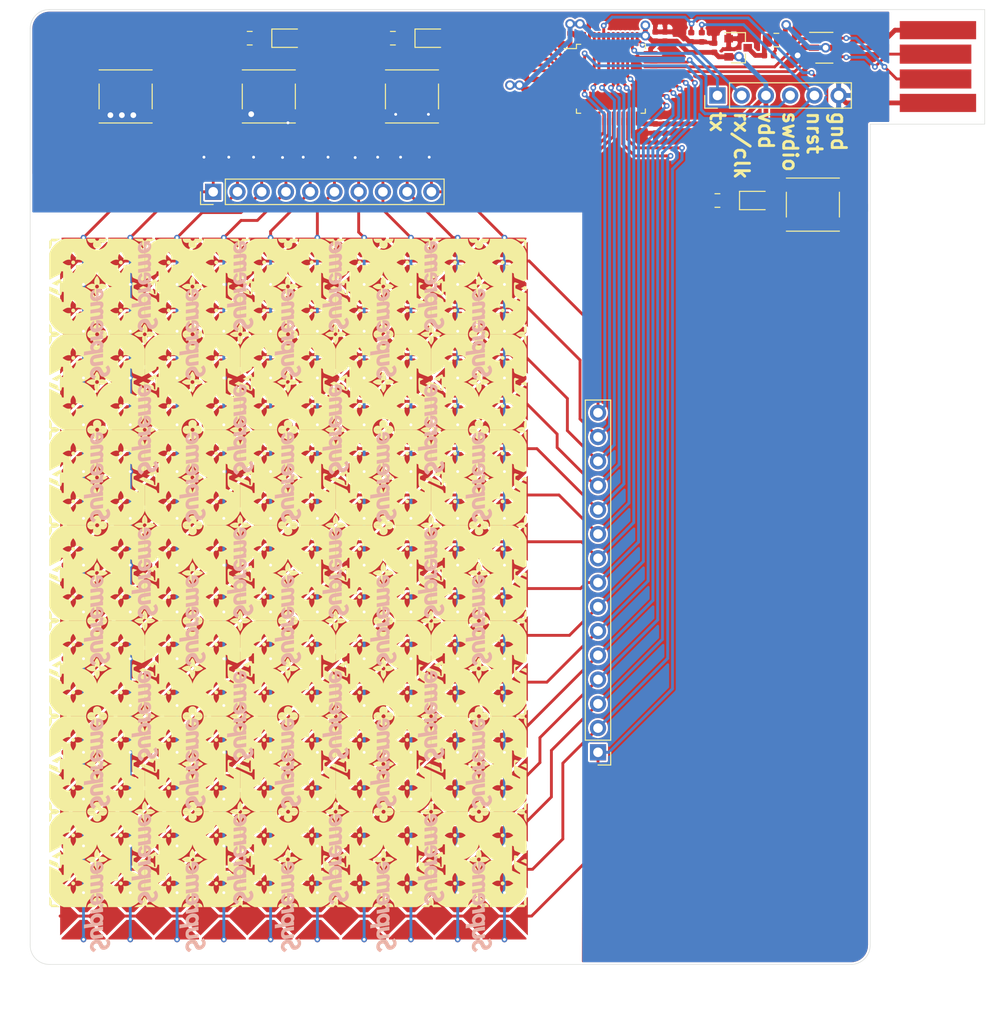
<source format=kicad_pcb>
(kicad_pcb (version 20171130) (host pcbnew "(5.1.5-0-10_14)")
  (layers (0 F.Cu signal) (31 B.Cu signal) (34 B.Paste user) (35 F.Paste user) (36 B.SilkS user) (37 F.SilkS user) (38 B.Mask user) (39 F.Mask user) (44 Edge.Cuts user))
  (net 0 "")
  (net 1 GND)
  (net 2 "Net-(C1-Pad1)")
  (net 3 VDD)
  (net 4 NRST)
  (net 5 VBUS)
  (net 6 SWDIO)
  (net 7 swclk_usart2_tx)
  (net 8 usart2_rx)
  (net 9 a9)
  (net 10 a8)
  (net 11 a7)
  (net 12 a6)
  (net 13 a5)
  (net 14 a4)
  (net 15 a3)
  (net 16 a2)
  (net 17 a1)
  (net 18 a0)
  (net 19 boot0)
  (net 20 USB_D-)
  (net 21 USB_D+)
  (net 22 sw2)
  (net 23 sw1)
  (net 24 sw0)
  (net 25 b14)
  (net 26 b13)
  (net 27 b12)
  (net 28 b11)
  (net 29 b10)
  (net 30 b9)
  (net 31 b8)
  (net 32 b7)
  (net 33 b6)
  (net 34 b5)
  (net 35 b4)
  (net 36 b3)
  (net 37 b2)
  (net 38 b1)
  (net 39 b0)
  (net 40 led0)
  (net 41 "Net-(D1-Pad1)")
  (net 42 led1)
  (net 43 "Net-(D2-Pad1)")
  (net 44 "Net-(D3-Pad1)")
  (module Resistor_SMD:R_0805_2012Metric (layer F.Cu) (at 127.1625 59.75)
    (fp_text reference R14 hide)
    (fp_text value 330)
    (pad 1 smd roundrect (at -0.9375 0) (size 0.975 1.4) (layers F.Cu F.Paste F.Mask) (net 1 GND))
    (pad 2 smd roundrect (at 0.9375 0) (size 0.975 1.4) (layers F.Cu F.Paste F.Mask) (net 44 "Net-(D3-Pad1)"))
  )
  (module Resistor_SMD:R_0805_2012Metric (layer F.Cu) (at 93.1625 42.75)
    (fp_text reference R13 hide)
    (fp_text value 330)
    (pad 2 smd roundrect (at 0.9375 0) (size 0.975 1.4) (layers F.Cu F.Paste F.Mask) (net 43 "Net-(D2-Pad1)"))
    (pad 1 smd roundrect (at -0.9375 0) (size 0.975 1.4) (layers F.Cu F.Paste F.Mask) (net 1 GND))
  )
  (module Resistor_SMD:R_0805_2012Metric (layer F.Cu) (at 78.1625 42.75)
    (fp_text reference R12 hide)
    (fp_text value 330)
    (pad 2 smd roundrect (at 0.9375 0) (size 0.975 1.4) (layers F.Cu F.Paste F.Mask) (net 41 "Net-(D1-Pad1)"))
    (pad 1 smd roundrect (at -0.9375 0) (size 0.975 1.4) (layers F.Cu F.Paste F.Mask) (net 1 GND))
  )
  (module LED_SMD:LED_0805_2012Metric (layer F.Cu) (at 131.1625 59.75)
    (fp_text reference D3 hide)
    (fp_text value "Green LED")
    (pad 1 smd roundrect (at -0.9375 0) (size 0.975 1.4) (layers F.Cu F.Paste F.Mask) (net 44 "Net-(D3-Pad1)"))
    (pad 2 smd roundrect (at 0.9375 0) (size 0.975 1.4) (layers F.Cu F.Paste F.Mask) (net 3 VDD))
  )
  (module LED_SMD:LED_0805_2012Metric (layer F.Cu) (at 97.1625 42.75)
    (fp_text reference D2 hide)
    (fp_text value "White LED")
    (pad 2 smd roundrect (at 0.9375 0) (size 0.975 1.4) (layers F.Cu F.Paste F.Mask) (net 42 led1))
    (pad 1 smd roundrect (at -0.9375 0) (size 0.975 1.4) (layers F.Cu F.Paste F.Mask) (net 43 "Net-(D2-Pad1)"))
  )
  (module LED_SMD:LED_0805_2012Metric (layer F.Cu) (at 82.1625 42.75)
    (fp_text reference D1 hide)
    (fp_text value "White LED")
    (pad 2 smd roundrect (at 0.9375 0) (size 0.975 1.4) (layers F.Cu F.Paste F.Mask) (net 40 led0))
    (pad 1 smd roundrect (at -0.9375 0) (size 0.975 1.4) (layers F.Cu F.Paste F.Mask) (net 41 "Net-(D1-Pad1)"))
  )
  (module 0_touchtron:supremei_10mm (layer B.Cu) (at 97.1625 113.75 90)
    (fp_text reference G*** hide)
    (fp_text value LOGO hide)
  )
  (module 0_touchtron:supremei_10mm (layer B.Cu) (at 97.1625 128.75 90)
    (fp_text reference G*** hide)
    (fp_text value LOGO hide)
  )
  (module 0_touchtron:supremei_10mm (layer B.Cu) (at 97.1625 68.75 90)
    (fp_text reference G*** hide)
    (fp_text value LOGO hide)
  )
  (module 0_touchtron:supremei_10mm (layer B.Cu) (at 97.1625 98.75 90)
    (fp_text reference G*** hide)
    (fp_text value LOGO hide)
  )
  (module 0_touchtron:supremei_10mm (layer B.Cu) (at 97.1625 83.75 90)
    (fp_text reference G*** hide)
    (fp_text value LOGO hide)
  )
  (module 0_touchtron:supremei_10mm (layer B.Cu) (at 87.1625 113.75 90)
    (fp_text reference G*** hide)
    (fp_text value LOGO hide)
  )
  (module 0_touchtron:supremei_10mm (layer B.Cu) (at 87.1625 98.75 90)
    (fp_text reference G*** hide)
    (fp_text value LOGO hide)
  )
  (module 0_touchtron:supremei_10mm (layer B.Cu) (at 87.1625 83.75 90)
    (fp_text reference G*** hide)
    (fp_text value LOGO hide)
  )
  (module 0_touchtron:supremei_10mm (layer B.Cu) (at 87.1625 128.75 90)
    (fp_text reference G*** hide)
    (fp_text value LOGO hide)
  )
  (module 0_touchtron:supremei_10mm (layer B.Cu) (at 87.1625 68.75 90)
    (fp_text reference G*** hide)
    (fp_text value LOGO hide)
  )
  (module 0_touchtron:supremei_10mm (layer B.Cu) (at 77.1625 68.75 90)
    (fp_text reference G*** hide)
    (fp_text value LOGO hide)
  )
  (module 0_touchtron:supremei_10mm (layer B.Cu) (at 77.1625 113.75 90)
    (fp_text reference G*** hide)
    (fp_text value LOGO hide)
  )
  (module 0_touchtron:supremei_10mm (layer B.Cu) (at 77.1625 128.75 90)
    (fp_text reference G*** hide)
    (fp_text value LOGO hide)
  )
  (module 0_touchtron:supremei_10mm (layer B.Cu) (at 77.1625 98.75 90)
    (fp_text reference G*** hide)
    (fp_text value LOGO hide)
  )
  (module 0_touchtron:supremei_10mm (layer B.Cu) (at 77.1625 83.75 90)
    (fp_text reference G*** hide)
    (fp_text value LOGO hide)
  )
  (module 0_touchtron:supremei_10mm (layer B.Cu) (at 67.1625 83.75 90)
    (fp_text reference G*** hide)
    (fp_text value LOGO hide)
  )
  (module 0_touchtron:supremei_10mm (layer B.Cu) (at 62.1625 118.75 90)
    (fp_text reference G*** hide)
    (fp_text value LOGO hide)
  )
  (module 0_touchtron:supremei_10mm (layer B.Cu) (at 62.1625 103.75 90)
    (fp_text reference G*** hide)
    (fp_text value LOGO hide)
  )
  (module 0_touchtron:supremei_10mm (layer B.Cu) (at 67.1625 68.75 90)
    (fp_text reference G*** hide)
    (fp_text value LOGO hide)
  )
  (module 0_touchtron:supremei_10mm (layer B.Cu) (at 62.1625 88.75 90)
    (fp_text reference G*** hide)
    (fp_text value LOGO hide)
  )
  (module 0_touchtron:supremei_10mm (layer B.Cu) (at 67.1625 113.75 90)
    (fp_text reference G*** hide)
    (fp_text value LOGO hide)
  )
  (module 0_touchtron:supremei_10mm (layer B.Cu) (at 62.1625 73.75 90)
    (fp_text reference G*** hide)
    (fp_text value LOGO hide)
  )
  (module 0_touchtron:supremei_10mm (layer B.Cu) (at 62.1625 133.75 90)
    (fp_text reference G*** hide)
    (fp_text value LOGO hide)
  )
  (module 0_touchtron:supremei_10mm (layer B.Cu) (at 67.1625 128.75 90)
    (fp_text reference G*** hide)
    (fp_text value LOGO hide)
  )
  (module 0_touchtron:supremei_10mm (layer B.Cu) (at 67.1625 98.75 90)
    (fp_text reference G*** hide)
    (fp_text value LOGO hide)
  )
  (module 0_touchtron:supremei_10mm (layer B.Cu) (at 72.1625 118.75 90)
    (fp_text reference G*** hide)
    (fp_text value LOGO hide)
  )
  (module 0_touchtron:supremei_10mm (layer B.Cu) (at 82.1625 133.75 90)
    (fp_text reference G*** hide)
    (fp_text value LOGO hide)
  )
  (module 0_touchtron:supremei_10mm (layer B.Cu) (at 72.1625 133.75 90)
    (fp_text reference G*** hide)
    (fp_text value LOGO hide)
  )
  (module 0_touchtron:supremei_10mm (layer B.Cu) (at 82.1625 118.75 90)
    (fp_text reference G*** hide)
    (fp_text value LOGO hide)
  )
  (module 0_touchtron:supremei_10mm (layer B.Cu) (at 82.1625 103.75 90)
    (fp_text reference G*** hide)
    (fp_text value LOGO hide)
  )
  (module 0_touchtron:supremei_10mm (layer B.Cu) (at 82.1625 73.75 90)
    (fp_text reference G*** hide)
    (fp_text value LOGO hide)
  )
  (module 0_touchtron:supremei_10mm (layer B.Cu) (at 72.1625 103.75 90)
    (fp_text reference G*** hide)
    (fp_text value LOGO hide)
  )
  (module 0_touchtron:supremei_10mm (layer B.Cu) (at 72.1625 73.75 90)
    (fp_text reference G*** hide)
    (fp_text value LOGO hide)
  )
  (module 0_touchtron:supremei_10mm (layer B.Cu) (at 82.1625 88.75 90)
    (fp_text reference G*** hide)
    (fp_text value LOGO hide)
  )
  (module 0_touchtron:supremei_10mm (layer B.Cu) (at 72.1625 88.75 90)
    (fp_text reference G*** hide)
    (fp_text value LOGO hide)
  )
  (module 0_touchtron:supremei_10mm (layer B.Cu) (at 92.1625 133.75 90)
    (fp_text reference G*** hide)
    (fp_text value LOGO hide)
  )
  (module 0_touchtron:supremei_10mm (layer B.Cu) (at 92.1625 118.75 90)
    (fp_text reference G*** hide)
    (fp_text value LOGO hide)
  )
  (module 0_touchtron:supremei_10mm (layer B.Cu) (at 92.1625 103.75 90)
    (fp_text reference G*** hide)
    (fp_text value LOGO hide)
  )
  (module 0_touchtron:supremei_10mm (layer B.Cu) (at 92.1625 73.75 90)
    (fp_text reference G*** hide)
    (fp_text value LOGO hide)
  )
  (module 0_touchtron:supremei_10mm (layer B.Cu) (at 92.1625 88.75 90)
    (fp_text reference G*** hide)
    (fp_text value LOGO hide)
  )
  (module 0_touchtron:supremei_10mm (layer B.Cu) (at 102.1625 133.75 90)
    (fp_text reference G*** hide)
    (fp_text value LOGO hide)
  )
  (module 0_touchtron:supremei_10mm (layer B.Cu) (at 102.1625 118.75 90)
    (fp_text reference G*** hide)
    (fp_text value LOGO hide)
  )
  (module 0_touchtron:supremei_10mm (layer B.Cu) (at 102.1625 103.75 90)
    (fp_text reference G*** hide)
    (fp_text value LOGO hide)
  )
  (module 0_touchtron:supremei_10mm (layer B.Cu) (at 102.1625 88.75 90)
    (fp_text reference G*** hide)
    (fp_text value LOGO hide)
  )
  (module 0_touchtron:supremei_10mm (layer B.Cu) (at 102.1625 73.75 90)
    (fp_text reference G*** hide)
    (fp_text value LOGO hide)
  )
  (module 0_touchtron:lv_10mm_silk (layer F.Cu) (at 82.1625 118.75 270)
    (fp_text reference G*** hide)
    (fp_text value LOGO hide)
  )
  (module 0_touchtron:lv_10mm_silk (layer F.Cu) (at 102.1625 128.75 270)
    (fp_text reference G*** hide)
    (fp_text value LOGO hide)
  )
  (module 0_touchtron:lv_10mm_silk (layer F.Cu) (at 72.1625 128.75 270)
    (fp_text reference G*** hide)
    (fp_text value LOGO hide)
  )
  (module 0_touchtron:lv_10mm_silk (layer F.Cu) (at 82.1625 128.75 270)
    (fp_text reference G*** hide)
    (fp_text value LOGO hide)
  )
  (module 0_touchtron:lv_10mm_silk (layer F.Cu) (at 92.1625 128.75 270)
    (fp_text reference G*** hide)
    (fp_text value LOGO hide)
  )
  (module 0_touchtron:lv_10mm_silk (layer F.Cu) (at 62.1625 118.75 270)
    (fp_text reference G*** hide)
    (fp_text value LOGO hide)
  )
  (module 0_touchtron:lv_10mm_silk (layer F.Cu) (at 72.1625 118.75 270)
    (fp_text reference G*** hide)
    (fp_text value LOGO hide)
  )
  (module 0_touchtron:lv_10mm_silk (layer F.Cu) (at 62.1625 128.75 270)
    (fp_text reference G*** hide)
    (fp_text value LOGO hide)
  )
  (module 0_touchtron:lv_10mm_silk (layer F.Cu) (at 102.1625 118.75 270)
    (fp_text reference G*** hide)
    (fp_text value LOGO hide)
  )
  (module 0_touchtron:lv_10mm_silk (layer F.Cu) (at 92.1625 118.75 270)
    (fp_text reference G*** hide)
    (fp_text value LOGO hide)
  )
  (module 0_touchtron:lv_10mm_silk (layer F.Cu) (at 92.1625 98.75 270)
    (fp_text reference G*** hide)
    (fp_text value LOGO hide)
  )
  (module 0_touchtron:lv_10mm_silk (layer F.Cu) (at 72.1625 98.75 270)
    (fp_text reference G*** hide)
    (fp_text value LOGO hide)
  )
  (module 0_touchtron:lv_10mm_silk (layer F.Cu) (at 82.1625 98.75 270)
    (fp_text reference G*** hide)
    (fp_text value LOGO hide)
  )
  (module 0_touchtron:lv_10mm_silk (layer F.Cu) (at 62.1625 98.75 270)
    (fp_text reference G*** hide)
    (fp_text value LOGO hide)
  )
  (module 0_touchtron:lv_10mm_silk (layer F.Cu) (at 102.1625 98.75 270)
    (fp_text reference G*** hide)
    (fp_text value LOGO hide)
  )
  (module 0_touchtron:lv_10mm_silk (layer F.Cu) (at 62.1625 108.75 270)
    (fp_text reference G*** hide)
    (fp_text value LOGO hide)
  )
  (module 0_touchtron:lv_10mm_silk (layer F.Cu) (at 102.1625 108.75 270)
    (fp_text reference G*** hide)
    (fp_text value LOGO hide)
  )
  (module 0_touchtron:lv_10mm_silk (layer F.Cu) (at 82.1625 108.75 270)
    (fp_text reference G*** hide)
    (fp_text value LOGO hide)
  )
  (module 0_touchtron:lv_10mm_silk (layer F.Cu) (at 92.1625 108.75 270)
    (fp_text reference G*** hide)
    (fp_text value LOGO hide)
  )
  (module 0_touchtron:lv_10mm_silk (layer F.Cu) (at 72.1625 108.75 270)
    (fp_text reference G*** hide)
    (fp_text value LOGO hide)
  )
  (module 0_touchtron:lv_10mm_silk (layer F.Cu) (at 92.1625 88.75 270)
    (fp_text reference G*** hide)
    (fp_text value LOGO hide)
  )
  (module 0_touchtron:lv_10mm_silk (layer F.Cu) (at 72.1625 88.75 270)
    (fp_text reference G*** hide)
    (fp_text value LOGO hide)
  )
  (module 0_touchtron:lv_10mm_silk (layer F.Cu) (at 82.1625 88.75 270)
    (fp_text reference G*** hide)
    (fp_text value LOGO hide)
  )
  (module 0_touchtron:lv_10mm_silk (layer F.Cu) (at 62.1625 88.75 270)
    (fp_text reference G*** hide)
    (fp_text value LOGO hide)
  )
  (module 0_touchtron:lv_10mm_silk (layer F.Cu) (at 102.1625 88.75 270)
    (fp_text reference G*** hide)
    (fp_text value LOGO hide)
  )
  (module 0_touchtron:lv_10mm_silk (layer F.Cu) (at 62.1625 78.75 270)
    (fp_text reference G*** hide)
    (fp_text value LOGO hide)
  )
  (module 0_touchtron:lv_10mm_silk (layer F.Cu) (at 102.1625 78.75 270)
    (fp_text reference G*** hide)
    (fp_text value LOGO hide)
  )
  (module 0_touchtron:lv_10mm_silk (layer F.Cu) (at 92.1625 78.75 270)
    (fp_text reference G*** hide)
    (fp_text value LOGO hide)
  )
  (module 0_touchtron:lv_10mm_silk (layer F.Cu) (at 82.1625 78.75 270)
    (fp_text reference G*** hide)
    (fp_text value LOGO hide)
  )
  (module 0_touchtron:lv_10mm_silk (layer F.Cu) (at 72.1625 78.75 270)
    (fp_text reference G*** hide)
    (fp_text value LOGO hide)
  )
  (module 0_touchtron:lv_10mm_silk (layer F.Cu) (at 62.1625 68.75 270)
    (fp_text reference G*** hide)
    (fp_text value LOGO hide)
  )
  (module 0_touchtron:lv_10mm_silk (layer F.Cu) (at 82.1625 68.75 270)
    (fp_text reference G*** hide)
    (fp_text value LOGO hide)
  )
  (module 0_touchtron:lv_10mm_silk (layer F.Cu) (at 72.1625 68.75 270)
    (fp_text reference G*** hide)
    (fp_text value LOGO hide)
  )
  (module 0_touchtron:lv_10mm_silk (layer F.Cu) (at 92.1625 68.75 270)
    (fp_text reference G*** hide)
    (fp_text value LOGO hide)
  )
  (module 0_touchtron:lv_10mm_silk (layer F.Cu) (at 102.1625 68.75 270)
    (fp_text reference G*** hide)
    (fp_text value LOGO hide)
  )
  (module 0_touchtron:touchpad_49_10_15 (layer F.Cu) (at 60.75 66.0875 270)
    (fp_text reference T1 hide)
    (fp_text value Touchpad_10x15 hide)
    (pad 1 smd custom (at 71.05 -44.1 90) (size 0.3 0.3) (layers F.Cu) (net 9 a9) (options (clearance outline) (anchor circle)) (primitives (gr_poly (pts (xy 0 2.3) (xy 0 -2.3) (xy 0.15 -2.3) (xy 2.05 -0.4) (xy 2.05 0.4) (xy 0.15 2.3)) (width 0))))
    (pad 2 smd custom (at 71.05 -39.2 90) (size 0.3 0.3) (layers F.Cu) (net 10 a8) (options (clearance outline) (anchor circle)) (primitives (gr_poly (pts (xy 0 2.3) (xy 0 -2.3) (xy 0.15 -2.3) (xy 2.05 -0.4) (xy 2.05 0.4) (xy 0.15 2.3)) (width 0))))
    (pad 3 smd custom (at 71.05 -34.3 90) (size 0.3 0.3) (layers F.Cu) (net 11 a7) (options (clearance outline) (anchor circle)) (primitives (gr_poly (pts (xy 0 2.3) (xy 0 -2.3) (xy 0.15 -2.3) (xy 2.05 -0.4) (xy 2.05 0.4) (xy 0.15 2.3)) (width 0))))
    (pad 4 smd custom (at 71.05 -29.4 90) (size 0.3 0.3) (layers F.Cu) (net 12 a6) (options (clearance outline) (anchor circle)) (primitives (gr_poly (pts (xy 0 2.3) (xy 0 -2.3) (xy 0.15 -2.3) (xy 2.05 -0.4) (xy 2.05 0.4) (xy 0.15 2.3)) (width 0))))
    (pad 5 smd custom (at 71.05 -24.5 90) (size 0.3 0.3) (layers F.Cu) (net 13 a5) (options (clearance outline) (anchor circle)) (primitives (gr_poly (pts (xy 0 2.3) (xy 0 -2.3) (xy 0.15 -2.3) (xy 2.05 -0.4) (xy 2.05 0.4) (xy 0.15 2.3)) (width 0))))
    (pad 6 smd custom (at 71.05 -19.6 90) (size 0.3 0.3) (layers F.Cu) (net 14 a4) (options (clearance outline) (anchor circle)) (primitives (gr_poly (pts (xy 0 2.3) (xy 0 -2.3) (xy 0.15 -2.3) (xy 2.05 -0.4) (xy 2.05 0.4) (xy 0.15 2.3)) (width 0))))
    (pad 7 smd custom (at 71.05 -14.7 90) (size 0.3 0.3) (layers F.Cu) (net 15 a3) (options (clearance outline) (anchor circle)) (primitives (gr_poly (pts (xy 0 2.3) (xy 0 -2.3) (xy 0.15 -2.3) (xy 2.05 -0.4) (xy 2.05 0.4) (xy 0.15 2.3)) (width 0))))
    (pad 8 smd custom (at 71.05 -9.8 90) (size 0.3 0.3) (layers F.Cu) (net 16 a2) (options (clearance outline) (anchor circle)) (primitives (gr_poly (pts (xy 0 2.3) (xy 0 -2.3) (xy 0.15 -2.3) (xy 2.05 -0.4) (xy 2.05 0.4) (xy 0.15 2.3)) (width 0))))
    (pad 9 smd custom (at 71.05 -4.9 90) (size 0.3 0.3) (layers F.Cu) (net 17 a1) (options (clearance outline) (anchor circle)) (primitives (gr_poly (pts (xy 0 2.3) (xy 0 -2.3) (xy 0.15 -2.3) (xy 2.05 -0.4) (xy 2.05 0.4) (xy 0.15 2.3)) (width 0))))
    (pad 10 smd custom (at 71.05 0 90) (size 0.3 0.3) (layers F.Cu) (net 18 a0) (options (clearance outline) (anchor circle)) (primitives (gr_poly (pts (xy 0 2.3) (xy 0 -2.3) (xy 0.15 -2.3) (xy 2.05 -0.4) (xy 2.05 0.4) (xy 0.15 2.3)) (width 0))))
    (pad 3 smd custom (at 66.15 -34.3 270) (size 0.3 0.3) (layers F.Cu) (net 11 a7) (options (clearance outline) (anchor circle)) (primitives (gr_poly (pts (xy 2.05 -0.4) (xy 2.05 0.4) (xy 0.15 2.3) (xy -0.15 2.3) (xy -2.05 0.4) (xy -2.05 -0.4) (xy -0.15 -2.3) (xy 0.15 -2.3)) (width 0))))
    (pad 1 smd custom (at 66.15 -44.1 270) (size 0.3 0.3) (layers F.Cu) (net 9 a9) (options (clearance outline) (anchor circle)) (primitives (gr_poly (pts (xy 2.05 -0.4) (xy 2.05 0.4) (xy 0.15 2.3) (xy -0.15 2.3) (xy -2.05 0.4) (xy -2.05 -0.4) (xy -0.15 -2.3) (xy 0.15 -2.3)) (width 0))))
    (pad 2 smd custom (at 66.15 -39.2 270) (size 0.3 0.3) (layers F.Cu) (net 10 a8) (options (clearance outline) (anchor circle)) (primitives (gr_poly (pts (xy 2.05 -0.4) (xy 2.05 0.4) (xy 0.15 2.3) (xy -0.15 2.3) (xy -2.05 0.4) (xy -2.05 -0.4) (xy -0.15 -2.3) (xy 0.15 -2.3)) (width 0))))
    (pad 6 smd custom (at 66.15 -19.6 270) (size 0.3 0.3) (layers F.Cu) (net 14 a4) (options (clearance outline) (anchor circle)) (primitives (gr_poly (pts (xy 2.05 -0.4) (xy 2.05 0.4) (xy 0.15 2.3) (xy -0.15 2.3) (xy -2.05 0.4) (xy -2.05 -0.4) (xy -0.15 -2.3) (xy 0.15 -2.3)) (width 0))))
    (pad 8 smd custom (at 66.15 -9.8 270) (size 0.3 0.3) (layers F.Cu) (net 16 a2) (options (clearance outline) (anchor circle)) (primitives (gr_poly (pts (xy 2.05 -0.4) (xy 2.05 0.4) (xy 0.15 2.3) (xy -0.15 2.3) (xy -2.05 0.4) (xy -2.05 -0.4) (xy -0.15 -2.3) (xy 0.15 -2.3)) (width 0))))
    (pad 4 smd custom (at 66.15 -29.4 270) (size 0.3 0.3) (layers F.Cu) (net 12 a6) (options (clearance outline) (anchor circle)) (primitives (gr_poly (pts (xy 2.05 -0.4) (xy 2.05 0.4) (xy 0.15 2.3) (xy -0.15 2.3) (xy -2.05 0.4) (xy -2.05 -0.4) (xy -0.15 -2.3) (xy 0.15 -2.3)) (width 0))))
    (pad 10 smd custom (at 66.15 0 270) (size 0.3 0.3) (layers F.Cu) (net 18 a0) (options (clearance outline) (anchor circle)) (primitives (gr_poly (pts (xy 2.05 -0.4) (xy 2.05 0.4) (xy 0.15 2.3) (xy -0.15 2.3) (xy -2.05 0.4) (xy -2.05 -0.4) (xy -0.15 -2.3) (xy 0.15 -2.3)) (width 0))))
    (pad 9 smd custom (at 66.15 -4.9 270) (size 0.3 0.3) (layers F.Cu) (net 17 a1) (options (clearance outline) (anchor circle)) (primitives (gr_poly (pts (xy 2.05 -0.4) (xy 2.05 0.4) (xy 0.15 2.3) (xy -0.15 2.3) (xy -2.05 0.4) (xy -2.05 -0.4) (xy -0.15 -2.3) (xy 0.15 -2.3)) (width 0))))
    (pad 5 smd custom (at 66.15 -24.5 270) (size 0.3 0.3) (layers F.Cu) (net 13 a5) (options (clearance outline) (anchor circle)) (primitives (gr_poly (pts (xy 2.05 -0.4) (xy 2.05 0.4) (xy 0.15 2.3) (xy -0.15 2.3) (xy -2.05 0.4) (xy -2.05 -0.4) (xy -0.15 -2.3) (xy 0.15 -2.3)) (width 0))))
    (pad 7 smd custom (at 66.15 -14.7 270) (size 0.3 0.3) (layers F.Cu) (net 15 a3) (options (clearance outline) (anchor circle)) (primitives (gr_poly (pts (xy 2.05 -0.4) (xy 2.05 0.4) (xy 0.15 2.3) (xy -0.15 2.3) (xy -2.05 0.4) (xy -2.05 -0.4) (xy -0.15 -2.3) (xy 0.15 -2.3)) (width 0))))
    (pad 3 smd custom (at 61.25 -34.3 270) (size 0.3 0.3) (layers F.Cu) (net 11 a7) (options (clearance outline) (anchor circle)) (primitives (gr_poly (pts (xy 2.05 -0.4) (xy 2.05 0.4) (xy 0.15 2.3) (xy -0.15 2.3) (xy -2.05 0.4) (xy -2.05 -0.4) (xy -0.15 -2.3) (xy 0.15 -2.3)) (width 0))))
    (pad 1 smd custom (at 61.25 -44.1 270) (size 0.3 0.3) (layers F.Cu) (net 9 a9) (options (clearance outline) (anchor circle)) (primitives (gr_poly (pts (xy 2.05 -0.4) (xy 2.05 0.4) (xy 0.15 2.3) (xy -0.15 2.3) (xy -2.05 0.4) (xy -2.05 -0.4) (xy -0.15 -2.3) (xy 0.15 -2.3)) (width 0))))
    (pad 2 smd custom (at 61.25 -39.2 270) (size 0.3 0.3) (layers F.Cu) (net 10 a8) (options (clearance outline) (anchor circle)) (primitives (gr_poly (pts (xy 2.05 -0.4) (xy 2.05 0.4) (xy 0.15 2.3) (xy -0.15 2.3) (xy -2.05 0.4) (xy -2.05 -0.4) (xy -0.15 -2.3) (xy 0.15 -2.3)) (width 0))))
    (pad 6 smd custom (at 61.25 -19.6 270) (size 0.3 0.3) (layers F.Cu) (net 14 a4) (options (clearance outline) (anchor circle)) (primitives (gr_poly (pts (xy 2.05 -0.4) (xy 2.05 0.4) (xy 0.15 2.3) (xy -0.15 2.3) (xy -2.05 0.4) (xy -2.05 -0.4) (xy -0.15 -2.3) (xy 0.15 -2.3)) (width 0))))
    (pad 8 smd custom (at 61.25 -9.8 270) (size 0.3 0.3) (layers F.Cu) (net 16 a2) (options (clearance outline) (anchor circle)) (primitives (gr_poly (pts (xy 2.05 -0.4) (xy 2.05 0.4) (xy 0.15 2.3) (xy -0.15 2.3) (xy -2.05 0.4) (xy -2.05 -0.4) (xy -0.15 -2.3) (xy 0.15 -2.3)) (width 0))))
    (pad 4 smd custom (at 61.25 -29.4 270) (size 0.3 0.3) (layers F.Cu) (net 12 a6) (options (clearance outline) (anchor circle)) (primitives (gr_poly (pts (xy 2.05 -0.4) (xy 2.05 0.4) (xy 0.15 2.3) (xy -0.15 2.3) (xy -2.05 0.4) (xy -2.05 -0.4) (xy -0.15 -2.3) (xy 0.15 -2.3)) (width 0))))
    (pad 10 smd custom (at 61.25 0 270) (size 0.3 0.3) (layers F.Cu) (net 18 a0) (options (clearance outline) (anchor circle)) (primitives (gr_poly (pts (xy 2.05 -0.4) (xy 2.05 0.4) (xy 0.15 2.3) (xy -0.15 2.3) (xy -2.05 0.4) (xy -2.05 -0.4) (xy -0.15 -2.3) (xy 0.15 -2.3)) (width 0))))
    (pad 9 smd custom (at 61.25 -4.9 270) (size 0.3 0.3) (layers F.Cu) (net 17 a1) (options (clearance outline) (anchor circle)) (primitives (gr_poly (pts (xy 2.05 -0.4) (xy 2.05 0.4) (xy 0.15 2.3) (xy -0.15 2.3) (xy -2.05 0.4) (xy -2.05 -0.4) (xy -0.15 -2.3) (xy 0.15 -2.3)) (width 0))))
    (pad 7 smd custom (at 61.25 -14.7 270) (size 0.3 0.3) (layers F.Cu) (net 15 a3) (options (clearance outline) (anchor circle)) (primitives (gr_poly (pts (xy 2.05 -0.4) (xy 2.05 0.4) (xy 0.15 2.3) (xy -0.15 2.3) (xy -2.05 0.4) (xy -2.05 -0.4) (xy -0.15 -2.3) (xy 0.15 -2.3)) (width 0))))
    (pad 5 smd custom (at 61.25 -24.5 270) (size 0.3 0.3) (layers F.Cu) (net 13 a5) (options (clearance outline) (anchor circle)) (primitives (gr_poly (pts (xy 2.05 -0.4) (xy 2.05 0.4) (xy 0.15 2.3) (xy -0.15 2.3) (xy -2.05 0.4) (xy -2.05 -0.4) (xy -0.15 -2.3) (xy 0.15 -2.3)) (width 0))))
    (pad 3 smd custom (at 56.35 -34.3 270) (size 0.3 0.3) (layers F.Cu) (net 11 a7) (options (clearance outline) (anchor circle)) (primitives (gr_poly (pts (xy 2.05 -0.4) (xy 2.05 0.4) (xy 0.15 2.3) (xy -0.15 2.3) (xy -2.05 0.4) (xy -2.05 -0.4) (xy -0.15 -2.3) (xy 0.15 -2.3)) (width 0))))
    (pad 1 smd custom (at 56.35 -44.1 270) (size 0.3 0.3) (layers F.Cu) (net 9 a9) (options (clearance outline) (anchor circle)) (primitives (gr_poly (pts (xy 2.05 -0.4) (xy 2.05 0.4) (xy 0.15 2.3) (xy -0.15 2.3) (xy -2.05 0.4) (xy -2.05 -0.4) (xy -0.15 -2.3) (xy 0.15 -2.3)) (width 0))))
    (pad 2 smd custom (at 56.35 -39.2 270) (size 0.3 0.3) (layers F.Cu) (net 10 a8) (options (clearance outline) (anchor circle)) (primitives (gr_poly (pts (xy 2.05 -0.4) (xy 2.05 0.4) (xy 0.15 2.3) (xy -0.15 2.3) (xy -2.05 0.4) (xy -2.05 -0.4) (xy -0.15 -2.3) (xy 0.15 -2.3)) (width 0))))
    (pad 6 smd custom (at 56.35 -19.6 270) (size 0.3 0.3) (layers F.Cu) (net 14 a4) (options (clearance outline) (anchor circle)) (primitives (gr_poly (pts (xy 2.05 -0.4) (xy 2.05 0.4) (xy 0.15 2.3) (xy -0.15 2.3) (xy -2.05 0.4) (xy -2.05 -0.4) (xy -0.15 -2.3) (xy 0.15 -2.3)) (width 0))))
    (pad 8 smd custom (at 56.35 -9.8 270) (size 0.3 0.3) (layers F.Cu) (net 16 a2) (options (clearance outline) (anchor circle)) (primitives (gr_poly (pts (xy 2.05 -0.4) (xy 2.05 0.4) (xy 0.15 2.3) (xy -0.15 2.3) (xy -2.05 0.4) (xy -2.05 -0.4) (xy -0.15 -2.3) (xy 0.15 -2.3)) (width 0))))
    (pad 4 smd custom (at 56.35 -29.4 270) (size 0.3 0.3) (layers F.Cu) (net 12 a6) (options (clearance outline) (anchor circle)) (primitives (gr_poly (pts (xy 2.05 -0.4) (xy 2.05 0.4) (xy 0.15 2.3) (xy -0.15 2.3) (xy -2.05 0.4) (xy -2.05 -0.4) (xy -0.15 -2.3) (xy 0.15 -2.3)) (width 0))))
    (pad 10 smd custom (at 56.35 0 270) (size 0.3 0.3) (layers F.Cu) (net 18 a0) (options (clearance outline) (anchor circle)) (primitives (gr_poly (pts (xy 2.05 -0.4) (xy 2.05 0.4) (xy 0.15 2.3) (xy -0.15 2.3) (xy -2.05 0.4) (xy -2.05 -0.4) (xy -0.15 -2.3) (xy 0.15 -2.3)) (width 0))))
    (pad 9 smd custom (at 56.35 -4.9 270) (size 0.3 0.3) (layers F.Cu) (net 17 a1) (options (clearance outline) (anchor circle)) (primitives (gr_poly (pts (xy 2.05 -0.4) (xy 2.05 0.4) (xy 0.15 2.3) (xy -0.15 2.3) (xy -2.05 0.4) (xy -2.05 -0.4) (xy -0.15 -2.3) (xy 0.15 -2.3)) (width 0))))
    (pad 7 smd custom (at 56.35 -14.7 270) (size 0.3 0.3) (layers F.Cu) (net 15 a3) (options (clearance outline) (anchor circle)) (primitives (gr_poly (pts (xy 2.05 -0.4) (xy 2.05 0.4) (xy 0.15 2.3) (xy -0.15 2.3) (xy -2.05 0.4) (xy -2.05 -0.4) (xy -0.15 -2.3) (xy 0.15 -2.3)) (width 0))))
    (pad 5 smd custom (at 56.35 -24.5 270) (size 0.3 0.3) (layers F.Cu) (net 13 a5) (options (clearance outline) (anchor circle)) (primitives (gr_poly (pts (xy 2.05 -0.4) (xy 2.05 0.4) (xy 0.15 2.3) (xy -0.15 2.3) (xy -2.05 0.4) (xy -2.05 -0.4) (xy -0.15 -2.3) (xy 0.15 -2.3)) (width 0))))
    (pad 6 smd custom (at 51.45 -19.6 270) (size 0.3 0.3) (layers F.Cu) (net 14 a4) (options (clearance outline) (anchor circle)) (primitives (gr_poly (pts (xy 2.05 -0.4) (xy 2.05 0.4) (xy 0.15 2.3) (xy -0.15 2.3) (xy -2.05 0.4) (xy -2.05 -0.4) (xy -0.15 -2.3) (xy 0.15 -2.3)) (width 0))))
    (pad 8 smd custom (at 51.45 -9.8 270) (size 0.3 0.3) (layers F.Cu) (net 16 a2) (options (clearance outline) (anchor circle)) (primitives (gr_poly (pts (xy 2.05 -0.4) (xy 2.05 0.4) (xy 0.15 2.3) (xy -0.15 2.3) (xy -2.05 0.4) (xy -2.05 -0.4) (xy -0.15 -2.3) (xy 0.15 -2.3)) (width 0))))
    (pad 4 smd custom (at 51.45 -29.4 270) (size 0.3 0.3) (layers F.Cu) (net 12 a6) (options (clearance outline) (anchor circle)) (primitives (gr_poly (pts (xy 2.05 -0.4) (xy 2.05 0.4) (xy 0.15 2.3) (xy -0.15 2.3) (xy -2.05 0.4) (xy -2.05 -0.4) (xy -0.15 -2.3) (xy 0.15 -2.3)) (width 0))))
    (pad 10 smd custom (at 51.45 0 270) (size 0.3 0.3) (layers F.Cu) (net 18 a0) (options (clearance outline) (anchor circle)) (primitives (gr_poly (pts (xy 2.05 -0.4) (xy 2.05 0.4) (xy 0.15 2.3) (xy -0.15 2.3) (xy -2.05 0.4) (xy -2.05 -0.4) (xy -0.15 -2.3) (xy 0.15 -2.3)) (width 0))))
    (pad 9 smd custom (at 51.45 -4.9 270) (size 0.3 0.3) (layers F.Cu) (net 17 a1) (options (clearance outline) (anchor circle)) (primitives (gr_poly (pts (xy 2.05 -0.4) (xy 2.05 0.4) (xy 0.15 2.3) (xy -0.15 2.3) (xy -2.05 0.4) (xy -2.05 -0.4) (xy -0.15 -2.3) (xy 0.15 -2.3)) (width 0))))
    (pad 7 smd custom (at 51.45 -14.7 270) (size 0.3 0.3) (layers F.Cu) (net 15 a3) (options (clearance outline) (anchor circle)) (primitives (gr_poly (pts (xy 2.05 -0.4) (xy 2.05 0.4) (xy 0.15 2.3) (xy -0.15 2.3) (xy -2.05 0.4) (xy -2.05 -0.4) (xy -0.15 -2.3) (xy 0.15 -2.3)) (width 0))))
    (pad 5 smd custom (at 51.45 -24.5 270) (size 0.3 0.3) (layers F.Cu) (net 13 a5) (options (clearance outline) (anchor circle)) (primitives (gr_poly (pts (xy 2.05 -0.4) (xy 2.05 0.4) (xy 0.15 2.3) (xy -0.15 2.3) (xy -2.05 0.4) (xy -2.05 -0.4) (xy -0.15 -2.3) (xy 0.15 -2.3)) (width 0))))
    (pad 1 smd custom (at 51.45 -44.1 270) (size 0.3 0.3) (layers F.Cu) (net 9 a9) (options (clearance outline) (anchor circle)) (primitives (gr_poly (pts (xy 2.05 -0.4) (xy 2.05 0.4) (xy 0.15 2.3) (xy -0.15 2.3) (xy -2.05 0.4) (xy -2.05 -0.4) (xy -0.15 -2.3) (xy 0.15 -2.3)) (width 0))))
    (pad 3 smd custom (at 51.45 -34.3 270) (size 0.3 0.3) (layers F.Cu) (net 11 a7) (options (clearance outline) (anchor circle)) (primitives (gr_poly (pts (xy 2.05 -0.4) (xy 2.05 0.4) (xy 0.15 2.3) (xy -0.15 2.3) (xy -2.05 0.4) (xy -2.05 -0.4) (xy -0.15 -2.3) (xy 0.15 -2.3)) (width 0))))
    (pad 2 smd custom (at 51.45 -39.2 270) (size 0.3 0.3) (layers F.Cu) (net 10 a8) (options (clearance outline) (anchor circle)) (primitives (gr_poly (pts (xy 2.05 -0.4) (xy 2.05 0.4) (xy 0.15 2.3) (xy -0.15 2.3) (xy -2.05 0.4) (xy -2.05 -0.4) (xy -0.15 -2.3) (xy 0.15 -2.3)) (width 0))))
    (pad 2 smd custom (at 46.55 -39.2 270) (size 0.3 0.3) (layers F.Cu) (net 10 a8) (options (clearance outline) (anchor circle)) (primitives (gr_poly (pts (xy 2.05 -0.4) (xy 2.05 0.4) (xy 0.15 2.3) (xy -0.15 2.3) (xy -2.05 0.4) (xy -2.05 -0.4) (xy -0.15 -2.3) (xy 0.15 -2.3)) (width 0))))
    (pad 3 smd custom (at 46.55 -34.3 270) (size 0.3 0.3) (layers F.Cu) (net 11 a7) (options (clearance outline) (anchor circle)) (primitives (gr_poly (pts (xy 2.05 -0.4) (xy 2.05 0.4) (xy 0.15 2.3) (xy -0.15 2.3) (xy -2.05 0.4) (xy -2.05 -0.4) (xy -0.15 -2.3) (xy 0.15 -2.3)) (width 0))))
    (pad 10 smd custom (at 46.55 0 270) (size 0.3 0.3) (layers F.Cu) (net 18 a0) (options (clearance outline) (anchor circle)) (primitives (gr_poly (pts (xy 2.05 -0.4) (xy 2.05 0.4) (xy 0.15 2.3) (xy -0.15 2.3) (xy -2.05 0.4) (xy -2.05 -0.4) (xy -0.15 -2.3) (xy 0.15 -2.3)) (width 0))))
    (pad 8 smd custom (at 46.55 -9.8 270) (size 0.3 0.3) (layers F.Cu) (net 16 a2) (options (clearance outline) (anchor circle)) (primitives (gr_poly (pts (xy 2.05 -0.4) (xy 2.05 0.4) (xy 0.15 2.3) (xy -0.15 2.3) (xy -2.05 0.4) (xy -2.05 -0.4) (xy -0.15 -2.3) (xy 0.15 -2.3)) (width 0))))
    (pad 9 smd custom (at 46.55 -4.9 270) (size 0.3 0.3) (layers F.Cu) (net 17 a1) (options (clearance outline) (anchor circle)) (primitives (gr_poly (pts (xy 2.05 -0.4) (xy 2.05 0.4) (xy 0.15 2.3) (xy -0.15 2.3) (xy -2.05 0.4) (xy -2.05 -0.4) (xy -0.15 -2.3) (xy 0.15 -2.3)) (width 0))))
    (pad 7 smd custom (at 46.55 -14.7 270) (size 0.3 0.3) (layers F.Cu) (net 15 a3) (options (clearance outline) (anchor circle)) (primitives (gr_poly (pts (xy 2.05 -0.4) (xy 2.05 0.4) (xy 0.15 2.3) (xy -0.15 2.3) (xy -2.05 0.4) (xy -2.05 -0.4) (xy -0.15 -2.3) (xy 0.15 -2.3)) (width 0))))
    (pad 5 smd custom (at 46.55 -24.5 270) (size 0.3 0.3) (layers F.Cu) (net 13 a5) (options (clearance outline) (anchor circle)) (primitives (gr_poly (pts (xy 2.05 -0.4) (xy 2.05 0.4) (xy 0.15 2.3) (xy -0.15 2.3) (xy -2.05 0.4) (xy -2.05 -0.4) (xy -0.15 -2.3) (xy 0.15 -2.3)) (width 0))))
    (pad 4 smd custom (at 46.55 -29.4 270) (size 0.3 0.3) (layers F.Cu) (net 12 a6) (options (clearance outline) (anchor circle)) (primitives (gr_poly (pts (xy 2.05 -0.4) (xy 2.05 0.4) (xy 0.15 2.3) (xy -0.15 2.3) (xy -2.05 0.4) (xy -2.05 -0.4) (xy -0.15 -2.3) (xy 0.15 -2.3)) (width 0))))
    (pad 6 smd custom (at 46.55 -19.6 270) (size 0.3 0.3) (layers F.Cu) (net 14 a4) (options (clearance outline) (anchor circle)) (primitives (gr_poly (pts (xy 2.05 -0.4) (xy 2.05 0.4) (xy 0.15 2.3) (xy -0.15 2.3) (xy -2.05 0.4) (xy -2.05 -0.4) (xy -0.15 -2.3) (xy 0.15 -2.3)) (width 0))))
    (pad 1 smd custom (at 46.55 -44.1 270) (size 0.3 0.3) (layers F.Cu) (net 9 a9) (options (clearance outline) (anchor circle)) (primitives (gr_poly (pts (xy 2.05 -0.4) (xy 2.05 0.4) (xy 0.15 2.3) (xy -0.15 2.3) (xy -2.05 0.4) (xy -2.05 -0.4) (xy -0.15 -2.3) (xy 0.15 -2.3)) (width 0))))
    (pad 7 smd custom (at 41.65 -14.7 270) (size 0.3 0.3) (layers F.Cu) (net 15 a3) (options (clearance outline) (anchor circle)) (primitives (gr_poly (pts (xy 2.05 -0.4) (xy 2.05 0.4) (xy 0.15 2.3) (xy -0.15 2.3) (xy -2.05 0.4) (xy -2.05 -0.4) (xy -0.15 -2.3) (xy 0.15 -2.3)) (width 0))))
    (pad 5 smd custom (at 41.65 -24.5 270) (size 0.3 0.3) (layers F.Cu) (net 13 a5) (options (clearance outline) (anchor circle)) (primitives (gr_poly (pts (xy 2.05 -0.4) (xy 2.05 0.4) (xy 0.15 2.3) (xy -0.15 2.3) (xy -2.05 0.4) (xy -2.05 -0.4) (xy -0.15 -2.3) (xy 0.15 -2.3)) (width 0))))
    (pad 10 smd custom (at 41.65 0 270) (size 0.3 0.3) (layers F.Cu) (net 18 a0) (options (clearance outline) (anchor circle)) (primitives (gr_poly (pts (xy 2.05 -0.4) (xy 2.05 0.4) (xy 0.15 2.3) (xy -0.15 2.3) (xy -2.05 0.4) (xy -2.05 -0.4) (xy -0.15 -2.3) (xy 0.15 -2.3)) (width 0))))
    (pad 8 smd custom (at 41.65 -9.8 270) (size 0.3 0.3) (layers F.Cu) (net 16 a2) (options (clearance outline) (anchor circle)) (primitives (gr_poly (pts (xy 2.05 -0.4) (xy 2.05 0.4) (xy 0.15 2.3) (xy -0.15 2.3) (xy -2.05 0.4) (xy -2.05 -0.4) (xy -0.15 -2.3) (xy 0.15 -2.3)) (width 0))))
    (pad 2 smd custom (at 41.65 -39.2 270) (size 0.3 0.3) (layers F.Cu) (net 10 a8) (options (clearance outline) (anchor circle)) (primitives (gr_poly (pts (xy 2.05 -0.4) (xy 2.05 0.4) (xy 0.15 2.3) (xy -0.15 2.3) (xy -2.05 0.4) (xy -2.05 -0.4) (xy -0.15 -2.3) (xy 0.15 -2.3)) (width 0))))
    (pad 3 smd custom (at 41.65 -34.3 270) (size 0.3 0.3) (layers F.Cu) (net 11 a7) (options (clearance outline) (anchor circle)) (primitives (gr_poly (pts (xy 2.05 -0.4) (xy 2.05 0.4) (xy 0.15 2.3) (xy -0.15 2.3) (xy -2.05 0.4) (xy -2.05 -0.4) (xy -0.15 -2.3) (xy 0.15 -2.3)) (width 0))))
    (pad 4 smd custom (at 41.65 -29.4 270) (size 0.3 0.3) (layers F.Cu) (net 12 a6) (options (clearance outline) (anchor circle)) (primitives (gr_poly (pts (xy 2.05 -0.4) (xy 2.05 0.4) (xy 0.15 2.3) (xy -0.15 2.3) (xy -2.05 0.4) (xy -2.05 -0.4) (xy -0.15 -2.3) (xy 0.15 -2.3)) (width 0))))
    (pad 6 smd custom (at 41.65 -19.6 270) (size 0.3 0.3) (layers F.Cu) (net 14 a4) (options (clearance outline) (anchor circle)) (primitives (gr_poly (pts (xy 2.05 -0.4) (xy 2.05 0.4) (xy 0.15 2.3) (xy -0.15 2.3) (xy -2.05 0.4) (xy -2.05 -0.4) (xy -0.15 -2.3) (xy 0.15 -2.3)) (width 0))))
    (pad 1 smd custom (at 41.65 -44.1 270) (size 0.3 0.3) (layers F.Cu) (net 9 a9) (options (clearance outline) (anchor circle)) (primitives (gr_poly (pts (xy 2.05 -0.4) (xy 2.05 0.4) (xy 0.15 2.3) (xy -0.15 2.3) (xy -2.05 0.4) (xy -2.05 -0.4) (xy -0.15 -2.3) (xy 0.15 -2.3)) (width 0))))
    (pad 9 smd custom (at 41.65 -4.9 270) (size 0.3 0.3) (layers F.Cu) (net 17 a1) (options (clearance outline) (anchor circle)) (primitives (gr_poly (pts (xy 2.05 -0.4) (xy 2.05 0.4) (xy 0.15 2.3) (xy -0.15 2.3) (xy -2.05 0.4) (xy -2.05 -0.4) (xy -0.15 -2.3) (xy 0.15 -2.3)) (width 0))))
    (pad 2 smd custom (at 36.75 -39.2 270) (size 0.3 0.3) (layers F.Cu) (net 10 a8) (options (clearance outline) (anchor circle)) (primitives (gr_poly (pts (xy 2.05 -0.4) (xy 2.05 0.4) (xy 0.15 2.3) (xy -0.15 2.3) (xy -2.05 0.4) (xy -2.05 -0.4) (xy -0.15 -2.3) (xy 0.15 -2.3)) (width 0))))
    (pad 3 smd custom (at 36.75 -34.3 270) (size 0.3 0.3) (layers F.Cu) (net 11 a7) (options (clearance outline) (anchor circle)) (primitives (gr_poly (pts (xy 2.05 -0.4) (xy 2.05 0.4) (xy 0.15 2.3) (xy -0.15 2.3) (xy -2.05 0.4) (xy -2.05 -0.4) (xy -0.15 -2.3) (xy 0.15 -2.3)) (width 0))))
    (pad 4 smd custom (at 36.75 -29.4 270) (size 0.3 0.3) (layers F.Cu) (net 12 a6) (options (clearance outline) (anchor circle)) (primitives (gr_poly (pts (xy 2.05 -0.4) (xy 2.05 0.4) (xy 0.15 2.3) (xy -0.15 2.3) (xy -2.05 0.4) (xy -2.05 -0.4) (xy -0.15 -2.3) (xy 0.15 -2.3)) (width 0))))
    (pad 6 smd custom (at 36.75 -19.6 270) (size 0.3 0.3) (layers F.Cu) (net 14 a4) (options (clearance outline) (anchor circle)) (primitives (gr_poly (pts (xy 2.05 -0.4) (xy 2.05 0.4) (xy 0.15 2.3) (xy -0.15 2.3) (xy -2.05 0.4) (xy -2.05 -0.4) (xy -0.15 -2.3) (xy 0.15 -2.3)) (width 0))))
    (pad 1 smd custom (at 36.75 -44.1 270) (size 0.3 0.3) (layers F.Cu) (net 9 a9) (options (clearance outline) (anchor circle)) (primitives (gr_poly (pts (xy 2.05 -0.4) (xy 2.05 0.4) (xy 0.15 2.3) (xy -0.15 2.3) (xy -2.05 0.4) (xy -2.05 -0.4) (xy -0.15 -2.3) (xy 0.15 -2.3)) (width 0))))
    (pad 9 smd custom (at 36.75 -4.9 270) (size 0.3 0.3) (layers F.Cu) (net 17 a1) (options (clearance outline) (anchor circle)) (primitives (gr_poly (pts (xy 2.05 -0.4) (xy 2.05 0.4) (xy 0.15 2.3) (xy -0.15 2.3) (xy -2.05 0.4) (xy -2.05 -0.4) (xy -0.15 -2.3) (xy 0.15 -2.3)) (width 0))))
    (pad 5 smd custom (at 36.75 -24.5 270) (size 0.3 0.3) (layers F.Cu) (net 13 a5) (options (clearance outline) (anchor circle)) (primitives (gr_poly (pts (xy 2.05 -0.4) (xy 2.05 0.4) (xy 0.15 2.3) (xy -0.15 2.3) (xy -2.05 0.4) (xy -2.05 -0.4) (xy -0.15 -2.3) (xy 0.15 -2.3)) (width 0))))
    (pad 10 smd custom (at 36.75 0 270) (size 0.3 0.3) (layers F.Cu) (net 18 a0) (options (clearance outline) (anchor circle)) (primitives (gr_poly (pts (xy 2.05 -0.4) (xy 2.05 0.4) (xy 0.15 2.3) (xy -0.15 2.3) (xy -2.05 0.4) (xy -2.05 -0.4) (xy -0.15 -2.3) (xy 0.15 -2.3)) (width 0))))
    (pad 7 smd custom (at 36.75 -14.7 270) (size 0.3 0.3) (layers F.Cu) (net 15 a3) (options (clearance outline) (anchor circle)) (primitives (gr_poly (pts (xy 2.05 -0.4) (xy 2.05 0.4) (xy 0.15 2.3) (xy -0.15 2.3) (xy -2.05 0.4) (xy -2.05 -0.4) (xy -0.15 -2.3) (xy 0.15 -2.3)) (width 0))))
    (pad 8 smd custom (at 36.75 -9.8 270) (size 0.3 0.3) (layers F.Cu) (net 16 a2) (options (clearance outline) (anchor circle)) (primitives (gr_poly (pts (xy 2.05 -0.4) (xy 2.05 0.4) (xy 0.15 2.3) (xy -0.15 2.3) (xy -2.05 0.4) (xy -2.05 -0.4) (xy -0.15 -2.3) (xy 0.15 -2.3)) (width 0))))
    (pad 8 smd custom (at 31.85 -9.8 270) (size 0.3 0.3) (layers F.Cu) (net 16 a2) (options (clearance outline) (anchor circle)) (primitives (gr_poly (pts (xy 2.05 -0.4) (xy 2.05 0.4) (xy 0.15 2.3) (xy -0.15 2.3) (xy -2.05 0.4) (xy -2.05 -0.4) (xy -0.15 -2.3) (xy 0.15 -2.3)) (width 0))))
    (pad 3 smd custom (at 31.85 -34.3 270) (size 0.3 0.3) (layers F.Cu) (net 11 a7) (options (clearance outline) (anchor circle)) (primitives (gr_poly (pts (xy 2.05 -0.4) (xy 2.05 0.4) (xy 0.15 2.3) (xy -0.15 2.3) (xy -2.05 0.4) (xy -2.05 -0.4) (xy -0.15 -2.3) (xy 0.15 -2.3)) (width 0))))
    (pad 4 smd custom (at 31.85 -29.4 270) (size 0.3 0.3) (layers F.Cu) (net 12 a6) (options (clearance outline) (anchor circle)) (primitives (gr_poly (pts (xy 2.05 -0.4) (xy 2.05 0.4) (xy 0.15 2.3) (xy -0.15 2.3) (xy -2.05 0.4) (xy -2.05 -0.4) (xy -0.15 -2.3) (xy 0.15 -2.3)) (width 0))))
    (pad 6 smd custom (at 31.85 -19.6 270) (size 0.3 0.3) (layers F.Cu) (net 14 a4) (options (clearance outline) (anchor circle)) (primitives (gr_poly (pts (xy 2.05 -0.4) (xy 2.05 0.4) (xy 0.15 2.3) (xy -0.15 2.3) (xy -2.05 0.4) (xy -2.05 -0.4) (xy -0.15 -2.3) (xy 0.15 -2.3)) (width 0))))
    (pad 1 smd custom (at 31.85 -44.1 270) (size 0.3 0.3) (layers F.Cu) (net 9 a9) (options (clearance outline) (anchor circle)) (primitives (gr_poly (pts (xy 2.05 -0.4) (xy 2.05 0.4) (xy 0.15 2.3) (xy -0.15 2.3) (xy -2.05 0.4) (xy -2.05 -0.4) (xy -0.15 -2.3) (xy 0.15 -2.3)) (width 0))))
    (pad 9 smd custom (at 31.85 -4.9 270) (size 0.3 0.3) (layers F.Cu) (net 17 a1) (options (clearance outline) (anchor circle)) (primitives (gr_poly (pts (xy 2.05 -0.4) (xy 2.05 0.4) (xy 0.15 2.3) (xy -0.15 2.3) (xy -2.05 0.4) (xy -2.05 -0.4) (xy -0.15 -2.3) (xy 0.15 -2.3)) (width 0))))
    (pad 5 smd custom (at 31.85 -24.5 270) (size 0.3 0.3) (layers F.Cu) (net 13 a5) (options (clearance outline) (anchor circle)) (primitives (gr_poly (pts (xy 2.05 -0.4) (xy 2.05 0.4) (xy 0.15 2.3) (xy -0.15 2.3) (xy -2.05 0.4) (xy -2.05 -0.4) (xy -0.15 -2.3) (xy 0.15 -2.3)) (width 0))))
    (pad 2 smd custom (at 31.85 -39.2 270) (size 0.3 0.3) (layers F.Cu) (net 10 a8) (options (clearance outline) (anchor circle)) (primitives (gr_poly (pts (xy 2.05 -0.4) (xy 2.05 0.4) (xy 0.15 2.3) (xy -0.15 2.3) (xy -2.05 0.4) (xy -2.05 -0.4) (xy -0.15 -2.3) (xy 0.15 -2.3)) (width 0))))
    (pad 7 smd custom (at 31.85 -14.7 270) (size 0.3 0.3) (layers F.Cu) (net 15 a3) (options (clearance outline) (anchor circle)) (primitives (gr_poly (pts (xy 2.05 -0.4) (xy 2.05 0.4) (xy 0.15 2.3) (xy -0.15 2.3) (xy -2.05 0.4) (xy -2.05 -0.4) (xy -0.15 -2.3) (xy 0.15 -2.3)) (width 0))))
    (pad 10 smd custom (at 31.85 0 270) (size 0.3 0.3) (layers F.Cu) (net 18 a0) (options (clearance outline) (anchor circle)) (primitives (gr_poly (pts (xy 2.05 -0.4) (xy 2.05 0.4) (xy 0.15 2.3) (xy -0.15 2.3) (xy -2.05 0.4) (xy -2.05 -0.4) (xy -0.15 -2.3) (xy 0.15 -2.3)) (width 0))))
    (pad 8 smd custom (at 26.95 -9.8 270) (size 0.3 0.3) (layers F.Cu) (net 16 a2) (options (clearance outline) (anchor circle)) (primitives (gr_poly (pts (xy 2.05 -0.4) (xy 2.05 0.4) (xy 0.15 2.3) (xy -0.15 2.3) (xy -2.05 0.4) (xy -2.05 -0.4) (xy -0.15 -2.3) (xy 0.15 -2.3)) (width 0))))
    (pad 3 smd custom (at 26.95 -34.3 270) (size 0.3 0.3) (layers F.Cu) (net 11 a7) (options (clearance outline) (anchor circle)) (primitives (gr_poly (pts (xy 2.05 -0.4) (xy 2.05 0.4) (xy 0.15 2.3) (xy -0.15 2.3) (xy -2.05 0.4) (xy -2.05 -0.4) (xy -0.15 -2.3) (xy 0.15 -2.3)) (width 0))))
    (pad 4 smd custom (at 26.95 -29.4 270) (size 0.3 0.3) (layers F.Cu) (net 12 a6) (options (clearance outline) (anchor circle)) (primitives (gr_poly (pts (xy 2.05 -0.4) (xy 2.05 0.4) (xy 0.15 2.3) (xy -0.15 2.3) (xy -2.05 0.4) (xy -2.05 -0.4) (xy -0.15 -2.3) (xy 0.15 -2.3)) (width 0))))
    (pad 6 smd custom (at 26.95 -19.6 270) (size 0.3 0.3) (layers F.Cu) (net 14 a4) (options (clearance outline) (anchor circle)) (primitives (gr_poly (pts (xy 2.05 -0.4) (xy 2.05 0.4) (xy 0.15 2.3) (xy -0.15 2.3) (xy -2.05 0.4) (xy -2.05 -0.4) (xy -0.15 -2.3) (xy 0.15 -2.3)) (width 0))))
    (pad 1 smd custom (at 26.95 -44.1 270) (size 0.3 0.3) (layers F.Cu) (net 9 a9) (options (clearance outline) (anchor circle)) (primitives (gr_poly (pts (xy 2.05 -0.4) (xy 2.05 0.4) (xy 0.15 2.3) (xy -0.15 2.3) (xy -2.05 0.4) (xy -2.05 -0.4) (xy -0.15 -2.3) (xy 0.15 -2.3)) (width 0))))
    (pad 9 smd custom (at 26.95 -4.9 270) (size 0.3 0.3) (layers F.Cu) (net 17 a1) (options (clearance outline) (anchor circle)) (primitives (gr_poly (pts (xy 2.05 -0.4) (xy 2.05 0.4) (xy 0.15 2.3) (xy -0.15 2.3) (xy -2.05 0.4) (xy -2.05 -0.4) (xy -0.15 -2.3) (xy 0.15 -2.3)) (width 0))))
    (pad 10 smd custom (at 26.95 0 270) (size 0.3 0.3) (layers F.Cu) (net 18 a0) (options (clearance outline) (anchor circle)) (primitives (gr_poly (pts (xy 2.05 -0.4) (xy 2.05 0.4) (xy 0.15 2.3) (xy -0.15 2.3) (xy -2.05 0.4) (xy -2.05 -0.4) (xy -0.15 -2.3) (xy 0.15 -2.3)) (width 0))))
    (pad 5 smd custom (at 26.95 -24.5 270) (size 0.3 0.3) (layers F.Cu) (net 13 a5) (options (clearance outline) (anchor circle)) (primitives (gr_poly (pts (xy 2.05 -0.4) (xy 2.05 0.4) (xy 0.15 2.3) (xy -0.15 2.3) (xy -2.05 0.4) (xy -2.05 -0.4) (xy -0.15 -2.3) (xy 0.15 -2.3)) (width 0))))
    (pad 7 smd custom (at 26.95 -14.7 270) (size 0.3 0.3) (layers F.Cu) (net 15 a3) (options (clearance outline) (anchor circle)) (primitives (gr_poly (pts (xy 2.05 -0.4) (xy 2.05 0.4) (xy 0.15 2.3) (xy -0.15 2.3) (xy -2.05 0.4) (xy -2.05 -0.4) (xy -0.15 -2.3) (xy 0.15 -2.3)) (width 0))))
    (pad 2 smd custom (at 26.95 -39.2 270) (size 0.3 0.3) (layers F.Cu) (net 10 a8) (options (clearance outline) (anchor circle)) (primitives (gr_poly (pts (xy 2.05 -0.4) (xy 2.05 0.4) (xy 0.15 2.3) (xy -0.15 2.3) (xy -2.05 0.4) (xy -2.05 -0.4) (xy -0.15 -2.3) (xy 0.15 -2.3)) (width 0))))
    (pad 8 smd custom (at 22.05 -9.8 270) (size 0.3 0.3) (layers F.Cu) (net 16 a2) (options (clearance outline) (anchor circle)) (primitives (gr_poly (pts (xy 2.05 -0.4) (xy 2.05 0.4) (xy 0.15 2.3) (xy -0.15 2.3) (xy -2.05 0.4) (xy -2.05 -0.4) (xy -0.15 -2.3) (xy 0.15 -2.3)) (width 0))))
    (pad 5 smd custom (at 22.05 -24.5 270) (size 0.3 0.3) (layers F.Cu) (net 13 a5) (options (clearance outline) (anchor circle)) (primitives (gr_poly (pts (xy 2.05 -0.4) (xy 2.05 0.4) (xy 0.15 2.3) (xy -0.15 2.3) (xy -2.05 0.4) (xy -2.05 -0.4) (xy -0.15 -2.3) (xy 0.15 -2.3)) (width 0))))
    (pad 7 smd custom (at 22.05 -14.7 270) (size 0.3 0.3) (layers F.Cu) (net 15 a3) (options (clearance outline) (anchor circle)) (primitives (gr_poly (pts (xy 2.05 -0.4) (xy 2.05 0.4) (xy 0.15 2.3) (xy -0.15 2.3) (xy -2.05 0.4) (xy -2.05 -0.4) (xy -0.15 -2.3) (xy 0.15 -2.3)) (width 0))))
    (pad 2 smd custom (at 22.05 -39.2 270) (size 0.3 0.3) (layers F.Cu) (net 10 a8) (options (clearance outline) (anchor circle)) (primitives (gr_poly (pts (xy 2.05 -0.4) (xy 2.05 0.4) (xy 0.15 2.3) (xy -0.15 2.3) (xy -2.05 0.4) (xy -2.05 -0.4) (xy -0.15 -2.3) (xy 0.15 -2.3)) (width 0))))
    (pad 9 smd custom (at 22.05 -4.9 270) (size 0.3 0.3) (layers F.Cu) (net 17 a1) (options (clearance outline) (anchor circle)) (primitives (gr_poly (pts (xy 2.05 -0.4) (xy 2.05 0.4) (xy 0.15 2.3) (xy -0.15 2.3) (xy -2.05 0.4) (xy -2.05 -0.4) (xy -0.15 -2.3) (xy 0.15 -2.3)) (width 0))))
    (pad 10 smd custom (at 22.05 0 270) (size 0.3 0.3) (layers F.Cu) (net 18 a0) (options (clearance outline) (anchor circle)) (primitives (gr_poly (pts (xy 2.05 -0.4) (xy 2.05 0.4) (xy 0.15 2.3) (xy -0.15 2.3) (xy -2.05 0.4) (xy -2.05 -0.4) (xy -0.15 -2.3) (xy 0.15 -2.3)) (width 0))))
    (pad 3 smd custom (at 22.05 -34.3 270) (size 0.3 0.3) (layers F.Cu) (net 11 a7) (options (clearance outline) (anchor circle)) (primitives (gr_poly (pts (xy 2.05 -0.4) (xy 2.05 0.4) (xy 0.15 2.3) (xy -0.15 2.3) (xy -2.05 0.4) (xy -2.05 -0.4) (xy -0.15 -2.3) (xy 0.15 -2.3)) (width 0))))
    (pad 4 smd custom (at 22.05 -29.4 270) (size 0.3 0.3) (layers F.Cu) (net 12 a6) (options (clearance outline) (anchor circle)) (primitives (gr_poly (pts (xy 2.05 -0.4) (xy 2.05 0.4) (xy 0.15 2.3) (xy -0.15 2.3) (xy -2.05 0.4) (xy -2.05 -0.4) (xy -0.15 -2.3) (xy 0.15 -2.3)) (width 0))))
    (pad 6 smd custom (at 22.05 -19.6 270) (size 0.3 0.3) (layers F.Cu) (net 14 a4) (options (clearance outline) (anchor circle)) (primitives (gr_poly (pts (xy 2.05 -0.4) (xy 2.05 0.4) (xy 0.15 2.3) (xy -0.15 2.3) (xy -2.05 0.4) (xy -2.05 -0.4) (xy -0.15 -2.3) (xy 0.15 -2.3)) (width 0))))
    (pad 1 smd custom (at 22.05 -44.1 270) (size 0.3 0.3) (layers F.Cu) (net 9 a9) (options (clearance outline) (anchor circle)) (primitives (gr_poly (pts (xy 2.05 -0.4) (xy 2.05 0.4) (xy 0.15 2.3) (xy -0.15 2.3) (xy -2.05 0.4) (xy -2.05 -0.4) (xy -0.15 -2.3) (xy 0.15 -2.3)) (width 0))))
    (pad 10 smd custom (at 17.15 0 270) (size 0.3 0.3) (layers F.Cu) (net 18 a0) (options (clearance outline) (anchor circle)) (primitives (gr_poly (pts (xy 2.05 -0.4) (xy 2.05 0.4) (xy 0.15 2.3) (xy -0.15 2.3) (xy -2.05 0.4) (xy -2.05 -0.4) (xy -0.15 -2.3) (xy 0.15 -2.3)) (width 0))))
    (pad 3 smd custom (at 17.15 -34.3 270) (size 0.3 0.3) (layers F.Cu) (net 11 a7) (options (clearance outline) (anchor circle)) (primitives (gr_poly (pts (xy 2.05 -0.4) (xy 2.05 0.4) (xy 0.15 2.3) (xy -0.15 2.3) (xy -2.05 0.4) (xy -2.05 -0.4) (xy -0.15 -2.3) (xy 0.15 -2.3)) (width 0))))
    (pad 4 smd custom (at 17.15 -29.4 270) (size 0.3 0.3) (layers F.Cu) (net 12 a6) (options (clearance outline) (anchor circle)) (primitives (gr_poly (pts (xy 2.05 -0.4) (xy 2.05 0.4) (xy 0.15 2.3) (xy -0.15 2.3) (xy -2.05 0.4) (xy -2.05 -0.4) (xy -0.15 -2.3) (xy 0.15 -2.3)) (width 0))))
    (pad 6 smd custom (at 17.15 -19.6 270) (size 0.3 0.3) (layers F.Cu) (net 14 a4) (options (clearance outline) (anchor circle)) (primitives (gr_poly (pts (xy 2.05 -0.4) (xy 2.05 0.4) (xy 0.15 2.3) (xy -0.15 2.3) (xy -2.05 0.4) (xy -2.05 -0.4) (xy -0.15 -2.3) (xy 0.15 -2.3)) (width 0))))
    (pad 1 smd custom (at 17.15 -44.1 270) (size 0.3 0.3) (layers F.Cu) (net 9 a9) (options (clearance outline) (anchor circle)) (primitives (gr_poly (pts (xy 2.05 -0.4) (xy 2.05 0.4) (xy 0.15 2.3) (xy -0.15 2.3) (xy -2.05 0.4) (xy -2.05 -0.4) (xy -0.15 -2.3) (xy 0.15 -2.3)) (width 0))))
    (pad 8 smd custom (at 17.15 -9.8 270) (size 0.3 0.3) (layers F.Cu) (net 16 a2) (options (clearance outline) (anchor circle)) (primitives (gr_poly (pts (xy 2.05 -0.4) (xy 2.05 0.4) (xy 0.15 2.3) (xy -0.15 2.3) (xy -2.05 0.4) (xy -2.05 -0.4) (xy -0.15 -2.3) (xy 0.15 -2.3)) (width 0))))
    (pad 5 smd custom (at 17.15 -24.5 270) (size 0.3 0.3) (layers F.Cu) (net 13 a5) (options (clearance outline) (anchor circle)) (primitives (gr_poly (pts (xy 2.05 -0.4) (xy 2.05 0.4) (xy 0.15 2.3) (xy -0.15 2.3) (xy -2.05 0.4) (xy -2.05 -0.4) (xy -0.15 -2.3) (xy 0.15 -2.3)) (width 0))))
    (pad 7 smd custom (at 17.15 -14.7 270) (size 0.3 0.3) (layers F.Cu) (net 15 a3) (options (clearance outline) (anchor circle)) (primitives (gr_poly (pts (xy 2.05 -0.4) (xy 2.05 0.4) (xy 0.15 2.3) (xy -0.15 2.3) (xy -2.05 0.4) (xy -2.05 -0.4) (xy -0.15 -2.3) (xy 0.15 -2.3)) (width 0))))
    (pad 2 smd custom (at 17.15 -39.2 270) (size 0.3 0.3) (layers F.Cu) (net 10 a8) (options (clearance outline) (anchor circle)) (primitives (gr_poly (pts (xy 2.05 -0.4) (xy 2.05 0.4) (xy 0.15 2.3) (xy -0.15 2.3) (xy -2.05 0.4) (xy -2.05 -0.4) (xy -0.15 -2.3) (xy 0.15 -2.3)) (width 0))))
    (pad 9 smd custom (at 17.15 -4.9 270) (size 0.3 0.3) (layers F.Cu) (net 17 a1) (options (clearance outline) (anchor circle)) (primitives (gr_poly (pts (xy 2.05 -0.4) (xy 2.05 0.4) (xy 0.15 2.3) (xy -0.15 2.3) (xy -2.05 0.4) (xy -2.05 -0.4) (xy -0.15 -2.3) (xy 0.15 -2.3)) (width 0))))
    (pad 8 smd custom (at 12.25 -9.8 270) (size 0.3 0.3) (layers F.Cu) (net 16 a2) (options (clearance outline) (anchor circle)) (primitives (gr_poly (pts (xy 2.05 -0.4) (xy 2.05 0.4) (xy 0.15 2.3) (xy -0.15 2.3) (xy -2.05 0.4) (xy -2.05 -0.4) (xy -0.15 -2.3) (xy 0.15 -2.3)) (width 0))))
    (pad 9 smd custom (at 12.25 -4.9 270) (size 0.3 0.3) (layers F.Cu) (net 17 a1) (options (clearance outline) (anchor circle)) (primitives (gr_poly (pts (xy 2.05 -0.4) (xy 2.05 0.4) (xy 0.15 2.3) (xy -0.15 2.3) (xy -2.05 0.4) (xy -2.05 -0.4) (xy -0.15 -2.3) (xy 0.15 -2.3)) (width 0))))
    (pad 7 smd custom (at 12.25 -14.7 270) (size 0.3 0.3) (layers F.Cu) (net 15 a3) (options (clearance outline) (anchor circle)) (primitives (gr_poly (pts (xy 2.05 -0.4) (xy 2.05 0.4) (xy 0.15 2.3) (xy -0.15 2.3) (xy -2.05 0.4) (xy -2.05 -0.4) (xy -0.15 -2.3) (xy 0.15 -2.3)) (width 0))))
    (pad 6 smd custom (at 12.25 -19.6 270) (size 0.3 0.3) (layers F.Cu) (net 14 a4) (options (clearance outline) (anchor circle)) (primitives (gr_poly (pts (xy 2.05 -0.4) (xy 2.05 0.4) (xy 0.15 2.3) (xy -0.15 2.3) (xy -2.05 0.4) (xy -2.05 -0.4) (xy -0.15 -2.3) (xy 0.15 -2.3)) (width 0))))
    (pad 5 smd custom (at 12.25 -24.5 270) (size 0.3 0.3) (layers F.Cu) (net 13 a5) (options (clearance outline) (anchor circle)) (primitives (gr_poly (pts (xy 2.05 -0.4) (xy 2.05 0.4) (xy 0.15 2.3) (xy -0.15 2.3) (xy -2.05 0.4) (xy -2.05 -0.4) (xy -0.15 -2.3) (xy 0.15 -2.3)) (width 0))))
    (pad 4 smd custom (at 12.25 -29.4 270) (size 0.3 0.3) (layers F.Cu) (net 12 a6) (options (clearance outline) (anchor circle)) (primitives (gr_poly (pts (xy 2.05 -0.4) (xy 2.05 0.4) (xy 0.15 2.3) (xy -0.15 2.3) (xy -2.05 0.4) (xy -2.05 -0.4) (xy -0.15 -2.3) (xy 0.15 -2.3)) (width 0))))
    (pad 3 smd custom (at 12.25 -34.3 270) (size 0.3 0.3) (layers F.Cu) (net 11 a7) (options (clearance outline) (anchor circle)) (primitives (gr_poly (pts (xy 2.05 -0.4) (xy 2.05 0.4) (xy 0.15 2.3) (xy -0.15 2.3) (xy -2.05 0.4) (xy -2.05 -0.4) (xy -0.15 -2.3) (xy 0.15 -2.3)) (width 0))))
    (pad 1 smd custom (at 12.25 -44.1 270) (size 0.3 0.3) (layers F.Cu) (net 9 a9) (options (clearance outline) (anchor circle)) (primitives (gr_poly (pts (xy 2.05 -0.4) (xy 2.05 0.4) (xy 0.15 2.3) (xy -0.15 2.3) (xy -2.05 0.4) (xy -2.05 -0.4) (xy -0.15 -2.3) (xy 0.15 -2.3)) (width 0))))
    (pad 10 smd custom (at 12.25 0 270) (size 0.3 0.3) (layers F.Cu) (net 18 a0) (options (clearance outline) (anchor circle)) (primitives (gr_poly (pts (xy 2.05 -0.4) (xy 2.05 0.4) (xy 0.15 2.3) (xy -0.15 2.3) (xy -2.05 0.4) (xy -2.05 -0.4) (xy -0.15 -2.3) (xy 0.15 -2.3)) (width 0))))
    (pad 2 smd custom (at 12.25 -39.2 270) (size 0.3 0.3) (layers F.Cu) (net 10 a8) (options (clearance outline) (anchor circle)) (primitives (gr_poly (pts (xy 2.05 -0.4) (xy 2.05 0.4) (xy 0.15 2.3) (xy -0.15 2.3) (xy -2.05 0.4) (xy -2.05 -0.4) (xy -0.15 -2.3) (xy 0.15 -2.3)) (width 0))))
    (pad 8 smd custom (at 7.35 -9.8 270) (size 0.3 0.3) (layers F.Cu) (net 16 a2) (options (clearance outline) (anchor circle)) (primitives (gr_poly (pts (xy 2.05 -0.4) (xy 2.05 0.4) (xy 0.15 2.3) (xy -0.15 2.3) (xy -2.05 0.4) (xy -2.05 -0.4) (xy -0.15 -2.3) (xy 0.15 -2.3)) (width 0))))
    (pad 9 smd custom (at 7.35 -4.9 270) (size 0.3 0.3) (layers F.Cu) (net 17 a1) (options (clearance outline) (anchor circle)) (primitives (gr_poly (pts (xy 2.05 -0.4) (xy 2.05 0.4) (xy 0.15 2.3) (xy -0.15 2.3) (xy -2.05 0.4) (xy -2.05 -0.4) (xy -0.15 -2.3) (xy 0.15 -2.3)) (width 0))))
    (pad 7 smd custom (at 7.35 -14.7 270) (size 0.3 0.3) (layers F.Cu) (net 15 a3) (options (clearance outline) (anchor circle)) (primitives (gr_poly (pts (xy 2.05 -0.4) (xy 2.05 0.4) (xy 0.15 2.3) (xy -0.15 2.3) (xy -2.05 0.4) (xy -2.05 -0.4) (xy -0.15 -2.3) (xy 0.15 -2.3)) (width 0))))
    (pad 6 smd custom (at 7.35 -19.6 270) (size 0.3 0.3) (layers F.Cu) (net 14 a4) (options (clearance outline) (anchor circle)) (primitives (gr_poly (pts (xy 2.05 -0.4) (xy 2.05 0.4) (xy 0.15 2.3) (xy -0.15 2.3) (xy -2.05 0.4) (xy -2.05 -0.4) (xy -0.15 -2.3) (xy 0.15 -2.3)) (width 0))))
    (pad 5 smd custom (at 7.35 -24.5 270) (size 0.3 0.3) (layers F.Cu) (net 13 a5) (options (clearance outline) (anchor circle)) (primitives (gr_poly (pts (xy 2.05 -0.4) (xy 2.05 0.4) (xy 0.15 2.3) (xy -0.15 2.3) (xy -2.05 0.4) (xy -2.05 -0.4) (xy -0.15 -2.3) (xy 0.15 -2.3)) (width 0))))
    (pad 4 smd custom (at 7.35 -29.4 270) (size 0.3 0.3) (layers F.Cu) (net 12 a6) (options (clearance outline) (anchor circle)) (primitives (gr_poly (pts (xy 2.05 -0.4) (xy 2.05 0.4) (xy 0.15 2.3) (xy -0.15 2.3) (xy -2.05 0.4) (xy -2.05 -0.4) (xy -0.15 -2.3) (xy 0.15 -2.3)) (width 0))))
    (pad 3 smd custom (at 7.35 -34.3 270) (size 0.3 0.3) (layers F.Cu) (net 11 a7) (options (clearance outline) (anchor circle)) (primitives (gr_poly (pts (xy 2.05 -0.4) (xy 2.05 0.4) (xy 0.15 2.3) (xy -0.15 2.3) (xy -2.05 0.4) (xy -2.05 -0.4) (xy -0.15 -2.3) (xy 0.15 -2.3)) (width 0))))
    (pad 1 smd custom (at 7.35 -44.1 270) (size 0.3 0.3) (layers F.Cu) (net 9 a9) (options (clearance outline) (anchor circle)) (primitives (gr_poly (pts (xy 2.05 -0.4) (xy 2.05 0.4) (xy 0.15 2.3) (xy -0.15 2.3) (xy -2.05 0.4) (xy -2.05 -0.4) (xy -0.15 -2.3) (xy 0.15 -2.3)) (width 0))))
    (pad 3 smd custom (at -2.45 -34.3 270) (size 0.3 0.3) (layers F.Cu) (net 11 a7) (options (clearance outline) (anchor circle)) (primitives (gr_poly (pts (xy 0 2.3) (xy 0 -2.3) (xy 0.15 -2.3) (xy 2.05 -0.4) (xy 2.05 0.4) (xy 0.15 2.3)) (width 0))))
    (pad 1 smd custom (at -2.45 -44.1 270) (size 0.3 0.3) (layers F.Cu) (net 9 a9) (options (clearance outline) (anchor circle)) (primitives (gr_poly (pts (xy 0 2.3) (xy 0 -2.3) (xy 0.15 -2.3) (xy 2.05 -0.4) (xy 2.05 0.4) (xy 0.15 2.3)) (width 0))))
    (pad 1 smd custom (at 2.45 -44.1 270) (size 0.3 0.3) (layers F.Cu) (net 9 a9) (options (clearance outline) (anchor circle)) (primitives (gr_poly (pts (xy 2.05 -0.4) (xy 2.05 0.4) (xy 0.15 2.3) (xy -0.15 2.3) (xy -2.05 0.4) (xy -2.05 -0.4) (xy -0.15 -2.3) (xy 0.15 -2.3)) (width 0))))
    (pad 6 smd custom (at -2.45 -19.6 270) (size 0.3 0.3) (layers F.Cu) (net 14 a4) (options (clearance outline) (anchor circle)) (primitives (gr_poly (pts (xy 0 2.3) (xy 0 -2.3) (xy 0.15 -2.3) (xy 2.05 -0.4) (xy 2.05 0.4) (xy 0.15 2.3)) (width 0))))
    (pad 2 smd custom (at -2.45 -39.2 270) (size 0.3 0.3) (layers F.Cu) (net 10 a8) (options (clearance outline) (anchor circle)) (primitives (gr_poly (pts (xy 0 2.3) (xy 0 -2.3) (xy 0.15 -2.3) (xy 2.05 -0.4) (xy 2.05 0.4) (xy 0.15 2.3)) (width 0))))
    (pad 4 smd custom (at -2.45 -29.4 270) (size 0.3 0.3) (layers F.Cu) (net 12 a6) (options (clearance outline) (anchor circle)) (primitives (gr_poly (pts (xy 0 2.3) (xy 0 -2.3) (xy 0.15 -2.3) (xy 2.05 -0.4) (xy 2.05 0.4) (xy 0.15 2.3)) (width 0))))
    (pad 19 smd custom (at 39.2 2.45 270) (size 0.3 0.3) (layers F.Cu) (net 33 b6) (options (clearance outline) (anchor circle)) (primitives (gr_poly (pts (xy -0.1 -6.825736) (xy -0.1 -7.874264) (xy -2.025736 -9.8) (xy -0.1 -11.725736) (xy -0.1 -12.774264) (xy -2.025736 -14.7) (xy -0.1 -16.625736) (xy -0.1 -17.674264) (xy -2.025736 -19.6) (xy -0.1 -21.525736) (xy -0.1 -22.574264) (xy -2.025736 -24.5) (xy -0.1 -26.425736) (xy -0.1 -27.474264) (xy -2.025736 -29.4) (xy -0.1 -31.325736) (xy -0.1 -32.374264) (xy -2.025736 -34.3) (xy -0.1 -36.225736) (xy -0.1 -37.274264) (xy -2.025736 -39.2) (xy -0.1 -41.125736) (xy -0.1 -42.174264) (xy -2.025736 -44.1) (xy -0.1 -46.025736) (xy -0.1 -47.074264) (xy -2.025736 -49) (xy 2.025736 -49) (xy 0.1 -47.074264) (xy 0.1 -46.025736) (xy 2.025736 -44.1) (xy 0.1 -42.174264) (xy 0.1 -41.125736) (xy 2.025736 -39.2) (xy 0.1 -37.274264) (xy 0.1 -36.225736) (xy 2.025736 -34.3) (xy 0.1 -32.374264) (xy 0.1 -31.325736) (xy 2.025736 -29.4) (xy 0.1 -27.474264) (xy 0.1 -26.425736) (xy 2.025736 -24.5) (xy 0.1 -22.574264) (xy 0.1 -21.525736) (xy 2.025736 -19.6) (xy 0.1 -17.674264) (xy 0.1 -16.625736) (xy 2.025736 -14.7) (xy 0.1 -12.774264) (xy 0.1 -11.725736) (xy 2.025736 -9.8) (xy 0.1 -7.874264) (xy 0.1 -6.825736) (xy 2.025736 -4.9) (xy 0.1 -2.974264) (xy 0.1 -1.925736) (xy 2.025736 0) (xy -2.025736 0) (xy -0.1 -1.925736) (xy -0.1 -2.974264) (xy -2.025736 -4.9)) (width 0))))
    (pad 4 smd custom (at 2.45 -29.4 270) (size 0.3 0.3) (layers F.Cu) (net 12 a6) (options (clearance outline) (anchor circle)) (primitives (gr_poly (pts (xy 2.05 -0.4) (xy 2.05 0.4) (xy 0.15 2.3) (xy -0.15 2.3) (xy -2.05 0.4) (xy -2.05 -0.4) (xy -0.15 -2.3) (xy 0.15 -2.3)) (width 0))))
    (pad 3 smd custom (at 2.45 -34.3 270) (size 0.3 0.3) (layers F.Cu) (net 11 a7) (options (clearance outline) (anchor circle)) (primitives (gr_poly (pts (xy 2.05 -0.4) (xy 2.05 0.4) (xy 0.15 2.3) (xy -0.15 2.3) (xy -2.05 0.4) (xy -2.05 -0.4) (xy -0.15 -2.3) (xy 0.15 -2.3)) (width 0))))
    (pad 25 smd custom (at 68.6 2.45 270) (size 0.3 0.3) (layers F.Cu) (net 39 b0) (options (clearance outline) (anchor circle)) (primitives (gr_poly (pts (xy -0.1 -6.825736) (xy -0.1 -7.874264) (xy -2.025736 -9.8) (xy -0.1 -11.725736) (xy -0.1 -12.774264) (xy -2.025736 -14.7) (xy -0.1 -16.625736) (xy -0.1 -17.674264) (xy -2.025736 -19.6) (xy -0.1 -21.525736) (xy -0.1 -22.574264) (xy -2.025736 -24.5) (xy -0.1 -26.425736) (xy -0.1 -27.474264) (xy -2.025736 -29.4) (xy -0.1 -31.325736) (xy -0.1 -32.374264) (xy -2.025736 -34.3) (xy -0.1 -36.225736) (xy -0.1 -37.274264) (xy -2.025736 -39.2) (xy -0.1 -41.125736) (xy -0.1 -42.174264) (xy -2.025736 -44.1) (xy -0.1 -46.025736) (xy -0.1 -47.074264) (xy -2.025736 -49) (xy 2.025736 -49) (xy 0.1 -47.074264) (xy 0.1 -46.025736) (xy 2.025736 -44.1) (xy 0.1 -42.174264) (xy 0.1 -41.125736) (xy 2.025736 -39.2) (xy 0.1 -37.274264) (xy 0.1 -36.225736) (xy 2.025736 -34.3) (xy 0.1 -32.374264) (xy 0.1 -31.325736) (xy 2.025736 -29.4) (xy 0.1 -27.474264) (xy 0.1 -26.425736) (xy 2.025736 -24.5) (xy 0.1 -22.574264) (xy 0.1 -21.525736) (xy 2.025736 -19.6) (xy 0.1 -17.674264) (xy 0.1 -16.625736) (xy 2.025736 -14.7) (xy 0.1 -12.774264) (xy 0.1 -11.725736) (xy 2.025736 -9.8) (xy 0.1 -7.874264) (xy 0.1 -6.825736) (xy 2.025736 -4.9) (xy 0.1 -2.974264) (xy 0.1 -1.925736) (xy 2.025736 0) (xy -2.025736 0) (xy -0.1 -1.925736) (xy -0.1 -2.974264) (xy -2.025736 -4.9)) (width 0))))
    (pad 23 smd custom (at 58.8 2.45 270) (size 0.3 0.3) (layers F.Cu) (net 37 b2) (options (clearance outline) (anchor circle)) (primitives (gr_poly (pts (xy -0.1 -6.825736) (xy -0.1 -7.874264) (xy -2.025736 -9.8) (xy -0.1 -11.725736) (xy -0.1 -12.774264) (xy -2.025736 -14.7) (xy -0.1 -16.625736) (xy -0.1 -17.674264) (xy -2.025736 -19.6) (xy -0.1 -21.525736) (xy -0.1 -22.574264) (xy -2.025736 -24.5) (xy -0.1 -26.425736) (xy -0.1 -27.474264) (xy -2.025736 -29.4) (xy -0.1 -31.325736) (xy -0.1 -32.374264) (xy -2.025736 -34.3) (xy -0.1 -36.225736) (xy -0.1 -37.274264) (xy -2.025736 -39.2) (xy -0.1 -41.125736) (xy -0.1 -42.174264) (xy -2.025736 -44.1) (xy -0.1 -46.025736) (xy -0.1 -47.074264) (xy -2.025736 -49) (xy 2.025736 -49) (xy 0.1 -47.074264) (xy 0.1 -46.025736) (xy 2.025736 -44.1) (xy 0.1 -42.174264) (xy 0.1 -41.125736) (xy 2.025736 -39.2) (xy 0.1 -37.274264) (xy 0.1 -36.225736) (xy 2.025736 -34.3) (xy 0.1 -32.374264) (xy 0.1 -31.325736) (xy 2.025736 -29.4) (xy 0.1 -27.474264) (xy 0.1 -26.425736) (xy 2.025736 -24.5) (xy 0.1 -22.574264) (xy 0.1 -21.525736) (xy 2.025736 -19.6) (xy 0.1 -17.674264) (xy 0.1 -16.625736) (xy 2.025736 -14.7) (xy 0.1 -12.774264) (xy 0.1 -11.725736) (xy 2.025736 -9.8) (xy 0.1 -7.874264) (xy 0.1 -6.825736) (xy 2.025736 -4.9) (xy 0.1 -2.974264) (xy 0.1 -1.925736) (xy 2.025736 0) (xy -2.025736 0) (xy -0.1 -1.925736) (xy -0.1 -2.974264) (xy -2.025736 -4.9)) (width 0))))
    (pad 6 smd custom (at 2.45 -19.6 270) (size 0.3 0.3) (layers F.Cu) (net 14 a4) (options (clearance outline) (anchor circle)) (primitives (gr_poly (pts (xy 2.05 -0.4) (xy 2.05 0.4) (xy 0.15 2.3) (xy -0.15 2.3) (xy -2.05 0.4) (xy -2.05 -0.4) (xy -0.15 -2.3) (xy 0.15 -2.3)) (width 0))))
    (pad 22 smd custom (at 53.9 2.45 270) (size 0.3 0.3) (layers F.Cu) (net 36 b3) (options (clearance outline) (anchor circle)) (primitives (gr_poly (pts (xy -0.1 -6.825736) (xy -0.1 -7.874264) (xy -2.025736 -9.8) (xy -0.1 -11.725736) (xy -0.1 -12.774264) (xy -2.025736 -14.7) (xy -0.1 -16.625736) (xy -0.1 -17.674264) (xy -2.025736 -19.6) (xy -0.1 -21.525736) (xy -0.1 -22.574264) (xy -2.025736 -24.5) (xy -0.1 -26.425736) (xy -0.1 -27.474264) (xy -2.025736 -29.4) (xy -0.1 -31.325736) (xy -0.1 -32.374264) (xy -2.025736 -34.3) (xy -0.1 -36.225736) (xy -0.1 -37.274264) (xy -2.025736 -39.2) (xy -0.1 -41.125736) (xy -0.1 -42.174264) (xy -2.025736 -44.1) (xy -0.1 -46.025736) (xy -0.1 -47.074264) (xy -2.025736 -49) (xy 2.025736 -49) (xy 0.1 -47.074264) (xy 0.1 -46.025736) (xy 2.025736 -44.1) (xy 0.1 -42.174264) (xy 0.1 -41.125736) (xy 2.025736 -39.2) (xy 0.1 -37.274264) (xy 0.1 -36.225736) (xy 2.025736 -34.3) (xy 0.1 -32.374264) (xy 0.1 -31.325736) (xy 2.025736 -29.4) (xy 0.1 -27.474264) (xy 0.1 -26.425736) (xy 2.025736 -24.5) (xy 0.1 -22.574264) (xy 0.1 -21.525736) (xy 2.025736 -19.6) (xy 0.1 -17.674264) (xy 0.1 -16.625736) (xy 2.025736 -14.7) (xy 0.1 -12.774264) (xy 0.1 -11.725736) (xy 2.025736 -9.8) (xy 0.1 -7.874264) (xy 0.1 -6.825736) (xy 2.025736 -4.9) (xy 0.1 -2.974264) (xy 0.1 -1.925736) (xy 2.025736 0) (xy -2.025736 0) (xy -0.1 -1.925736) (xy -0.1 -2.974264) (xy -2.025736 -4.9)) (width 0))))
    (pad 8 smd custom (at 2.45 -9.8 270) (size 0.3 0.3) (layers F.Cu) (net 16 a2) (options (clearance outline) (anchor circle)) (primitives (gr_poly (pts (xy 2.05 -0.4) (xy 2.05 0.4) (xy 0.15 2.3) (xy -0.15 2.3) (xy -2.05 0.4) (xy -2.05 -0.4) (xy -0.15 -2.3) (xy 0.15 -2.3)) (width 0))))
    (pad 11 smd custom (at 0 2.45 270) (size 0.3 0.3) (layers F.Cu) (net 25 b14) (options (clearance outline) (anchor circle)) (primitives (gr_poly (pts (xy -0.1 -6.825736) (xy -0.1 -7.874264) (xy -2.025736 -9.8) (xy -0.1 -11.725736) (xy -0.1 -12.774264) (xy -2.025736 -14.7) (xy -0.1 -16.625736) (xy -0.1 -17.674264) (xy -2.025736 -19.6) (xy -0.1 -21.525736) (xy -0.1 -22.574264) (xy -2.025736 -24.5) (xy -0.1 -26.425736) (xy -0.1 -27.474264) (xy -2.025736 -29.4) (xy -0.1 -31.325736) (xy -0.1 -32.374264) (xy -2.025736 -34.3) (xy -0.1 -36.225736) (xy -0.1 -37.274264) (xy -2.025736 -39.2) (xy -0.1 -41.125736) (xy -0.1 -42.174264) (xy -2.025736 -44.1) (xy -0.1 -46.025736) (xy -0.1 -47.074264) (xy -2.025736 -49) (xy 2.025736 -49) (xy 0.1 -47.074264) (xy 0.1 -46.025736) (xy 2.025736 -44.1) (xy 0.1 -42.174264) (xy 0.1 -41.125736) (xy 2.025736 -39.2) (xy 0.1 -37.274264) (xy 0.1 -36.225736) (xy 2.025736 -34.3) (xy 0.1 -32.374264) (xy 0.1 -31.325736) (xy 2.025736 -29.4) (xy 0.1 -27.474264) (xy 0.1 -26.425736) (xy 2.025736 -24.5) (xy 0.1 -22.574264) (xy 0.1 -21.525736) (xy 2.025736 -19.6) (xy 0.1 -17.674264) (xy 0.1 -16.625736) (xy 2.025736 -14.7) (xy 0.1 -12.774264) (xy 0.1 -11.725736) (xy 2.025736 -9.8) (xy 0.1 -7.874264) (xy 0.1 -6.825736) (xy 2.025736 -4.9) (xy 0.1 -2.974264) (xy 0.1 -1.925736) (xy 2.025736 0) (xy -2.025736 0) (xy -0.1 -1.925736) (xy -0.1 -2.974264) (xy -2.025736 -4.9)) (width 0))))
    (pad 13 smd custom (at 9.8 2.45 270) (size 0.3 0.3) (layers F.Cu) (net 27 b12) (options (clearance outline) (anchor circle)) (primitives (gr_poly (pts (xy -0.1 -6.825736) (xy -0.1 -7.874264) (xy -2.025736 -9.8) (xy -0.1 -11.725736) (xy -0.1 -12.774264) (xy -2.025736 -14.7) (xy -0.1 -16.625736) (xy -0.1 -17.674264) (xy -2.025736 -19.6) (xy -0.1 -21.525736) (xy -0.1 -22.574264) (xy -2.025736 -24.5) (xy -0.1 -26.425736) (xy -0.1 -27.474264) (xy -2.025736 -29.4) (xy -0.1 -31.325736) (xy -0.1 -32.374264) (xy -2.025736 -34.3) (xy -0.1 -36.225736) (xy -0.1 -37.274264) (xy -2.025736 -39.2) (xy -0.1 -41.125736) (xy -0.1 -42.174264) (xy -2.025736 -44.1) (xy -0.1 -46.025736) (xy -0.1 -47.074264) (xy -2.025736 -49) (xy 2.025736 -49) (xy 0.1 -47.074264) (xy 0.1 -46.025736) (xy 2.025736 -44.1) (xy 0.1 -42.174264) (xy 0.1 -41.125736) (xy 2.025736 -39.2) (xy 0.1 -37.274264) (xy 0.1 -36.225736) (xy 2.025736 -34.3) (xy 0.1 -32.374264) (xy 0.1 -31.325736) (xy 2.025736 -29.4) (xy 0.1 -27.474264) (xy 0.1 -26.425736) (xy 2.025736 -24.5) (xy 0.1 -22.574264) (xy 0.1 -21.525736) (xy 2.025736 -19.6) (xy 0.1 -17.674264) (xy 0.1 -16.625736) (xy 2.025736 -14.7) (xy 0.1 -12.774264) (xy 0.1 -11.725736) (xy 2.025736 -9.8) (xy 0.1 -7.874264) (xy 0.1 -6.825736) (xy 2.025736 -4.9) (xy 0.1 -2.974264) (xy 0.1 -1.925736) (xy 2.025736 0) (xy -2.025736 0) (xy -0.1 -1.925736) (xy -0.1 -2.974264) (xy -2.025736 -4.9)) (width 0))))
    (pad 16 smd custom (at 24.5 2.45 270) (size 0.3 0.3) (layers F.Cu) (net 30 b9) (options (clearance outline) (anchor circle)) (primitives (gr_poly (pts (xy -0.1 -6.825736) (xy -0.1 -7.874264) (xy -2.025736 -9.8) (xy -0.1 -11.725736) (xy -0.1 -12.774264) (xy -2.025736 -14.7) (xy -0.1 -16.625736) (xy -0.1 -17.674264) (xy -2.025736 -19.6) (xy -0.1 -21.525736) (xy -0.1 -22.574264) (xy -2.025736 -24.5) (xy -0.1 -26.425736) (xy -0.1 -27.474264) (xy -2.025736 -29.4) (xy -0.1 -31.325736) (xy -0.1 -32.374264) (xy -2.025736 -34.3) (xy -0.1 -36.225736) (xy -0.1 -37.274264) (xy -2.025736 -39.2) (xy -0.1 -41.125736) (xy -0.1 -42.174264) (xy -2.025736 -44.1) (xy -0.1 -46.025736) (xy -0.1 -47.074264) (xy -2.025736 -49) (xy 2.025736 -49) (xy 0.1 -47.074264) (xy 0.1 -46.025736) (xy 2.025736 -44.1) (xy 0.1 -42.174264) (xy 0.1 -41.125736) (xy 2.025736 -39.2) (xy 0.1 -37.274264) (xy 0.1 -36.225736) (xy 2.025736 -34.3) (xy 0.1 -32.374264) (xy 0.1 -31.325736) (xy 2.025736 -29.4) (xy 0.1 -27.474264) (xy 0.1 -26.425736) (xy 2.025736 -24.5) (xy 0.1 -22.574264) (xy 0.1 -21.525736) (xy 2.025736 -19.6) (xy 0.1 -17.674264) (xy 0.1 -16.625736) (xy 2.025736 -14.7) (xy 0.1 -12.774264) (xy 0.1 -11.725736) (xy 2.025736 -9.8) (xy 0.1 -7.874264) (xy 0.1 -6.825736) (xy 2.025736 -4.9) (xy 0.1 -2.974264) (xy 0.1 -1.925736) (xy 2.025736 0) (xy -2.025736 0) (xy -0.1 -1.925736) (xy -0.1 -2.974264) (xy -2.025736 -4.9)) (width 0))))
    (pad 10 smd custom (at 7.35 0 270) (size 0.3 0.3) (layers F.Cu) (net 18 a0) (options (clearance outline) (anchor circle)) (primitives (gr_poly (pts (xy 2.05 -0.4) (xy 2.05 0.4) (xy 0.15 2.3) (xy -0.15 2.3) (xy -2.05 0.4) (xy -2.05 -0.4) (xy -0.15 -2.3) (xy 0.15 -2.3)) (width 0))))
    (pad 17 smd custom (at 29.4 2.45 270) (size 0.3 0.3) (layers F.Cu) (net 31 b8) (options (clearance outline) (anchor circle)) (primitives (gr_poly (pts (xy -0.1 -6.825736) (xy -0.1 -7.874264) (xy -2.025736 -9.8) (xy -0.1 -11.725736) (xy -0.1 -12.774264) (xy -2.025736 -14.7) (xy -0.1 -16.625736) (xy -0.1 -17.674264) (xy -2.025736 -19.6) (xy -0.1 -21.525736) (xy -0.1 -22.574264) (xy -2.025736 -24.5) (xy -0.1 -26.425736) (xy -0.1 -27.474264) (xy -2.025736 -29.4) (xy -0.1 -31.325736) (xy -0.1 -32.374264) (xy -2.025736 -34.3) (xy -0.1 -36.225736) (xy -0.1 -37.274264) (xy -2.025736 -39.2) (xy -0.1 -41.125736) (xy -0.1 -42.174264) (xy -2.025736 -44.1) (xy -0.1 -46.025736) (xy -0.1 -47.074264) (xy -2.025736 -49) (xy 2.025736 -49) (xy 0.1 -47.074264) (xy 0.1 -46.025736) (xy 2.025736 -44.1) (xy 0.1 -42.174264) (xy 0.1 -41.125736) (xy 2.025736 -39.2) (xy 0.1 -37.274264) (xy 0.1 -36.225736) (xy 2.025736 -34.3) (xy 0.1 -32.374264) (xy 0.1 -31.325736) (xy 2.025736 -29.4) (xy 0.1 -27.474264) (xy 0.1 -26.425736) (xy 2.025736 -24.5) (xy 0.1 -22.574264) (xy 0.1 -21.525736) (xy 2.025736 -19.6) (xy 0.1 -17.674264) (xy 0.1 -16.625736) (xy 2.025736 -14.7) (xy 0.1 -12.774264) (xy 0.1 -11.725736) (xy 2.025736 -9.8) (xy 0.1 -7.874264) (xy 0.1 -6.825736) (xy 2.025736 -4.9) (xy 0.1 -2.974264) (xy 0.1 -1.925736) (xy 2.025736 0) (xy -2.025736 0) (xy -0.1 -1.925736) (xy -0.1 -2.974264) (xy -2.025736 -4.9)) (width 0))))
    (pad 15 smd custom (at 19.6 2.45 270) (size 0.3 0.3) (layers F.Cu) (net 29 b10) (options (clearance outline) (anchor circle)) (primitives (gr_poly (pts (xy -0.1 -6.825736) (xy -0.1 -7.874264) (xy -2.025736 -9.8) (xy -0.1 -11.725736) (xy -0.1 -12.774264) (xy -2.025736 -14.7) (xy -0.1 -16.625736) (xy -0.1 -17.674264) (xy -2.025736 -19.6) (xy -0.1 -21.525736) (xy -0.1 -22.574264) (xy -2.025736 -24.5) (xy -0.1 -26.425736) (xy -0.1 -27.474264) (xy -2.025736 -29.4) (xy -0.1 -31.325736) (xy -0.1 -32.374264) (xy -2.025736 -34.3) (xy -0.1 -36.225736) (xy -0.1 -37.274264) (xy -2.025736 -39.2) (xy -0.1 -41.125736) (xy -0.1 -42.174264) (xy -2.025736 -44.1) (xy -0.1 -46.025736) (xy -0.1 -47.074264) (xy -2.025736 -49) (xy 2.025736 -49) (xy 0.1 -47.074264) (xy 0.1 -46.025736) (xy 2.025736 -44.1) (xy 0.1 -42.174264) (xy 0.1 -41.125736) (xy 2.025736 -39.2) (xy 0.1 -37.274264) (xy 0.1 -36.225736) (xy 2.025736 -34.3) (xy 0.1 -32.374264) (xy 0.1 -31.325736) (xy 2.025736 -29.4) (xy 0.1 -27.474264) (xy 0.1 -26.425736) (xy 2.025736 -24.5) (xy 0.1 -22.574264) (xy 0.1 -21.525736) (xy 2.025736 -19.6) (xy 0.1 -17.674264) (xy 0.1 -16.625736) (xy 2.025736 -14.7) (xy 0.1 -12.774264) (xy 0.1 -11.725736) (xy 2.025736 -9.8) (xy 0.1 -7.874264) (xy 0.1 -6.825736) (xy 2.025736 -4.9) (xy 0.1 -2.974264) (xy 0.1 -1.925736) (xy 2.025736 0) (xy -2.025736 0) (xy -0.1 -1.925736) (xy -0.1 -2.974264) (xy -2.025736 -4.9)) (width 0))))
    (pad 18 smd custom (at 34.3 2.45 270) (size 0.3 0.3) (layers F.Cu) (net 32 b7) (options (clearance outline) (anchor circle)) (primitives (gr_poly (pts (xy -0.1 -6.825736) (xy -0.1 -7.874264) (xy -2.025736 -9.8) (xy -0.1 -11.725736) (xy -0.1 -12.774264) (xy -2.025736 -14.7) (xy -0.1 -16.625736) (xy -0.1 -17.674264) (xy -2.025736 -19.6) (xy -0.1 -21.525736) (xy -0.1 -22.574264) (xy -2.025736 -24.5) (xy -0.1 -26.425736) (xy -0.1 -27.474264) (xy -2.025736 -29.4) (xy -0.1 -31.325736) (xy -0.1 -32.374264) (xy -2.025736 -34.3) (xy -0.1 -36.225736) (xy -0.1 -37.274264) (xy -2.025736 -39.2) (xy -0.1 -41.125736) (xy -0.1 -42.174264) (xy -2.025736 -44.1) (xy -0.1 -46.025736) (xy -0.1 -47.074264) (xy -2.025736 -49) (xy 2.025736 -49) (xy 0.1 -47.074264) (xy 0.1 -46.025736) (xy 2.025736 -44.1) (xy 0.1 -42.174264) (xy 0.1 -41.125736) (xy 2.025736 -39.2) (xy 0.1 -37.274264) (xy 0.1 -36.225736) (xy 2.025736 -34.3) (xy 0.1 -32.374264) (xy 0.1 -31.325736) (xy 2.025736 -29.4) (xy 0.1 -27.474264) (xy 0.1 -26.425736) (xy 2.025736 -24.5) (xy 0.1 -22.574264) (xy 0.1 -21.525736) (xy 2.025736 -19.6) (xy 0.1 -17.674264) (xy 0.1 -16.625736) (xy 2.025736 -14.7) (xy 0.1 -12.774264) (xy 0.1 -11.725736) (xy 2.025736 -9.8) (xy 0.1 -7.874264) (xy 0.1 -6.825736) (xy 2.025736 -4.9) (xy 0.1 -2.974264) (xy 0.1 -1.925736) (xy 2.025736 0) (xy -2.025736 0) (xy -0.1 -1.925736) (xy -0.1 -2.974264) (xy -2.025736 -4.9)) (width 0))))
    (pad 5 smd custom (at 2.45 -24.5 270) (size 0.3 0.3) (layers F.Cu) (net 13 a5) (options (clearance outline) (anchor circle)) (primitives (gr_poly (pts (xy 2.05 -0.4) (xy 2.05 0.4) (xy 0.15 2.3) (xy -0.15 2.3) (xy -2.05 0.4) (xy -2.05 -0.4) (xy -0.15 -2.3) (xy 0.15 -2.3)) (width 0))))
    (pad 2 smd custom (at 2.45 -39.2 270) (size 0.3 0.3) (layers F.Cu) (net 10 a8) (options (clearance outline) (anchor circle)) (primitives (gr_poly (pts (xy 2.05 -0.4) (xy 2.05 0.4) (xy 0.15 2.3) (xy -0.15 2.3) (xy -2.05 0.4) (xy -2.05 -0.4) (xy -0.15 -2.3) (xy 0.15 -2.3)) (width 0))))
    (pad 9 smd custom (at -2.45 -4.9 270) (size 0.3 0.3) (layers F.Cu) (net 17 a1) (options (clearance outline) (anchor circle)) (primitives (gr_poly (pts (xy 0 2.3) (xy 0 -2.3) (xy 0.15 -2.3) (xy 2.05 -0.4) (xy 2.05 0.4) (xy 0.15 2.3)) (width 0))))
    (pad 8 smd custom (at -2.45 -9.8 270) (size 0.3 0.3) (layers F.Cu) (net 16 a2) (options (clearance outline) (anchor circle)) (primitives (gr_poly (pts (xy 0 2.3) (xy 0 -2.3) (xy 0.15 -2.3) (xy 2.05 -0.4) (xy 2.05 0.4) (xy 0.15 2.3)) (width 0))))
    (pad 7 smd custom (at -2.45 -14.7 270) (size 0.3 0.3) (layers F.Cu) (net 15 a3) (options (clearance outline) (anchor circle)) (primitives (gr_poly (pts (xy 0 2.3) (xy 0 -2.3) (xy 0.15 -2.3) (xy 2.05 -0.4) (xy 2.05 0.4) (xy 0.15 2.3)) (width 0))))
    (pad 5 smd custom (at -2.45 -24.5 270) (size 0.3 0.3) (layers F.Cu) (net 13 a5) (options (clearance outline) (anchor circle)) (primitives (gr_poly (pts (xy 0 2.3) (xy 0 -2.3) (xy 0.15 -2.3) (xy 2.05 -0.4) (xy 2.05 0.4) (xy 0.15 2.3)) (width 0))))
    (pad 21 smd custom (at 49 2.45 270) (size 0.3 0.3) (layers F.Cu) (net 35 b4) (options (clearance outline) (anchor circle)) (primitives (gr_poly (pts (xy -0.1 -6.825736) (xy -0.1 -7.874264) (xy -2.025736 -9.8) (xy -0.1 -11.725736) (xy -0.1 -12.774264) (xy -2.025736 -14.7) (xy -0.1 -16.625736) (xy -0.1 -17.674264) (xy -2.025736 -19.6) (xy -0.1 -21.525736) (xy -0.1 -22.574264) (xy -2.025736 -24.5) (xy -0.1 -26.425736) (xy -0.1 -27.474264) (xy -2.025736 -29.4) (xy -0.1 -31.325736) (xy -0.1 -32.374264) (xy -2.025736 -34.3) (xy -0.1 -36.225736) (xy -0.1 -37.274264) (xy -2.025736 -39.2) (xy -0.1 -41.125736) (xy -0.1 -42.174264) (xy -2.025736 -44.1) (xy -0.1 -46.025736) (xy -0.1 -47.074264) (xy -2.025736 -49) (xy 2.025736 -49) (xy 0.1 -47.074264) (xy 0.1 -46.025736) (xy 2.025736 -44.1) (xy 0.1 -42.174264) (xy 0.1 -41.125736) (xy 2.025736 -39.2) (xy 0.1 -37.274264) (xy 0.1 -36.225736) (xy 2.025736 -34.3) (xy 0.1 -32.374264) (xy 0.1 -31.325736) (xy 2.025736 -29.4) (xy 0.1 -27.474264) (xy 0.1 -26.425736) (xy 2.025736 -24.5) (xy 0.1 -22.574264) (xy 0.1 -21.525736) (xy 2.025736 -19.6) (xy 0.1 -17.674264) (xy 0.1 -16.625736) (xy 2.025736 -14.7) (xy 0.1 -12.774264) (xy 0.1 -11.725736) (xy 2.025736 -9.8) (xy 0.1 -7.874264) (xy 0.1 -6.825736) (xy 2.025736 -4.9) (xy 0.1 -2.974264) (xy 0.1 -1.925736) (xy 2.025736 0) (xy -2.025736 0) (xy -0.1 -1.925736) (xy -0.1 -2.974264) (xy -2.025736 -4.9)) (width 0))))
    (pad 2 smd custom (at 7.35 -39.2 270) (size 0.3 0.3) (layers F.Cu) (net 10 a8) (options (clearance outline) (anchor circle)) (primitives (gr_poly (pts (xy 2.05 -0.4) (xy 2.05 0.4) (xy 0.15 2.3) (xy -0.15 2.3) (xy -2.05 0.4) (xy -2.05 -0.4) (xy -0.15 -2.3) (xy 0.15 -2.3)) (width 0))))
    (pad 14 smd custom (at 14.7 2.45 270) (size 0.3 0.3) (layers F.Cu) (net 28 b11) (options (clearance outline) (anchor circle)) (primitives (gr_poly (pts (xy -0.1 -6.825736) (xy -0.1 -7.874264) (xy -2.025736 -9.8) (xy -0.1 -11.725736) (xy -0.1 -12.774264) (xy -2.025736 -14.7) (xy -0.1 -16.625736) (xy -0.1 -17.674264) (xy -2.025736 -19.6) (xy -0.1 -21.525736) (xy -0.1 -22.574264) (xy -2.025736 -24.5) (xy -0.1 -26.425736) (xy -0.1 -27.474264) (xy -2.025736 -29.4) (xy -0.1 -31.325736) (xy -0.1 -32.374264) (xy -2.025736 -34.3) (xy -0.1 -36.225736) (xy -0.1 -37.274264) (xy -2.025736 -39.2) (xy -0.1 -41.125736) (xy -0.1 -42.174264) (xy -2.025736 -44.1) (xy -0.1 -46.025736) (xy -0.1 -47.074264) (xy -2.025736 -49) (xy 2.025736 -49) (xy 0.1 -47.074264) (xy 0.1 -46.025736) (xy 2.025736 -44.1) (xy 0.1 -42.174264) (xy 0.1 -41.125736) (xy 2.025736 -39.2) (xy 0.1 -37.274264) (xy 0.1 -36.225736) (xy 2.025736 -34.3) (xy 0.1 -32.374264) (xy 0.1 -31.325736) (xy 2.025736 -29.4) (xy 0.1 -27.474264) (xy 0.1 -26.425736) (xy 2.025736 -24.5) (xy 0.1 -22.574264) (xy 0.1 -21.525736) (xy 2.025736 -19.6) (xy 0.1 -17.674264) (xy 0.1 -16.625736) (xy 2.025736 -14.7) (xy 0.1 -12.774264) (xy 0.1 -11.725736) (xy 2.025736 -9.8) (xy 0.1 -7.874264) (xy 0.1 -6.825736) (xy 2.025736 -4.9) (xy 0.1 -2.974264) (xy 0.1 -1.925736) (xy 2.025736 0) (xy -2.025736 0) (xy -0.1 -1.925736) (xy -0.1 -2.974264) (xy -2.025736 -4.9)) (width 0))))
    (pad 9 smd custom (at 2.45 -4.9 270) (size 0.3 0.3) (layers F.Cu) (net 17 a1) (options (clearance outline) (anchor circle)) (primitives (gr_poly (pts (xy 2.05 -0.4) (xy 2.05 0.4) (xy 0.15 2.3) (xy -0.15 2.3) (xy -2.05 0.4) (xy -2.05 -0.4) (xy -0.15 -2.3) (xy 0.15 -2.3)) (width 0))))
    (pad 24 smd custom (at 63.7 2.45 270) (size 0.3 0.3) (layers F.Cu) (net 38 b1) (options (clearance outline) (anchor circle)) (primitives (gr_poly (pts (xy -0.1 -6.825736) (xy -0.1 -7.874264) (xy -2.025736 -9.8) (xy -0.1 -11.725736) (xy -0.1 -12.774264) (xy -2.025736 -14.7) (xy -0.1 -16.625736) (xy -0.1 -17.674264) (xy -2.025736 -19.6) (xy -0.1 -21.525736) (xy -0.1 -22.574264) (xy -2.025736 -24.5) (xy -0.1 -26.425736) (xy -0.1 -27.474264) (xy -2.025736 -29.4) (xy -0.1 -31.325736) (xy -0.1 -32.374264) (xy -2.025736 -34.3) (xy -0.1 -36.225736) (xy -0.1 -37.274264) (xy -2.025736 -39.2) (xy -0.1 -41.125736) (xy -0.1 -42.174264) (xy -2.025736 -44.1) (xy -0.1 -46.025736) (xy -0.1 -47.074264) (xy -2.025736 -49) (xy 2.025736 -49) (xy 0.1 -47.074264) (xy 0.1 -46.025736) (xy 2.025736 -44.1) (xy 0.1 -42.174264) (xy 0.1 -41.125736) (xy 2.025736 -39.2) (xy 0.1 -37.274264) (xy 0.1 -36.225736) (xy 2.025736 -34.3) (xy 0.1 -32.374264) (xy 0.1 -31.325736) (xy 2.025736 -29.4) (xy 0.1 -27.474264) (xy 0.1 -26.425736) (xy 2.025736 -24.5) (xy 0.1 -22.574264) (xy 0.1 -21.525736) (xy 2.025736 -19.6) (xy 0.1 -17.674264) (xy 0.1 -16.625736) (xy 2.025736 -14.7) (xy 0.1 -12.774264) (xy 0.1 -11.725736) (xy 2.025736 -9.8) (xy 0.1 -7.874264) (xy 0.1 -6.825736) (xy 2.025736 -4.9) (xy 0.1 -2.974264) (xy 0.1 -1.925736) (xy 2.025736 0) (xy -2.025736 0) (xy -0.1 -1.925736) (xy -0.1 -2.974264) (xy -2.025736 -4.9)) (width 0))))
    (pad 7 smd custom (at 2.45 -14.7 270) (size 0.3 0.3) (layers F.Cu) (net 15 a3) (options (clearance outline) (anchor circle)) (primitives (gr_poly (pts (xy 2.05 -0.4) (xy 2.05 0.4) (xy 0.15 2.3) (xy -0.15 2.3) (xy -2.05 0.4) (xy -2.05 -0.4) (xy -0.15 -2.3) (xy 0.15 -2.3)) (width 0))))
    (pad 12 smd custom (at 4.9 2.45 270) (size 0.3 0.3) (layers F.Cu) (net 26 b13) (options (clearance outline) (anchor circle)) (primitives (gr_poly (pts (xy -0.1 -6.825736) (xy -0.1 -7.874264) (xy -2.025736 -9.8) (xy -0.1 -11.725736) (xy -0.1 -12.774264) (xy -2.025736 -14.7) (xy -0.1 -16.625736) (xy -0.1 -17.674264) (xy -2.025736 -19.6) (xy -0.1 -21.525736) (xy -0.1 -22.574264) (xy -2.025736 -24.5) (xy -0.1 -26.425736) (xy -0.1 -27.474264) (xy -2.025736 -29.4) (xy -0.1 -31.325736) (xy -0.1 -32.374264) (xy -2.025736 -34.3) (xy -0.1 -36.225736) (xy -0.1 -37.274264) (xy -2.025736 -39.2) (xy -0.1 -41.125736) (xy -0.1 -42.174264) (xy -2.025736 -44.1) (xy -0.1 -46.025736) (xy -0.1 -47.074264) (xy -2.025736 -49) (xy 2.025736 -49) (xy 0.1 -47.074264) (xy 0.1 -46.025736) (xy 2.025736 -44.1) (xy 0.1 -42.174264) (xy 0.1 -41.125736) (xy 2.025736 -39.2) (xy 0.1 -37.274264) (xy 0.1 -36.225736) (xy 2.025736 -34.3) (xy 0.1 -32.374264) (xy 0.1 -31.325736) (xy 2.025736 -29.4) (xy 0.1 -27.474264) (xy 0.1 -26.425736) (xy 2.025736 -24.5) (xy 0.1 -22.574264) (xy 0.1 -21.525736) (xy 2.025736 -19.6) (xy 0.1 -17.674264) (xy 0.1 -16.625736) (xy 2.025736 -14.7) (xy 0.1 -12.774264) (xy 0.1 -11.725736) (xy 2.025736 -9.8) (xy 0.1 -7.874264) (xy 0.1 -6.825736) (xy 2.025736 -4.9) (xy 0.1 -2.974264) (xy 0.1 -1.925736) (xy 2.025736 0) (xy -2.025736 0) (xy -0.1 -1.925736) (xy -0.1 -2.974264) (xy -2.025736 -4.9)) (width 0))))
    (pad 10 smd custom (at -2.45 0 270) (size 0.3 0.3) (layers F.Cu) (net 18 a0) (options (clearance outline) (anchor circle)) (primitives (gr_poly (pts (xy 0 2.3) (xy 0 -2.3) (xy 0.15 -2.3) (xy 2.05 -0.4) (xy 2.05 0.4) (xy 0.15 2.3)) (width 0))))
    (pad 20 smd custom (at 44.1 2.45 270) (size 0.3 0.3) (layers F.Cu) (net 34 b5) (options (clearance outline) (anchor circle)) (primitives (gr_poly (pts (xy -0.1 -6.825736) (xy -0.1 -7.874264) (xy -2.025736 -9.8) (xy -0.1 -11.725736) (xy -0.1 -12.774264) (xy -2.025736 -14.7) (xy -0.1 -16.625736) (xy -0.1 -17.674264) (xy -2.025736 -19.6) (xy -0.1 -21.525736) (xy -0.1 -22.574264) (xy -2.025736 -24.5) (xy -0.1 -26.425736) (xy -0.1 -27.474264) (xy -2.025736 -29.4) (xy -0.1 -31.325736) (xy -0.1 -32.374264) (xy -2.025736 -34.3) (xy -0.1 -36.225736) (xy -0.1 -37.274264) (xy -2.025736 -39.2) (xy -0.1 -41.125736) (xy -0.1 -42.174264) (xy -2.025736 -44.1) (xy -0.1 -46.025736) (xy -0.1 -47.074264) (xy -2.025736 -49) (xy 2.025736 -49) (xy 0.1 -47.074264) (xy 0.1 -46.025736) (xy 2.025736 -44.1) (xy 0.1 -42.174264) (xy 0.1 -41.125736) (xy 2.025736 -39.2) (xy 0.1 -37.274264) (xy 0.1 -36.225736) (xy 2.025736 -34.3) (xy 0.1 -32.374264) (xy 0.1 -31.325736) (xy 2.025736 -29.4) (xy 0.1 -27.474264) (xy 0.1 -26.425736) (xy 2.025736 -24.5) (xy 0.1 -22.574264) (xy 0.1 -21.525736) (xy 2.025736 -19.6) (xy 0.1 -17.674264) (xy 0.1 -16.625736) (xy 2.025736 -14.7) (xy 0.1 -12.774264) (xy 0.1 -11.725736) (xy 2.025736 -9.8) (xy 0.1 -7.874264) (xy 0.1 -6.825736) (xy 2.025736 -4.9) (xy 0.1 -2.974264) (xy 0.1 -1.925736) (xy 2.025736 0) (xy -2.025736 0) (xy -0.1 -1.925736) (xy -0.1 -2.974264) (xy -2.025736 -4.9)) (width 0))))
    (pad 10 smd custom (at 2.45 0 270) (size 0.3 0.3) (layers F.Cu) (net 18 a0) (options (clearance outline) (anchor circle)) (primitives (gr_poly (pts (xy 2.05 -0.4) (xy 2.05 0.4) (xy 0.15 2.3) (xy -0.15 2.3) (xy -2.05 0.4) (xy -2.05 -0.4) (xy -0.15 -2.3) (xy 0.15 -2.3)) (width 0))))
  )
  (module 0_touchtron:usb_a_edge_connector (layer F.Cu) (at 155.1625 51.75 90)
    (fp_text reference J1 hide)
    (fp_text value USB_A)
    (fp_line (start 12 0) (end 12 -12) (layer Edge.Cuts) (width 0.05))
    (fp_line (start 12 0) (end 0 0) (layer Edge.Cuts) (width 0.05))
    (fp_line (start 0 0) (end 0 -12) (layer Edge.Cuts) (width 0.05))
    (pad 1 connect rect (at 9.84 -4.9 90) (size 1.9 8) (layers F.Cu F.Mask) (net 5 VBUS))
    (pad 4 connect rect (at 2.22 -4.9 90) (size 1.9 8) (layers F.Cu F.Mask) (net 1 GND))
    (pad 3 connect rect (at 4.73 -5.15 90) (size 2 7.5) (layers F.Cu F.Mask) (net 21 USB_D+))
    (pad 2 connect rect (at 7.33 -5.15 90) (size 2 7.5) (layers F.Cu F.Mask) (net 20 USB_D-))
  )
  (module Capacitor_SMD:C_0402_1005Metric (layer F.Cu) (at 132.5625 44.55)
    (fp_text reference C1 hide)
    (fp_text value 1u)
    (pad 2 smd roundrect (at 0.485 0) (size 0.59 0.64) (layers F.Cu F.Paste F.Mask) (net 1 GND))
    (pad 1 smd roundrect (at -0.485 0) (size 0.59 0.64) (layers F.Cu F.Paste F.Mask) (net 2 "Net-(C1-Pad1)"))
  )
  (module Capacitor_SMD:C_0402_1005Metric (layer F.Cu) (at 126.8375 43.75 90)
    (fp_text reference C2 hide)
    (fp_text value 1u)
    (pad 2 smd roundrect (at 0.485 0 90) (size 0.59 0.64) (layers F.Cu F.Paste F.Mask) (net 1 GND))
    (pad 1 smd roundrect (at -0.485 0 90) (size 0.59 0.64) (layers F.Cu F.Paste F.Mask) (net 3 VDD))
  )
  (module Capacitor_SMD:C_0402_1005Metric (layer F.Cu) (at 108.2225 47.58 90)
    (fp_text reference C3 hide)
    (fp_text value 10n)
    (pad 2 smd roundrect (at 0.485 0 90) (size 0.59 0.64) (layers F.Cu F.Paste F.Mask) (net 1 GND))
    (pad 1 smd roundrect (at -0.485 0 90) (size 0.59 0.64) (layers F.Cu F.Paste F.Mask) (net 3 VDD))
  )
  (module Capacitor_SMD:C_0402_1005Metric (layer F.Cu) (at 120.6625 52.21 270)
    (fp_text reference C4 hide)
    (fp_text value 100n)
    (pad 2 smd roundrect (at 0.485 0 270) (size 0.59 0.64) (layers F.Cu F.Paste F.Mask) (net 1 GND))
    (pad 1 smd roundrect (at -0.485 0 270) (size 0.59 0.64) (layers F.Cu F.Paste F.Mask) (net 3 VDD))
  )
  (module Capacitor_SMD:C_0402_1005Metric (layer F.Cu) (at 121.6625 42.575 90)
    (fp_text reference C5 hide)
    (fp_text value 100n)
    (pad 2 smd roundrect (at 0.485 0 90) (size 0.59 0.64) (layers F.Cu F.Paste F.Mask) (net 1 GND))
    (pad 1 smd roundrect (at -0.485 0 90) (size 0.59 0.64) (layers F.Cu F.Paste F.Mask) (net 3 VDD))
  )
  (module Capacitor_SMD:C_0402_1005Metric (layer F.Cu) (at 109.2225 47.565 90)
    (fp_text reference C6 hide)
    (fp_text value 1u)
    (pad 2 smd roundrect (at 0.485 0 90) (size 0.59 0.64) (layers F.Cu F.Paste F.Mask) (net 1 GND))
    (pad 1 smd roundrect (at -0.485 0 90) (size 0.59 0.64) (layers F.Cu F.Paste F.Mask) (net 3 VDD))
  )
  (module Capacitor_SMD:C_0402_1005Metric (layer F.Cu) (at 111.2375 42.25 180)
    (fp_text reference C7 hide)
    (fp_text value 100n)
    (pad 2 smd roundrect (at 0.485 0 180) (size 0.59 0.64) (layers F.Cu F.Paste F.Mask) (net 1 GND))
    (pad 1 smd roundrect (at -0.485 0 180) (size 0.59 0.64) (layers F.Cu F.Paste F.Mask) (net 3 VDD))
  )
  (module Capacitor_SMD:C_0402_1005Metric (layer F.Cu) (at 120.6625 42.575 90)
    (fp_text reference C8 hide)
    (fp_text value 4.7u)
    (pad 2 smd roundrect (at 0.485 0 90) (size 0.59 0.64) (layers F.Cu F.Paste F.Mask) (net 1 GND))
    (pad 1 smd roundrect (at -0.485 0 90) (size 0.59 0.64) (layers F.Cu F.Paste F.Mask) (net 3 VDD))
  )
  (module Capacitor_SMD:C_0402_1005Metric (layer F.Cu) (at 121.6625 52.21 270)
    (fp_text reference C9 hide)
    (fp_text value 4.7u)
    (pad 2 smd roundrect (at 0.485 0 270) (size 0.59 0.64) (layers F.Cu F.Paste F.Mask) (net 1 GND))
    (pad 1 smd roundrect (at -0.485 0 270) (size 0.59 0.64) (layers F.Cu F.Paste F.Mask) (net 3 VDD))
  )
  (module Capacitor_SMD:C_0402_1005Metric (layer F.Cu) (at 125.5225 42.65 270)
    (fp_text reference C10 hide)
    (fp_text value 100n)
    (pad 2 smd roundrect (at 0.485 0 270) (size 0.59 0.64) (layers F.Cu F.Paste F.Mask) (net 1 GND))
    (pad 1 smd roundrect (at -0.485 0 270) (size 0.59 0.64) (layers F.Cu F.Paste F.Mask) (net 4 NRST))
  )
  (module Capacitor_SMD:C_0805_2012Metric (layer F.Cu) (at 133.3375 42.95)
    (fp_text reference FB1 hide)
    (fp_text value Ferrite_Bead)
    (pad 2 smd roundrect (at 0.9375 0) (size 0.975 1.4) (layers F.Cu F.Paste F.Mask) (net 5 VBUS))
    (pad 1 smd roundrect (at -0.9375 0) (size 0.975 1.4) (layers F.Cu F.Paste F.Mask) (net 2 "Net-(C1-Pad1)"))
  )
  (module Connector_PinHeader_2.54mm:PinHeader_1x06_P2.54mm_Vertical (layer F.Cu) (at 127.1625 48.75 90)
    (fp_text reference J2 hide)
    (fp_text value Conn_01x06_Female)
    (pad 6 thru_hole oval (at 0 12.7 90) (size 1.7 1.7) (drill 1) (layers *.Cu *.Mask) (net 1 GND))
    (pad 5 thru_hole oval (at 0 10.16 90) (size 1.7 1.7) (drill 1) (layers *.Cu *.Mask) (net 4 NRST))
    (pad 4 thru_hole oval (at 0 7.62 90) (size 1.7 1.7) (drill 1) (layers *.Cu *.Mask) (net 6 SWDIO))
    (pad 3 thru_hole oval (at 0 5.08 90) (size 1.7 1.7) (drill 1) (layers *.Cu *.Mask) (net 3 VDD))
    (pad 2 thru_hole oval (at 0 2.54 90) (size 1.7 1.7) (drill 1) (layers *.Cu *.Mask) (net 7 swclk_usart2_tx))
    (pad 1 thru_hole rect (at 0 0 90) (size 1.7 1.7) (drill 1) (layers *.Cu *.Mask) (net 8 usart2_rx))
  )
  (module Connector_PinHeader_2.54mm:PinHeader_1x15_P2.54mm_Vertical (layer F.Cu) (at 114.65 117.5375 180)
    (fp_text reference J3 hide)
    (fp_text value Conn_01x15_Female)
    (pad 15 thru_hole oval (at 0 35.56 180) (size 1.7 1.7) (drill 1) (layers *.Cu *.Mask) (net 25 b14))
    (pad 14 thru_hole oval (at 0 33.02 180) (size 1.7 1.7) (drill 1) (layers *.Cu *.Mask) (net 26 b13))
    (pad 13 thru_hole oval (at 0 30.48 180) (size 1.7 1.7) (drill 1) (layers *.Cu *.Mask) (net 27 b12))
    (pad 12 thru_hole oval (at 0 27.94 180) (size 1.7 1.7) (drill 1) (layers *.Cu *.Mask) (net 28 b11))
    (pad 11 thru_hole oval (at 0 25.4 180) (size 1.7 1.7) (drill 1) (layers *.Cu *.Mask) (net 29 b10))
    (pad 10 thru_hole oval (at 0 22.86 180) (size 1.7 1.7) (drill 1) (layers *.Cu *.Mask) (net 30 b9))
    (pad 9 thru_hole oval (at 0 20.32 180) (size 1.7 1.7) (drill 1) (layers *.Cu *.Mask) (net 31 b8))
    (pad 8 thru_hole oval (at 0 17.78 180) (size 1.7 1.7) (drill 1) (layers *.Cu *.Mask) (net 32 b7))
    (pad 7 thru_hole oval (at 0 15.24 180) (size 1.7 1.7) (drill 1) (layers *.Cu *.Mask) (net 33 b6))
    (pad 6 thru_hole oval (at 0 12.7 180) (size 1.7 1.7) (drill 1) (layers *.Cu *.Mask) (net 34 b5))
    (pad 5 thru_hole oval (at 0 10.16 180) (size 1.7 1.7) (drill 1) (layers *.Cu *.Mask) (net 35 b4))
    (pad 4 thru_hole oval (at 0 7.62 180) (size 1.7 1.7) (drill 1) (layers *.Cu *.Mask) (net 36 b3))
    (pad 3 thru_hole oval (at 0 5.08 180) (size 1.7 1.7) (drill 1) (layers *.Cu *.Mask) (net 37 b2))
    (pad 2 thru_hole oval (at 0 2.54 180) (size 1.7 1.7) (drill 1) (layers *.Cu *.Mask) (net 38 b1))
    (pad 1 thru_hole rect (at 0 0 180) (size 1.7 1.7) (drill 1) (layers *.Cu *.Mask) (net 39 b0))
  )
  (module Connector_PinHeader_2.54mm:PinHeader_1x10_P2.54mm_Vertical (layer F.Cu) (at 74.3375 58.8375 90)
    (fp_text reference J4 hide)
    (fp_text value Conn_01x10_Female)
    (pad 10 thru_hole oval (at 0 22.86 90) (size 1.7 1.7) (drill 1) (layers *.Cu *.Mask) (net 9 a9))
    (pad 9 thru_hole oval (at 0 20.32 90) (size 1.7 1.7) (drill 1) (layers *.Cu *.Mask) (net 10 a8))
    (pad 8 thru_hole oval (at 0 17.78 90) (size 1.7 1.7) (drill 1) (layers *.Cu *.Mask) (net 11 a7))
    (pad 7 thru_hole oval (at 0 15.24 90) (size 1.7 1.7) (drill 1) (layers *.Cu *.Mask) (net 12 a6))
    (pad 6 thru_hole oval (at 0 12.7 90) (size 1.7 1.7) (drill 1) (layers *.Cu *.Mask) (net 13 a5))
    (pad 5 thru_hole oval (at 0 10.16 90) (size 1.7 1.7) (drill 1) (layers *.Cu *.Mask) (net 14 a4))
    (pad 4 thru_hole oval (at 0 7.62 90) (size 1.7 1.7) (drill 1) (layers *.Cu *.Mask) (net 15 a3))
    (pad 3 thru_hole oval (at 0 5.08 90) (size 1.7 1.7) (drill 1) (layers *.Cu *.Mask) (net 16 a2))
    (pad 2 thru_hole oval (at 0 2.54 90) (size 1.7 1.7) (drill 1) (layers *.Cu *.Mask) (net 17 a1))
    (pad 1 thru_hole rect (at 0 0 90) (size 1.7 1.7) (drill 1) (layers *.Cu *.Mask) (net 18 a0))
  )
  (module Resistor_SMD:R_0402_1005Metric (layer F.Cu) (at 73.8525 56.21 180)
    (fp_text reference R1 hide)
    (fp_text value 100k)
    (pad 2 smd roundrect (at 0.485 0 180) (size 0.59 0.64) (layers F.Cu F.Paste F.Mask) (net 1 GND))
    (pad 1 smd roundrect (at -0.485 0 180) (size 0.59 0.64) (layers F.Cu F.Paste F.Mask) (net 18 a0))
  )
  (module Resistor_SMD:R_0402_1005Metric (layer F.Cu) (at 76.3925 56.21 180)
    (fp_text reference R2 hide)
    (fp_text value 100k)
    (pad 2 smd roundrect (at 0.485 0 180) (size 0.59 0.64) (layers F.Cu F.Paste F.Mask) (net 1 GND))
    (pad 1 smd roundrect (at -0.485 0 180) (size 0.59 0.64) (layers F.Cu F.Paste F.Mask) (net 17 a1))
  )
  (module Resistor_SMD:R_0402_1005Metric (layer F.Cu) (at 78.9325 56.21 180)
    (fp_text reference R3 hide)
    (fp_text value 100k)
    (pad 2 smd roundrect (at 0.485 0 180) (size 0.59 0.64) (layers F.Cu F.Paste F.Mask) (net 1 GND))
    (pad 1 smd roundrect (at -0.485 0 180) (size 0.59 0.64) (layers F.Cu F.Paste F.Mask) (net 16 a2))
  )
  (module Resistor_SMD:R_0402_1005Metric (layer F.Cu) (at 81.4725 56.21 180)
    (fp_text reference R4 hide)
    (fp_text value 100k)
    (pad 2 smd roundrect (at 0.485 0 180) (size 0.59 0.64) (layers F.Cu F.Paste F.Mask) (net 1 GND))
    (pad 1 smd roundrect (at -0.485 0 180) (size 0.59 0.64) (layers F.Cu F.Paste F.Mask) (net 15 a3))
  )
  (module Resistor_SMD:R_0402_1005Metric (layer F.Cu) (at 84.0125 56.21 180)
    (fp_text reference R5 hide)
    (fp_text value 100k)
    (pad 2 smd roundrect (at 0.485 0 180) (size 0.59 0.64) (layers F.Cu F.Paste F.Mask) (net 1 GND))
    (pad 1 smd roundrect (at -0.485 0 180) (size 0.59 0.64) (layers F.Cu F.Paste F.Mask) (net 14 a4))
  )
  (module Resistor_SMD:R_0402_1005Metric (layer F.Cu) (at 86.5525 56.21 180)
    (fp_text reference R6 hide)
    (fp_text value 100k)
    (pad 2 smd roundrect (at 0.485 0 180) (size 0.59 0.64) (layers F.Cu F.Paste F.Mask) (net 1 GND))
    (pad 1 smd roundrect (at -0.485 0 180) (size 0.59 0.64) (layers F.Cu F.Paste F.Mask) (net 13 a5))
  )
  (module Resistor_SMD:R_0402_1005Metric (layer F.Cu) (at 89.0925 56.21 180)
    (fp_text reference R7 hide)
    (fp_text value 100k)
    (pad 2 smd roundrect (at 0.485 0 180) (size 0.59 0.64) (layers F.Cu F.Paste F.Mask) (net 1 GND))
    (pad 1 smd roundrect (at -0.485 0 180) (size 0.59 0.64) (layers F.Cu F.Paste F.Mask) (net 12 a6))
  )
  (module Resistor_SMD:R_0402_1005Metric (layer F.Cu) (at 91.6325 56.21 180)
    (fp_text reference R8 hide)
    (fp_text value 100k)
    (pad 2 smd roundrect (at 0.485 0 180) (size 0.59 0.64) (layers F.Cu F.Paste F.Mask) (net 1 GND))
    (pad 1 smd roundrect (at -0.485 0 180) (size 0.59 0.64) (layers F.Cu F.Paste F.Mask) (net 11 a7))
  )
  (module Resistor_SMD:R_0402_1005Metric (layer F.Cu) (at 94.1725 56.21 180)
    (fp_text reference R9 hide)
    (fp_text value 100k)
    (pad 2 smd roundrect (at 0.485 0 180) (size 0.59 0.64) (layers F.Cu F.Paste F.Mask) (net 1 GND))
    (pad 1 smd roundrect (at -0.485 0 180) (size 0.59 0.64) (layers F.Cu F.Paste F.Mask) (net 10 a8))
  )
  (module Resistor_SMD:R_0402_1005Metric (layer F.Cu) (at 124.4225 42.65 270)
    (fp_text reference R10 hide)
    (fp_text value 5.1k)
    (pad 2 smd roundrect (at 0.485 0 270) (size 0.59 0.64) (layers F.Cu F.Paste F.Mask) (net 1 GND))
    (pad 1 smd roundrect (at -0.485 0 270) (size 0.59 0.64) (layers F.Cu F.Paste F.Mask) (net 19 boot0))
  )
  (module Resistor_SMD:R_0402_1005Metric (layer F.Cu) (at 96.7125 56.21 180)
    (fp_text reference R11 hide)
    (fp_text value 100k)
    (pad 2 smd roundrect (at 0.485 0 180) (size 0.59 0.64) (layers F.Cu F.Paste F.Mask) (net 1 GND))
    (pad 1 smd roundrect (at -0.485 0 180) (size 0.59 0.64) (layers F.Cu F.Paste F.Mask) (net 9 a9))
  )
  (module Package_TO_SOT_SMD:SOT-23 (layer F.Cu) (at 129.3375 43.75)
    (fp_text reference U1 hide)
    (fp_text value XC6206P332MR)
    (pad 3 smd rect (at 1 0) (size 0.9 0.8) (layers F.Cu F.Paste F.Mask) (net 2 "Net-(C1-Pad1)"))
    (pad 2 smd rect (at -1 0.95) (size 0.9 0.8) (layers F.Cu F.Paste F.Mask) (net 3 VDD))
    (pad 1 smd rect (at -1 -0.95) (size 0.9 0.8) (layers F.Cu F.Paste F.Mask) (net 1 GND))
  )
  (module Package_TO_SOT_SMD:SOT-23-6 (layer F.Cu) (at 138.3625 43.75)
    (fp_text reference U2 hide)
    (fp_text value USBLC6-2SC6)
    (pad 5 smd rect (at 1.1 0) (size 1.06 0.65) (layers F.Cu F.Paste F.Mask) (net 5 VBUS))
    (pad 6 smd rect (at 1.1 -0.95) (size 1.06 0.65) (layers F.Cu F.Paste F.Mask) (net 21 USB_D+))
    (pad 4 smd rect (at 1.1 0.95) (size 1.06 0.65) (layers F.Cu F.Paste F.Mask) (net 20 USB_D-))
    (pad 3 smd rect (at -1.1 0.95) (size 1.06 0.65) (layers F.Cu F.Paste F.Mask) (net 20 USB_D-))
    (pad 2 smd rect (at -1.1 0) (size 1.06 0.65) (layers F.Cu F.Paste F.Mask) (net 1 GND))
    (pad 1 smd rect (at -1.1 -0.95) (size 1.06 0.65) (layers F.Cu F.Paste F.Mask) (net 21 USB_D+))
  )
  (module Package_QFP:LQFP-48_7x7mm_P0.5mm (layer F.Cu) (at 116 47)
    (fp_text reference U3 hide)
    (fp_text value STM32F072CBT6)
    (pad 48 smd roundrect (at -2.75 -4.1625) (size 0.3 1.475) (layers F.Cu F.Paste F.Mask) (net 3 VDD))
    (pad 47 smd roundrect (at -2.25 -4.1625) (size 0.3 1.475) (layers F.Cu F.Paste F.Mask) (net 1 GND))
    (pad 46 smd roundrect (at -1.75 -4.1625) (size 0.3 1.475) (layers F.Cu F.Paste F.Mask) (net 25 b14))
    (pad 45 smd roundrect (at -1.25 -4.1625) (size 0.3 1.475) (layers F.Cu F.Paste F.Mask) (net 26 b13))
    (pad 44 smd roundrect (at -0.75 -4.1625) (size 0.3 1.475) (layers F.Cu F.Paste F.Mask) (net 19 boot0))
    (pad 43 smd roundrect (at -0.25 -4.1625) (size 0.3 1.475) (layers F.Cu F.Paste F.Mask) (net 27 b12))
    (pad 42 smd roundrect (at 0.25 -4.1625) (size 0.3 1.475) (layers F.Cu F.Paste F.Mask) (net 28 b11))
    (pad 41 smd roundrect (at 0.75 -4.1625) (size 0.3 1.475) (layers F.Cu F.Paste F.Mask) (net 29 b10))
    (pad 40 smd roundrect (at 1.25 -4.1625) (size 0.3 1.475) (layers F.Cu F.Paste F.Mask) (net 30 b9))
    (pad 39 smd roundrect (at 1.75 -4.1625) (size 0.3 1.475) (layers F.Cu F.Paste F.Mask) (net 31 b8))
    (pad 38 smd roundrect (at 2.25 -4.1625) (size 0.3 1.475) (layers F.Cu F.Paste F.Mask) (net 8 usart2_rx))
    (pad 37 smd roundrect (at 2.75 -4.1625) (size 0.3 1.475) (layers F.Cu F.Paste F.Mask) (net 7 swclk_usart2_tx))
    (pad 36 smd roundrect (at 4.1625 -2.75) (size 1.475 0.3) (layers F.Cu F.Paste F.Mask) (net 3 VDD))
    (pad 35 smd roundrect (at 4.1625 -2.25) (size 1.475 0.3) (layers F.Cu F.Paste F.Mask) (net 1 GND))
    (pad 34 smd roundrect (at 4.1625 -1.75) (size 1.475 0.3) (layers F.Cu F.Paste F.Mask) (net 6 SWDIO))
    (pad 33 smd roundrect (at 4.1625 -1.25) (size 1.475 0.3) (layers F.Cu F.Paste F.Mask) (net 21 USB_D+))
    (pad 32 smd roundrect (at 4.1625 -0.75) (size 1.475 0.3) (layers F.Cu F.Paste F.Mask) (net 20 USB_D-))
    (pad 31 smd roundrect (at 4.1625 -0.25) (size 1.475 0.3) (layers F.Cu F.Paste F.Mask) (net 37 b2))
    (pad 30 smd roundrect (at 4.1625 0.25) (size 1.475 0.3) (layers F.Cu F.Paste F.Mask) (net 36 b3))
    (pad 29 smd roundrect (at 4.1625 0.75) (size 1.475 0.3) (layers F.Cu F.Paste F.Mask) (net 35 b4))
    (pad 28 smd roundrect (at 4.1625 1.25) (size 1.475 0.3) (layers F.Cu F.Paste F.Mask) (net 34 b5))
    (pad 27 smd roundrect (at 4.1625 1.75) (size 1.475 0.3) (layers F.Cu F.Paste F.Mask) (net 33 b6))
    (pad 26 smd roundrect (at 4.1625 2.25) (size 1.475 0.3) (layers F.Cu F.Paste F.Mask) (net 32 b7))
    (pad 25 smd roundrect (at 4.1625 2.75) (size 1.475 0.3) (layers F.Cu F.Paste F.Mask))
    (pad 24 smd roundrect (at 2.75 4.1625) (size 0.3 1.475) (layers F.Cu F.Paste F.Mask) (net 3 VDD))
    (pad 23 smd roundrect (at 2.25 4.1625) (size 0.3 1.475) (layers F.Cu F.Paste F.Mask) (net 1 GND))
    (pad 22 smd roundrect (at 1.75 4.1625) (size 0.3 1.475) (layers F.Cu F.Paste F.Mask) (net 39 b0))
    (pad 21 smd roundrect (at 1.25 4.1625) (size 0.3 1.475) (layers F.Cu F.Paste F.Mask) (net 38 b1))
    (pad 20 smd roundrect (at 0.75 4.1625) (size 0.3 1.475) (layers F.Cu F.Paste F.Mask))
    (pad 19 smd roundrect (at 0.25 4.1625) (size 0.3 1.475) (layers F.Cu F.Paste F.Mask) (net 9 a9))
    (pad 18 smd roundrect (at -0.25 4.1625) (size 0.3 1.475) (layers F.Cu F.Paste F.Mask) (net 10 a8))
    (pad 17 smd roundrect (at -0.75 4.1625) (size 0.3 1.475) (layers F.Cu F.Paste F.Mask) (net 11 a7))
    (pad 16 smd roundrect (at -1.25 4.1625) (size 0.3 1.475) (layers F.Cu F.Paste F.Mask) (net 12 a6))
    (pad 15 smd roundrect (at -1.75 4.1625) (size 0.3 1.475) (layers F.Cu F.Paste F.Mask) (net 13 a5))
    (pad 14 smd roundrect (at -2.25 4.1625) (size 0.3 1.475) (layers F.Cu F.Paste F.Mask) (net 14 a4))
    (pad 13 smd roundrect (at -2.75 4.1625) (size 0.3 1.475) (layers F.Cu F.Paste F.Mask) (net 15 a3))
    (pad 12 smd roundrect (at -4.1625 2.75) (size 1.475 0.3) (layers F.Cu F.Paste F.Mask) (net 16 a2))
    (pad 11 smd roundrect (at -4.1625 2.25) (size 1.475 0.3) (layers F.Cu F.Paste F.Mask) (net 17 a1))
    (pad 10 smd roundrect (at -4.1625 1.75) (size 1.475 0.3) (layers F.Cu F.Paste F.Mask) (net 18 a0))
    (pad 9 smd roundrect (at -4.1625 1.25) (size 1.475 0.3) (layers F.Cu F.Paste F.Mask) (net 3 VDD))
    (pad 8 smd roundrect (at -4.1625 0.75) (size 1.475 0.3) (layers F.Cu F.Paste F.Mask) (net 1 GND))
    (pad 7 smd roundrect (at -4.1625 0.25) (size 1.475 0.3) (layers F.Cu F.Paste F.Mask) (net 4 NRST))
    (pad 6 smd roundrect (at -4.1625 -0.25) (size 1.475 0.3) (layers F.Cu F.Paste F.Mask) (net 22 sw2))
    (pad 5 smd roundrect (at -4.1625 -0.75) (size 1.475 0.3) (layers F.Cu F.Paste F.Mask) (net 23 sw1))
    (pad 4 smd roundrect (at -4.1625 -1.25) (size 1.475 0.3) (layers F.Cu F.Paste F.Mask) (net 24 sw0))
    (pad 3 smd roundrect (at -4.1625 -1.75) (size 1.475 0.3) (layers F.Cu F.Paste F.Mask) (net 40 led0))
    (pad 2 smd roundrect (at -4.1625 -2.25) (size 1.475 0.3) (layers F.Cu F.Paste F.Mask) (net 42 led1))
    (pad 1 smd roundrect (at -4.1625 -2.75) (size 1.475 0.3) (layers F.Cu F.Paste F.Mask) (net 3 VDD))
  )
  (module 0_touchtron:TS-1187A (layer F.Cu) (at 137.1625 60.18 180)
    (fp_text reference SW1 hide)
    (fp_text value TS-1187A-C-D-B)
    (pad 2 smd rect (at 3 1.875 180) (size 1 0.75) (layers F.Cu F.Paste F.Mask) (net 19 boot0))
    (pad 1 smd rect (at 3 -1.875 180) (size 1 0.75) (layers F.Cu F.Paste F.Mask) (net 3 VDD))
    (pad 1 smd rect (at -3 -1.875 180) (size 1 0.75) (layers F.Cu F.Paste F.Mask) (net 3 VDD))
    (pad 2 smd rect (at -3 1.875 180) (size 1 0.75) (layers F.Cu F.Paste F.Mask) (net 19 boot0))
  )
  (module 0_touchtron:TS-1187A (layer F.Cu) (at 65.1625 48.85)
    (fp_text reference SW2 hide)
    (fp_text value TS-1187A-C-D-B)
    (pad 2 smd rect (at 3 1.875) (size 1 0.75) (layers F.Cu F.Paste F.Mask) (net 1 GND))
    (pad 1 smd rect (at 3 -1.875) (size 1 0.75) (layers F.Cu F.Paste F.Mask) (net 24 sw0))
    (pad 1 smd rect (at -3 -1.875) (size 1 0.75) (layers F.Cu F.Paste F.Mask) (net 24 sw0))
    (pad 2 smd rect (at -3 1.875) (size 1 0.75) (layers F.Cu F.Paste F.Mask) (net 1 GND))
  )
  (module 0_touchtron:TS-1187A (layer F.Cu) (at 80.1625 48.85)
    (fp_text reference SW3 hide)
    (fp_text value TS-1187A-C-D-B)
    (pad 2 smd rect (at 3 1.875) (size 1 0.75) (layers F.Cu F.Paste F.Mask) (net 1 GND))
    (pad 1 smd rect (at 3 -1.875) (size 1 0.75) (layers F.Cu F.Paste F.Mask) (net 23 sw1))
    (pad 1 smd rect (at -3 -1.875) (size 1 0.75) (layers F.Cu F.Paste F.Mask) (net 23 sw1))
    (pad 2 smd rect (at -3 1.875) (size 1 0.75) (layers F.Cu F.Paste F.Mask) (net 1 GND))
  )
  (module 0_touchtron:TS-1187A (layer F.Cu) (at 95.1625 48.85)
    (fp_text reference SW4 hide)
    (fp_text value TS-1187A-C-D-B)
    (pad 2 smd rect (at 3 1.875) (size 1 0.75) (layers F.Cu F.Paste F.Mask) (net 1 GND))
    (pad 1 smd rect (at 3 -1.875) (size 1 0.75) (layers F.Cu F.Paste F.Mask) (net 22 sw2))
    (pad 1 smd rect (at -3 -1.875) (size 1 0.75) (layers F.Cu F.Paste F.Mask) (net 22 sw2))
    (pad 2 smd rect (at -3 1.875) (size 1 0.75) (layers F.Cu F.Paste F.Mask) (net 1 GND))
  )
  (gr_arc (start 57.1625 41.75) (end 57.1625 39.75) (angle -90) (layer Edge.Cuts) (width 0.05))
  (gr_arc (start 57.1625 137.75) (end 55.1625 137.75) (angle -90) (layer Edge.Cuts) (width 0.05))
  (gr_arc (start 141.1625 137.75) (end 141.1625 139.75) (angle -90) (layer Edge.Cuts) (width 0.05))
  (gr_line (start 141.1625 139.75) (end 57.1625 139.75) (layer Edge.Cuts) (width 0.05))
  (gr_text gnd (at 139.8625 50.29 270) (layer F.SilkS) (effects (font (size 1.5 1.5) (thickness 0.3)) (justify left)))
  (gr_text nrst (at 137.3225 50.29 270) (layer F.SilkS) (effects (font (size 1.5 1.5) (thickness 0.3)) (justify left)))
  (gr_text swdio (at 134.7825 50.29 270) (layer F.SilkS) (effects (font (size 1.5 1.5) (thickness 0.3)) (justify left)))
  (gr_text tx (at 127.1625 50.29 270) (layer F.SilkS) (effects (font (size 1.5 1.5) (thickness 0.3)) (justify left)))
  (gr_text rx/clk (at 129.7025 50.29 270) (layer F.SilkS) (effects (font (size 1.5 1.5) (thickness 0.3)) (justify left)))
  (gr_text vdd (at 132.2425 50.29 270) (layer F.SilkS) (effects (font (size 1.5 1.5) (thickness 0.3)) (justify left)))
  (gr_line (start 143.1625 61.75) (end 143.1625 51.75) (layer Edge.Cuts) (width 0.05))
  (gr_line (start 55.1625 137.75) (end 55.1625 41.75) (layer Edge.Cuts) (width 0.05))
  (gr_line (start 143.1625 61.75) (end 143.1625 137.75) (layer Edge.Cuts) (width 0.05))
  (gr_line (start 57.1625 39.75) (end 143.1625 39.75) (layer Edge.Cuts) (width 0.05))
  (segment (start 137.2625 43.75) (end 136.2325 43.75) (width 0.5) (layer F.Cu) (net 1))
  (via (at 135.563548 44.551048) (size 1) (drill 0.6) (layers F.Cu B.Cu) (net 1))
  (segment (start 135.563548 44.418952) (end 135.563548 44.551048) (width 0.5) (layer F.Cu) (net 1))
  (segment (start 136.2325 43.75) (end 135.563548 44.418952) (width 0.5) (layer F.Cu) (net 1))
  (via (at 73.3675 55.21) (size 0.6) (drill 0.3) (layers F.Cu B.Cu) (net 1))
  (segment (start 73.3675 56.21) (end 73.3675 55.21) (width 0.3) (layer F.Cu) (net 1))
  (via (at 75.9675 55.21) (size 0.6) (drill 0.3) (layers F.Cu B.Cu) (net 1))
  (segment (start 75.9075 55.27) (end 75.9675 55.21) (width 0.3) (layer F.Cu) (net 1))
  (segment (start 75.9075 56.21) (end 75.9075 55.27) (width 0.3) (layer F.Cu) (net 1))
  (segment (start 78.4475 55.33) (end 78.5675 55.21) (width 0.3) (layer F.Cu) (net 1))
  (via (at 78.5675 55.21) (size 0.6) (drill 0.3) (layers F.Cu B.Cu) (net 1))
  (segment (start 78.4475 56.21) (end 78.4475 55.33) (width 0.3) (layer F.Cu) (net 1))
  (via (at 81.59962 55.24212) (size 0.6) (drill 0.3) (layers F.Cu B.Cu) (net 1))
  (segment (start 80.9875 55.85424) (end 81.59962 55.24212) (width 0.3) (layer F.Cu) (net 1))
  (segment (start 80.9875 56.21) (end 80.9875 55.85424) (width 0.3) (layer F.Cu) (net 1))
  (via (at 83.7675 55.21) (size 0.6) (drill 0.3) (layers F.Cu B.Cu) (net 1))
  (segment (start 83.5275 55.45) (end 83.7675 55.21) (width 0.3) (layer F.Cu) (net 1))
  (segment (start 83.5275 56.21) (end 83.5275 55.45) (width 0.3) (layer F.Cu) (net 1))
  (segment (start 86.0675 55.51) (end 86.3675 55.21) (width 0.3) (layer F.Cu) (net 1))
  (via (at 86.3675 55.21) (size 0.6) (drill 0.3) (layers F.Cu B.Cu) (net 1))
  (segment (start 86.0675 56.21) (end 86.0675 55.51) (width 0.3) (layer F.Cu) (net 1))
  (via (at 89.20962 55.25212) (size 0.6) (drill 0.3) (layers F.Cu B.Cu) (net 1))
  (segment (start 88.6075 55.85424) (end 89.20962 55.25212) (width 0.3) (layer F.Cu) (net 1))
  (segment (start 88.6075 56.21) (end 88.6075 55.85424) (width 0.3) (layer F.Cu) (net 1))
  (segment (start 91.1475 55.63) (end 91.5675 55.21) (width 0.3) (layer F.Cu) (net 1))
  (via (at 91.5675 55.21) (size 0.6) (drill 0.3) (layers F.Cu B.Cu) (net 1))
  (segment (start 91.1475 56.21) (end 91.1475 55.63) (width 0.3) (layer F.Cu) (net 1))
  (via (at 93.9675 55.21) (size 0.6) (drill 0.3) (layers F.Cu B.Cu) (net 1))
  (segment (start 93.6875 55.49) (end 93.9675 55.21) (width 0.3) (layer F.Cu) (net 1))
  (segment (start 93.6875 56.21) (end 93.6875 55.49) (width 0.3) (layer F.Cu) (net 1))
  (segment (start 96.2275 55.95) (end 96.9675 55.21) (width 0.3) (layer F.Cu) (net 1))
  (via (at 96.9675 55.21) (size 0.6) (drill 0.3) (layers F.Cu B.Cu) (net 1))
  (segment (start 96.2275 56.21) (end 96.2275 55.95) (width 0.3) (layer F.Cu) (net 1))
  (via (at 96.8825 50.725) (size 0.6) (drill 0.3) (layers F.Cu B.Cu) (net 1))
  (segment (start 98.1625 50.725) (end 96.8825 50.725) (width 0.3) (layer F.Cu) (net 1))
  (segment (start 92.1625 50.725) (end 96.8825 50.725) (width 0.3) (layer F.Cu) (net 1))
  (via (at 93.4525 50.725) (size 0.6) (drill 0.3) (layers F.Cu B.Cu) (net 1))
  (segment (start 92.1625 50.725) (end 93.4525 50.725) (width 0.3) (layer F.Cu) (net 1))
  (via (at 82.1675 51.61) (size 0.6) (drill 0.3) (layers F.Cu B.Cu) (net 1))
  (segment (start 83.0525 50.725) (end 82.1675 51.61) (width 0.3) (layer F.Cu) (net 1))
  (segment (start 83.1625 50.725) (end 83.0525 50.725) (width 0.3) (layer F.Cu) (net 1))
  (segment (start 96.8825 55.125) (end 96.9675 55.21) (width 0.5) (layer B.Cu) (net 1))
  (segment (start 96.8825 50.725) (end 96.8825 55.125) (width 0.5) (layer B.Cu) (net 1))
  (segment (start 93.4525 54.695) (end 93.9675 55.21) (width 0.5) (layer B.Cu) (net 1))
  (segment (start 93.4525 50.725) (end 93.4525 54.695) (width 0.5) (layer B.Cu) (net 1))
  (segment (start 82.1675 51.61) (end 82.1675 55.21) (width 0.5) (layer B.Cu) (net 1))
  (segment (start 82.1675 55.21) (end 73.3675 55.21) (width 0.5) (layer B.Cu) (net 1))
  (segment (start 96.9675 55.21) (end 82.1675 55.21) (width 0.5) (layer B.Cu) (net 1))
  (segment (start 77.8525 50.725) (end 77.1625 50.725) (width 0.5) (layer F.Cu) (net 1))
  (segment (start 68.1625 50.725) (end 77.8525 50.725) (width 0.5) (layer F.Cu) (net 1))
  (segment (start 63.4825 50.725) (end 63.5675 50.81) (width 0.5) (layer F.Cu) (net 1))
  (via (at 63.5675 50.81) (size 1) (drill 0.6) (layers F.Cu B.Cu) (net 1))
  (segment (start 63.4825 50.725) (end 62.1625 50.725) (width 0.5) (layer F.Cu) (net 1))
  (via (at 64.7675 50.81) (size 1) (drill 0.6) (layers F.Cu B.Cu) (net 1))
  (segment (start 64.6825 50.725) (end 64.7675 50.81) (width 0.5) (layer F.Cu) (net 1))
  (segment (start 64.4525 50.725) (end 64.6825 50.725) (width 0.5) (layer F.Cu) (net 1))
  (segment (start 64.4525 50.725) (end 63.4825 50.725) (width 0.5) (layer F.Cu) (net 1))
  (via (at 65.9675 50.81) (size 1) (drill 0.6) (layers F.Cu B.Cu) (net 1))
  (segment (start 65.8825 50.725) (end 65.9675 50.81) (width 0.5) (layer F.Cu) (net 1))
  (segment (start 65.6525 50.725) (end 65.8825 50.725) (width 0.5) (layer F.Cu) (net 1))
  (segment (start 68.1625 50.725) (end 65.6525 50.725) (width 0.5) (layer F.Cu) (net 1))
  (segment (start 65.6525 50.725) (end 64.4525 50.725) (width 0.5) (layer F.Cu) (net 1))
  (segment (start 63.5675 50.81) (end 77.7675 50.81) (width 0.5) (layer B.Cu) (net 1))
  (segment (start 70.3675 55.21) (end 65.9675 50.81) (width 0.5) (layer B.Cu) (net 1))
  (segment (start 73.3675 55.21) (end 70.3675 55.21) (width 0.5) (layer B.Cu) (net 1))
  (segment (start 118.25 51.1625) (end 118.25 52.6375) (width 0.3) (layer F.Cu) (net 1))
  (segment (start 140.6425 49.53) (end 139.8625 48.75) (width 0.5) (layer F.Cu) (net 1))
  (segment (start 150.2625 49.53) (end 140.6425 49.53) (width 0.5) (layer F.Cu) (net 1))
  (segment (start 123.182492 42.09) (end 124.227492 43.135) (width 0.5) (layer F.Cu) (net 1))
  (segment (start 124.227492 43.135) (end 124.4225 43.135) (width 0.5) (layer F.Cu) (net 1))
  (segment (start 121.6625 42.09) (end 123.182492 42.09) (width 0.5) (layer F.Cu) (net 1))
  (segment (start 118.3075 52.695) (end 121.6625 52.695) (width 0.3) (layer F.Cu) (net 1))
  (segment (start 118.25 52.6375) (end 118.3075 52.695) (width 0.3) (layer F.Cu) (net 1))
  (segment (start 133.0475 44.23) (end 133.25 44.0275) (width 0.3) (layer F.Cu) (net 1))
  (segment (start 133.0475 44.55) (end 133.0475 44.23) (width 0.3) (layer F.Cu) (net 1))
  (segment (start 128.3375 42.1) (end 128.3375 42.8) (width 0.3) (layer F.Cu) (net 1))
  (segment (start 128.53751 41.89999) (end 128.3375 42.1) (width 0.3) (layer F.Cu) (net 1))
  (segment (start 132.889696 41.89999) (end 128.53751 41.89999) (width 0.3) (layer F.Cu) (net 1))
  (segment (start 133.25 42.260294) (end 132.889696 41.89999) (width 0.3) (layer F.Cu) (net 1))
  (segment (start 133.25 44.0275) (end 133.25 42.260294) (width 0.3) (layer F.Cu) (net 1))
  (via (at 78.318959 50.706459) (size 1) (drill 0.6) (layers F.Cu B.Cu) (net 1))
  (segment (start 78.300418 50.725) (end 78.318959 50.706459) (width 0.5) (layer F.Cu) (net 1))
  (segment (start 77.1625 50.725) (end 78.300418 50.725) (width 0.5) (layer F.Cu) (net 1))
  (segment (start 81.263959 50.706459) (end 82.1675 51.61) (width 0.5) (layer B.Cu) (net 1))
  (segment (start 78.318959 50.706459) (end 81.263959 50.706459) (width 0.5) (layer B.Cu) (net 1))
  (segment (start 126.225 55.902484) (end 126.225 59.05) (width 0.5) (layer F.Cu) (net 1))
  (segment (start 123.017516 52.695) (end 126.225 55.902484) (width 0.5) (layer F.Cu) (net 1))
  (segment (start 126.225 59.05) (end 126.225 59.75) (width 0.5) (layer F.Cu) (net 1))
  (segment (start 121.6625 52.695) (end 123.017516 52.695) (width 0.5) (layer F.Cu) (net 1))
  (segment (start 111.1 47.75) (end 111.8375 47.75) (width 0.3) (layer F.Cu) (net 1))
  (segment (start 110.18539 47.75) (end 111.1 47.75) (width 0.3) (layer F.Cu) (net 1))
  (segment (start 109.51539 47.08) (end 110.18539 47.75) (width 0.3) (layer F.Cu) (net 1))
  (segment (start 109.2225 47.08) (end 109.51539 47.08) (width 0.3) (layer F.Cu) (net 1))
  (segment (start 132.0775 43.2725) (end 132.0775 44.55) (width 0.5) (layer F.Cu) (net 2))
  (segment (start 132.4 42.95) (end 132.0775 43.2725) (width 0.5) (layer F.Cu) (net 2))
  (segment (start 131.1375 44.55) (end 130.3375 43.75) (width 0.5) (layer F.Cu) (net 2))
  (segment (start 132.0775 44.55) (end 131.1375 44.55) (width 0.5) (layer F.Cu) (net 2))
  (segment (start 127.3025 44.7) (end 126.8375 44.235) (width 0.5) (layer F.Cu) (net 3))
  (segment (start 128.3375 44.7) (end 127.3025 44.7) (width 0.5) (layer F.Cu) (net 3))
  (segment (start 121.6625 43.06) (end 120.6625 43.06) (width 0.5) (layer F.Cu) (net 3))
  (segment (start 120.1625 43.855) (end 120.1625 44.14999) (width 0.5) (layer F.Cu) (net 3))
  (segment (start 120.6625 43.355) (end 120.1625 43.855) (width 0.5) (layer F.Cu) (net 3))
  (segment (start 120.6625 43.06) (end 120.6625 43.355) (width 0.5) (layer F.Cu) (net 3))
  (via (at 129.419224 44.670307) (size 1) (drill 0.6) (layers F.Cu B.Cu) (net 3))
  (segment (start 129.389531 44.7) (end 129.419224 44.670307) (width 0.5) (layer F.Cu) (net 3))
  (segment (start 128.3375 44.7) (end 129.389531 44.7) (width 0.5) (layer F.Cu) (net 3))
  (segment (start 132.2425 47.493583) (end 132.2425 48.75) (width 0.5) (layer B.Cu) (net 3))
  (segment (start 129.419224 44.670307) (end 132.2425 47.493583) (width 0.5) (layer B.Cu) (net 3))
  (segment (start 111.8375 48.25) (end 110.1375 48.25) (width 0.3) (layer F.Cu) (net 3))
  (segment (start 112.0175 42.25) (end 112.6175 42.85) (width 0.5) (layer F.Cu) (net 3))
  (segment (start 111.7225 42.25) (end 112.0175 42.25) (width 0.5) (layer F.Cu) (net 3))
  (segment (start 113.14999 42.85) (end 113.14999 42.8375) (width 0.5) (layer F.Cu) (net 3))
  (segment (start 112.6175 42.85) (end 113.14999 42.85) (width 0.5) (layer F.Cu) (net 3))
  (segment (start 111.7225 44.03499) (end 111.8375 44.14999) (width 0.5) (layer F.Cu) (net 3))
  (segment (start 111.7225 42.25) (end 111.7225 44.03499) (width 0.5) (layer F.Cu) (net 3))
  (segment (start 108.2375 48.05) (end 108.2225 48.065) (width 0.5) (layer F.Cu) (net 3))
  (segment (start 109.2225 48.05) (end 108.2375 48.05) (width 0.5) (layer F.Cu) (net 3))
  (segment (start 108.2225 48.065) (end 107.6375 48.065) (width 0.5) (layer F.Cu) (net 3))
  (via (at 111.7225 41.25) (size 1) (drill 0.6) (layers F.Cu B.Cu) (net 3))
  (segment (start 111.7225 42.95) (end 111.7225 41.25) (width 0.5) (layer B.Cu) (net 3))
  (segment (start 111.7225 41.25) (end 111.7225 42.25) (width 0.5) (layer F.Cu) (net 3))
  (segment (start 109.4225 48.25) (end 109.2225 48.05) (width 0.3) (layer F.Cu) (net 3))
  (segment (start 111.8375 48.25) (end 109.4225 48.25) (width 0.3) (layer F.Cu) (net 3))
  (via (at 119.609848 42.492172) (size 1) (drill 0.6) (layers F.Cu B.Cu) (net 3))
  (via (at 112.7625 41.25) (size 1) (drill 0.6) (layers F.Cu B.Cu) (net 3))
  (segment (start 112.9625 41.25) (end 112.7625 41.25) (width 0.5) (layer B.Cu) (net 3))
  (segment (start 111.7225 41.25) (end 112.9625 41.25) (width 0.5) (layer B.Cu) (net 3))
  (segment (start 111.7225 41.25) (end 112.7625 41.25) (width 0.5) (layer F.Cu) (net 3))
  (via (at 106.4225 47.665) (size 1) (drill 0.6) (layers F.Cu B.Cu) (net 3))
  (segment (start 106.8225 48.065) (end 106.4225 47.665) (width 0.5) (layer F.Cu) (net 3))
  (segment (start 108.2225 48.065) (end 106.8225 48.065) (width 0.5) (layer F.Cu) (net 3))
  (segment (start 106.4225 47.665) (end 105.4225 47.665) (width 0.5) (layer B.Cu) (net 3))
  (via (at 105.4225 47.665) (size 1) (drill 0.6) (layers F.Cu B.Cu) (net 3))
  (segment (start 107.0075 47.665) (end 111.7225 42.95) (width 0.5) (layer B.Cu) (net 3))
  (segment (start 105.4225 47.665) (end 107.0075 47.665) (width 0.5) (layer B.Cu) (net 3))
  (segment (start 129.2675 51.725) (end 120.6625 51.725) (width 0.5) (layer F.Cu) (net 3))
  (segment (start 132.2425 48.75) (end 129.2675 51.725) (width 0.5) (layer F.Cu) (net 3))
  (segment (start 119.3125 51.725) (end 118.85001 51.26251) (width 0.5) (layer F.Cu) (net 3))
  (segment (start 120.6625 51.725) (end 119.3125 51.725) (width 0.5) (layer F.Cu) (net 3))
  (segment (start 119.555176 42.4375) (end 119.609848 42.492172) (width 0.5) (layer B.Cu) (net 3))
  (segment (start 114.15 42.4375) (end 119.555176 42.4375) (width 0.5) (layer B.Cu) (net 3))
  (segment (start 112.9625 41.25) (end 114.15 42.4375) (width 0.5) (layer B.Cu) (net 3))
  (via (at 119.6125 41.4) (size 1) (drill 0.6) (layers F.Cu B.Cu) (net 3))
  (segment (start 120.3425 43.06) (end 119.6125 42.33) (width 0.5) (layer F.Cu) (net 3))
  (segment (start 119.6125 42.33) (end 119.6125 41.4) (width 0.5) (layer F.Cu) (net 3))
  (segment (start 124.076758 44.235) (end 122.901758 43.06) (width 0.5) (layer F.Cu) (net 3))
  (segment (start 126.8375 44.235) (end 124.076758 44.235) (width 0.5) (layer F.Cu) (net 3))
  (segment (start 122.901758 43.06) (end 121.6625 43.06) (width 0.5) (layer F.Cu) (net 3))
  (segment (start 133.1625 62.055) (end 134.1625 62.055) (width 0.5) (layer F.Cu) (net 3))
  (segment (start 132.2425 61.135) (end 133.1625 62.055) (width 0.5) (layer F.Cu) (net 3))
  (segment (start 132.2425 48.75) (end 132.2425 61.135) (width 0.5) (layer F.Cu) (net 3))
  (segment (start 140.1625 62.055) (end 134.1625 62.055) (width 0.2) (layer F.Cu) (net 3))
  (segment (start 111.8375 47.25) (end 113.0375 47.25) (width 0.3) (layer F.Cu) (net 4))
  (segment (start 113.0375 47.25) (end 113.25 47.0375) (width 0.3) (layer F.Cu) (net 4))
  (via (at 113.25 44.3375) (size 0.6) (drill 0.3) (layers F.Cu B.Cu) (net 4))
  (segment (start 113.25 47.0375) (end 113.25 44.3375) (width 0.3) (layer F.Cu) (net 4))
  (via (at 125.5225 41.3375) (size 0.6) (drill 0.3) (layers F.Cu B.Cu) (net 4))
  (segment (start 125.5225 42.165) (end 125.5225 41.3375) (width 0.3) (layer F.Cu) (net 4))
  (segment (start 137.3225 48.75) (end 129.91 41.3375) (width 0.3) (layer B.Cu) (net 4))
  (segment (start 129.91 41.3375) (end 125.5225 41.3375) (width 0.3) (layer B.Cu) (net 4))
  (segment (start 114.55 45.6375) (end 114.15 45.2375) (width 0.3) (layer B.Cu) (net 4))
  (segment (start 123.917014 45.6375) (end 114.55 45.6375) (width 0.3) (layer B.Cu) (net 4))
  (segment (start 114.15 45.2375) (end 113.25 44.3375) (width 0.3) (layer B.Cu) (net 4))
  (segment (start 125.867571 50.655071) (end 125.462488 50.249988) (width 0.3) (layer B.Cu) (net 4))
  (segment (start 125.462488 50.249988) (end 125.462488 47.182974) (width 0.3) (layer B.Cu) (net 4))
  (segment (start 125.462488 47.182974) (end 123.917014 45.6375) (width 0.3) (layer B.Cu) (net 4))
  (segment (start 135.32249 50.75001) (end 125.867571 50.655071) (width 0.3) (layer B.Cu) (net 4))
  (segment (start 137.3225 48.75) (end 135.32249 50.75001) (width 0.3) (layer B.Cu) (net 4))
  (segment (start 150.2625 41.91) (end 145.7625 41.91) (width 0.5) (layer F.Cu) (net 5))
  (segment (start 145.7625 41.91) (end 143.9225 43.75) (width 0.5) (layer F.Cu) (net 5))
  (segment (start 143.9225 43.75) (end 139.4625 43.75) (width 0.5) (layer F.Cu) (net 5))
  (segment (start 139.4625 43.75) (end 138.492502 43.75) (width 0.5) (layer F.Cu) (net 5))
  (via (at 138.492502 43.75) (size 1) (drill 0.6) (layers F.Cu B.Cu) (net 5))
  (segment (start 134.275 42.95) (end 134.275 41.4375) (width 0.5) (layer F.Cu) (net 5))
  (via (at 134.3625 41.35) (size 1) (drill 0.6) (layers F.Cu B.Cu) (net 5))
  (segment (start 134.275 41.4375) (end 134.3625 41.35) (width 0.5) (layer F.Cu) (net 5))
  (segment (start 138.492502 43.75) (end 136.7625 43.75) (width 0.5) (layer B.Cu) (net 5))
  (segment (start 136.7625 43.75) (end 134.3625 41.35) (width 0.5) (layer B.Cu) (net 5))
  (segment (start 126.032499 49.950001) (end 125.962499 49.880001) (width 0.3) (layer B.Cu) (net 6))
  (via (at 124.25 45.0375) (size 0.6) (drill 0.3) (layers F.Cu B.Cu) (net 6))
  (segment (start 134.7825 48.75) (end 133.582499 49.950001) (width 0.3) (layer B.Cu) (net 6))
  (segment (start 125.962499 46.749999) (end 124.549999 45.337499) (width 0.3) (layer B.Cu) (net 6))
  (segment (start 120.1625 45.25) (end 124.0375 45.25) (width 0.3) (layer F.Cu) (net 6))
  (segment (start 124.0375 45.25) (end 124.25 45.0375) (width 0.3) (layer F.Cu) (net 6))
  (segment (start 133.582499 49.950001) (end 126.032499 49.950001) (width 0.3) (layer B.Cu) (net 6))
  (segment (start 125.962499 49.880001) (end 125.962499 46.749999) (width 0.3) (layer B.Cu) (net 6))
  (segment (start 124.549999 45.337499) (end 124.25 45.0375) (width 0.3) (layer B.Cu) (net 6))
  (segment (start 119.3225 43.41) (end 119.3225 43.45) (width 0.3) (layer F.Cu) (net 7))
  (segment (start 118.75 42.8375) (end 119.3225 43.41) (width 0.3) (layer F.Cu) (net 7))
  (segment (start 124.4025 43.45) (end 119.3225 43.45) (width 0.3) (layer B.Cu) (net 7))
  (segment (start 129.7025 48.75) (end 124.4025 43.45) (width 0.3) (layer B.Cu) (net 7))
  (via (at 119.3225 43.45) (size 0.6) (drill 0.3) (layers F.Cu B.Cu) (net 7))
  (segment (start 118.25 42.8375) (end 118.25 43.8375) (width 0.3) (layer F.Cu) (net 8))
  (segment (start 118.25 43.8375) (end 118.45 44.0375) (width 0.3) (layer F.Cu) (net 8))
  (via (at 118.45 44.0375) (size 0.6) (drill 0.3) (layers F.Cu B.Cu) (net 8))
  (segment (start 124.512001 44.337499) (end 118.749999 44.337499) (width 0.3) (layer B.Cu) (net 8))
  (segment (start 118.749999 44.337499) (end 118.45 44.0375) (width 0.3) (layer B.Cu) (net 8))
  (segment (start 127.1625 48.75) (end 127.1625 46.987998) (width 0.3) (layer B.Cu) (net 8))
  (segment (start 127.1625 46.987998) (end 124.512001 44.337499) (width 0.3) (layer B.Cu) (net 8))
  (via (at 104.85 137.1375) (size 0.6) (drill 0.3) (layers F.Cu B.Cu) (net 9))
  (via (at 104.85 132.2375) (size 0.6) (drill 0.3) (layers F.Cu B.Cu) (net 9))
  (via (at 104.85 127.3375) (size 0.6) (drill 0.3) (layers F.Cu B.Cu) (net 9))
  (via (at 104.85 122.4375) (size 0.6) (drill 0.3) (layers F.Cu B.Cu) (net 9))
  (via (at 104.85 117.5375) (size 0.6) (drill 0.3) (layers F.Cu B.Cu) (net 9))
  (via (at 104.85 112.6375) (size 0.6) (drill 0.3) (layers F.Cu B.Cu) (net 9))
  (via (at 104.85 107.7375) (size 0.6) (drill 0.3) (layers F.Cu B.Cu) (net 9))
  (via (at 104.85 102.8375) (size 0.6) (drill 0.3) (layers F.Cu B.Cu) (net 9))
  (via (at 104.85 97.9375) (size 0.6) (drill 0.3) (layers F.Cu B.Cu) (net 9))
  (via (at 104.85 93.0375) (size 0.6) (drill 0.3) (layers F.Cu B.Cu) (net 9))
  (via (at 104.85 88.1375) (size 0.6) (drill 0.3) (layers F.Cu B.Cu) (net 9))
  (via (at 104.85 83.2375) (size 0.6) (drill 0.3) (layers F.Cu B.Cu) (net 9))
  (via (at 104.85 78.3375) (size 0.6) (drill 0.3) (layers F.Cu B.Cu) (net 9))
  (via (at 104.85 73.4375) (size 0.6) (drill 0.3) (layers F.Cu B.Cu) (net 9))
  (via (at 104.85 68.5375) (size 0.6) (drill 0.3) (layers F.Cu B.Cu) (net 9))
  (segment (start 97.1975 58.8375) (end 97.1975 56.21) (width 0.3) (layer F.Cu) (net 9))
  (segment (start 100.05 58.8375) (end 104.85 63.6375) (width 0.3) (layer F.Cu) (net 9))
  (segment (start 97.1975 58.8375) (end 100.05 58.8375) (width 0.3) (layer F.Cu) (net 9))
  (via (at 104.85 63.6375) (size 0.6) (drill 0.3) (layers F.Cu B.Cu) (net 9))
  (segment (start 104.85 137.1375) (end 104.85 63.6375) (width 0.3) (layer B.Cu) (net 9))
  (segment (start 97.1975 56.21) (end 98.57 54.8375) (width 0.3) (layer F.Cu) (net 9))
  (segment (start 114.449158 54.8375) (end 116.25 53.036658) (width 0.3) (layer F.Cu) (net 9))
  (segment (start 116.25 53.036658) (end 116.25 51.1625) (width 0.3) (layer F.Cu) (net 9))
  (segment (start 98.57 54.8375) (end 114.449158 54.8375) (width 0.3) (layer F.Cu) (net 9))
  (via (at 99.95 73.4375) (size 0.6) (drill 0.3) (layers F.Cu B.Cu) (net 10))
  (via (at 99.95 78.3375) (size 0.6) (drill 0.3) (layers F.Cu B.Cu) (net 10))
  (via (at 99.95 83.2375) (size 0.6) (drill 0.3) (layers F.Cu B.Cu) (net 10))
  (via (at 99.95 88.1375) (size 0.6) (drill 0.3) (layers F.Cu B.Cu) (net 10))
  (via (at 99.95 93.0375) (size 0.6) (drill 0.3) (layers F.Cu B.Cu) (net 10))
  (via (at 99.95 97.9375) (size 0.6) (drill 0.3) (layers F.Cu B.Cu) (net 10))
  (via (at 99.95 102.8375) (size 0.6) (drill 0.3) (layers F.Cu B.Cu) (net 10))
  (via (at 99.95 107.7375) (size 0.6) (drill 0.3) (layers F.Cu B.Cu) (net 10))
  (via (at 99.95 112.6375) (size 0.6) (drill 0.3) (layers F.Cu B.Cu) (net 10))
  (via (at 99.95 117.5375) (size 0.6) (drill 0.3) (layers F.Cu B.Cu) (net 10))
  (via (at 99.95 122.4375) (size 0.6) (drill 0.3) (layers F.Cu B.Cu) (net 10))
  (via (at 99.95 127.3375) (size 0.6) (drill 0.3) (layers F.Cu B.Cu) (net 10))
  (via (at 99.95 132.2375) (size 0.6) (drill 0.3) (layers F.Cu B.Cu) (net 10))
  (via (at 99.95 137.1375) (size 0.6) (drill 0.3) (layers F.Cu B.Cu) (net 10))
  (via (at 99.95 68.5375) (size 0.6) (drill 0.3) (layers F.Cu B.Cu) (net 10))
  (segment (start 94.6575 58.8375) (end 94.6575 56.21) (width 0.3) (layer F.Cu) (net 10))
  (segment (start 99.4575 63.6375) (end 99.95 63.6375) (width 0.3) (layer F.Cu) (net 10))
  (segment (start 94.6575 58.8375) (end 99.4575 63.6375) (width 0.3) (layer F.Cu) (net 10))
  (via (at 99.95 63.6375) (size 0.6) (drill 0.3) (layers F.Cu B.Cu) (net 10))
  (segment (start 99.95 63.6375) (end 99.95 137.1375) (width 0.3) (layer B.Cu) (net 10))
  (segment (start 94.6575 56.21) (end 94.9525 56.21) (width 0.3) (layer F.Cu) (net 10))
  (segment (start 94.9525 56.21) (end 96.912452 54.250048) (width 0.3) (layer F.Cu) (net 10))
  (segment (start 96.912452 54.250048) (end 114.32949 54.250048) (width 0.3) (layer F.Cu) (net 10))
  (segment (start 114.32949 54.250048) (end 115.75 52.829538) (width 0.3) (layer F.Cu) (net 10))
  (segment (start 115.75 52.829538) (end 115.75 51.1625) (width 0.3) (layer F.Cu) (net 10))
  (via (at 95.05 137.1375) (size 0.6) (drill 0.3) (layers F.Cu B.Cu) (net 11))
  (via (at 95.05 132.2375) (size 0.6) (drill 0.3) (layers F.Cu B.Cu) (net 11))
  (via (at 95.05 127.3375) (size 0.6) (drill 0.3) (layers F.Cu B.Cu) (net 11))
  (via (at 95.05 122.4375) (size 0.6) (drill 0.3) (layers F.Cu B.Cu) (net 11))
  (via (at 95.05 117.5375) (size 0.6) (drill 0.3) (layers F.Cu B.Cu) (net 11))
  (via (at 95.05 112.6375) (size 0.6) (drill 0.3) (layers F.Cu B.Cu) (net 11))
  (via (at 95.05 107.7375) (size 0.6) (drill 0.3) (layers F.Cu B.Cu) (net 11))
  (via (at 95.05 102.8375) (size 0.6) (drill 0.3) (layers F.Cu B.Cu) (net 11))
  (via (at 95.05 97.9375) (size 0.6) (drill 0.3) (layers F.Cu B.Cu) (net 11))
  (via (at 95.05 93.0375) (size 0.6) (drill 0.3) (layers F.Cu B.Cu) (net 11))
  (via (at 95.05 88.1375) (size 0.6) (drill 0.3) (layers F.Cu B.Cu) (net 11))
  (via (at 95.05 83.2375) (size 0.6) (drill 0.3) (layers F.Cu B.Cu) (net 11))
  (via (at 95.05 78.3375) (size 0.6) (drill 0.3) (layers F.Cu B.Cu) (net 11))
  (via (at 95.05 73.4375) (size 0.6) (drill 0.3) (layers F.Cu B.Cu) (net 11))
  (via (at 95.05 68.5375) (size 0.6) (drill 0.3) (layers F.Cu B.Cu) (net 11))
  (segment (start 92.1175 58.8375) (end 92.1175 56.21) (width 0.3) (layer F.Cu) (net 11))
  (segment (start 92.1175 55.89) (end 94.257462 53.750038) (width 0.3) (layer F.Cu) (net 11))
  (segment (start 94.257462 53.750038) (end 114.12238 53.750038) (width 0.3) (layer F.Cu) (net 11))
  (segment (start 92.1175 56.21) (end 92.1175 55.89) (width 0.3) (layer F.Cu) (net 11))
  (segment (start 115.25 52.622418) (end 115.25 51.1625) (width 0.3) (layer F.Cu) (net 11))
  (segment (start 114.12238 53.750038) (end 115.25 52.622418) (width 0.3) (layer F.Cu) (net 11))
  (segment (start 92.1175 60.705) (end 95.05 63.6375) (width 0.3) (layer F.Cu) (net 11))
  (segment (start 92.1175 58.8375) (end 92.1175 60.705) (width 0.3) (layer F.Cu) (net 11))
  (via (at 95.05 63.6375) (size 0.6) (drill 0.3) (layers F.Cu B.Cu) (net 11))
  (segment (start 95.05 137.1375) (end 95.05 63.6375) (width 0.3) (layer B.Cu) (net 11))
  (via (at 90.15 73.4375) (size 0.6) (drill 0.3) (layers F.Cu B.Cu) (net 12))
  (via (at 90.15 78.3375) (size 0.6) (drill 0.3) (layers F.Cu B.Cu) (net 12))
  (via (at 90.15 83.2375) (size 0.6) (drill 0.3) (layers F.Cu B.Cu) (net 12))
  (via (at 90.15 88.1375) (size 0.6) (drill 0.3) (layers F.Cu B.Cu) (net 12))
  (via (at 90.15 93.0375) (size 0.6) (drill 0.3) (layers F.Cu B.Cu) (net 12))
  (via (at 90.15 97.9375) (size 0.6) (drill 0.3) (layers F.Cu B.Cu) (net 12))
  (via (at 90.15 102.8375) (size 0.6) (drill 0.3) (layers F.Cu B.Cu) (net 12))
  (via (at 90.15 107.7375) (size 0.6) (drill 0.3) (layers F.Cu B.Cu) (net 12))
  (via (at 90.15 112.6375) (size 0.6) (drill 0.3) (layers F.Cu B.Cu) (net 12))
  (via (at 90.15 117.5375) (size 0.6) (drill 0.3) (layers F.Cu B.Cu) (net 12))
  (via (at 90.15 122.4375) (size 0.6) (drill 0.3) (layers F.Cu B.Cu) (net 12))
  (via (at 90.15 127.3375) (size 0.6) (drill 0.3) (layers F.Cu B.Cu) (net 12))
  (via (at 90.15 132.2375) (size 0.6) (drill 0.3) (layers F.Cu B.Cu) (net 12))
  (via (at 90.15 137.1375) (size 0.6) (drill 0.3) (layers F.Cu B.Cu) (net 12))
  (via (at 90.15 68.5375) (size 0.6) (drill 0.3) (layers F.Cu B.Cu) (net 12))
  (segment (start 89.5775 58.8375) (end 89.5775 56.21) (width 0.3) (layer F.Cu) (net 12))
  (segment (start 114.75 52.415298) (end 114.75 51.1625) (width 0.3) (layer F.Cu) (net 12))
  (segment (start 92.21747 53.25003) (end 113.915268 53.25003) (width 0.3) (layer F.Cu) (net 12))
  (segment (start 89.5775 55.89) (end 92.21747 53.25003) (width 0.3) (layer F.Cu) (net 12))
  (segment (start 113.915268 53.25003) (end 114.75 52.415298) (width 0.3) (layer F.Cu) (net 12))
  (segment (start 89.5775 56.21) (end 89.5775 55.89) (width 0.3) (layer F.Cu) (net 12))
  (segment (start 89.5775 63.065) (end 90.15 63.6375) (width 0.3) (layer F.Cu) (net 12))
  (segment (start 89.5775 58.8375) (end 89.5775 63.065) (width 0.3) (layer F.Cu) (net 12))
  (via (at 90.15 63.6375) (size 0.6) (drill 0.3) (layers F.Cu B.Cu) (net 12))
  (segment (start 90.15 63.6375) (end 90.15 137.1375) (width 0.3) (layer B.Cu) (net 12))
  (via (at 85.25 137.1375) (size 0.6) (drill 0.3) (layers F.Cu B.Cu) (net 13))
  (via (at 85.25 132.2375) (size 0.6) (drill 0.3) (layers F.Cu B.Cu) (net 13))
  (via (at 85.25 127.3375) (size 0.6) (drill 0.3) (layers F.Cu B.Cu) (net 13))
  (via (at 85.25 122.4375) (size 0.6) (drill 0.3) (layers F.Cu B.Cu) (net 13))
  (via (at 85.25 117.5375) (size 0.6) (drill 0.3) (layers F.Cu B.Cu) (net 13))
  (via (at 85.25 112.6375) (size 0.6) (drill 0.3) (layers F.Cu B.Cu) (net 13))
  (via (at 85.25 107.7375) (size 0.6) (drill 0.3) (layers F.Cu B.Cu) (net 13))
  (via (at 85.25 102.8375) (size 0.6) (drill 0.3) (layers F.Cu B.Cu) (net 13))
  (via (at 85.25 97.9375) (size 0.6) (drill 0.3) (layers F.Cu B.Cu) (net 13))
  (via (at 85.25 93.0375) (size 0.6) (drill 0.3) (layers F.Cu B.Cu) (net 13))
  (via (at 85.25 88.1375) (size 0.6) (drill 0.3) (layers F.Cu B.Cu) (net 13))
  (via (at 85.25 83.2375) (size 0.6) (drill 0.3) (layers F.Cu B.Cu) (net 13))
  (via (at 85.25 78.3375) (size 0.6) (drill 0.3) (layers F.Cu B.Cu) (net 13))
  (via (at 85.25 73.4375) (size 0.6) (drill 0.3) (layers F.Cu B.Cu) (net 13))
  (via (at 85.25 68.5375) (size 0.6) (drill 0.3) (layers F.Cu B.Cu) (net 13))
  (segment (start 85.25 60.625) (end 87.0375 58.8375) (width 0.3) (layer F.Cu) (net 13))
  (segment (start 87.0375 58.8375) (end 87.0375 56.21) (width 0.3) (layer F.Cu) (net 13))
  (segment (start 114.25 52.208178) (end 114.25 51.1625) (width 0.3) (layer F.Cu) (net 13))
  (segment (start 113.708158 52.75002) (end 114.25 52.208178) (width 0.3) (layer F.Cu) (net 13))
  (segment (start 87.3325 56.21) (end 90.79248 52.75002) (width 0.3) (layer F.Cu) (net 13))
  (segment (start 90.79248 52.75002) (end 113.708158 52.75002) (width 0.3) (layer F.Cu) (net 13))
  (segment (start 87.0375 56.21) (end 87.3325 56.21) (width 0.3) (layer F.Cu) (net 13))
  (segment (start 85.25 63.6375) (end 85.25 60.625) (width 0.3) (layer F.Cu) (net 13))
  (via (at 85.25 63.6375) (size 0.6) (drill 0.3) (layers F.Cu B.Cu) (net 13))
  (segment (start 85.25 137.1375) (end 85.25 63.6375) (width 0.3) (layer B.Cu) (net 13))
  (via (at 80.35 73.4375) (size 0.6) (drill 0.3) (layers F.Cu B.Cu) (net 14))
  (via (at 80.35 78.3375) (size 0.6) (drill 0.3) (layers F.Cu B.Cu) (net 14))
  (via (at 80.35 83.2375) (size 0.6) (drill 0.3) (layers F.Cu B.Cu) (net 14))
  (via (at 80.35 88.1375) (size 0.6) (drill 0.3) (layers F.Cu B.Cu) (net 14))
  (via (at 80.35 93.0375) (size 0.6) (drill 0.3) (layers F.Cu B.Cu) (net 14))
  (via (at 80.35 97.9375) (size 0.6) (drill 0.3) (layers F.Cu B.Cu) (net 14))
  (via (at 80.35 102.8375) (size 0.6) (drill 0.3) (layers F.Cu B.Cu) (net 14))
  (via (at 80.35 107.7375) (size 0.6) (drill 0.3) (layers F.Cu B.Cu) (net 14))
  (via (at 80.35 112.6375) (size 0.6) (drill 0.3) (layers F.Cu B.Cu) (net 14))
  (via (at 80.35 117.5375) (size 0.6) (drill 0.3) (layers F.Cu B.Cu) (net 14))
  (via (at 80.35 122.4375) (size 0.6) (drill 0.3) (layers F.Cu B.Cu) (net 14))
  (via (at 80.35 127.3375) (size 0.6) (drill 0.3) (layers F.Cu B.Cu) (net 14))
  (via (at 80.35 132.2375) (size 0.6) (drill 0.3) (layers F.Cu B.Cu) (net 14))
  (via (at 80.35 137.1375) (size 0.6) (drill 0.3) (layers F.Cu B.Cu) (net 14))
  (via (at 80.35 68.5375) (size 0.6) (drill 0.3) (layers F.Cu B.Cu) (net 14))
  (segment (start 80.35 62.985) (end 80.35 63.6375) (width 0.3) (layer F.Cu) (net 14))
  (segment (start 84.4975 58.8375) (end 80.35 62.985) (width 0.3) (layer F.Cu) (net 14))
  (segment (start 84.4975 58.8375) (end 84.4975 56.21) (width 0.3) (layer F.Cu) (net 14))
  (segment (start 113.75 52.001058) (end 113.75 51.1625) (width 0.3) (layer F.Cu) (net 14))
  (segment (start 113.501048 52.25001) (end 113.75 52.001058) (width 0.3) (layer F.Cu) (net 14))
  (segment (start 88.13749 52.25001) (end 113.501048 52.25001) (width 0.3) (layer F.Cu) (net 14))
  (segment (start 84.4975 55.89) (end 88.13749 52.25001) (width 0.3) (layer F.Cu) (net 14))
  (segment (start 84.4975 56.21) (end 84.4975 55.89) (width 0.3) (layer F.Cu) (net 14))
  (via (at 80.35 63.6375) (size 0.6) (drill 0.3) (layers F.Cu B.Cu) (net 14))
  (segment (start 80.35 63.6375) (end 80.35 137.1375) (width 0.3) (layer B.Cu) (net 14))
  (via (at 75.45 137.1375) (size 0.6) (drill 0.3) (layers F.Cu B.Cu) (net 15))
  (via (at 75.45 132.2375) (size 0.6) (drill 0.3) (layers F.Cu B.Cu) (net 15))
  (via (at 75.45 127.3375) (size 0.6) (drill 0.3) (layers F.Cu B.Cu) (net 15))
  (via (at 75.45 122.4375) (size 0.6) (drill 0.3) (layers F.Cu B.Cu) (net 15))
  (via (at 75.45 117.5375) (size 0.6) (drill 0.3) (layers F.Cu B.Cu) (net 15))
  (via (at 75.45 112.6375) (size 0.6) (drill 0.3) (layers F.Cu B.Cu) (net 15))
  (via (at 75.45 107.7375) (size 0.6) (drill 0.3) (layers F.Cu B.Cu) (net 15))
  (via (at 75.45 102.8375) (size 0.6) (drill 0.3) (layers F.Cu B.Cu) (net 15))
  (via (at 75.45 97.9375) (size 0.6) (drill 0.3) (layers F.Cu B.Cu) (net 15))
  (via (at 75.45 93.0375) (size 0.6) (drill 0.3) (layers F.Cu B.Cu) (net 15))
  (via (at 75.45 88.1375) (size 0.6) (drill 0.3) (layers F.Cu B.Cu) (net 15))
  (via (at 75.45 83.2375) (size 0.6) (drill 0.3) (layers F.Cu B.Cu) (net 15))
  (via (at 75.45 78.3375) (size 0.6) (drill 0.3) (layers F.Cu B.Cu) (net 15))
  (via (at 75.45 73.4375) (size 0.6) (drill 0.3) (layers F.Cu B.Cu) (net 15))
  (via (at 75.45 68.5375) (size 0.6) (drill 0.3) (layers F.Cu B.Cu) (net 15))
  (segment (start 81.9575 58.8375) (end 78.9575 61.8375) (width 0.3) (layer F.Cu) (net 15))
  (segment (start 77.25 61.8375) (end 75.45 63.6375) (width 0.3) (layer F.Cu) (net 15))
  (segment (start 78.9575 61.8375) (end 77.25 61.8375) (width 0.3) (layer F.Cu) (net 15))
  (segment (start 81.9575 58.8375) (end 81.9575 56.21) (width 0.3) (layer F.Cu) (net 15))
  (segment (start 86.397499 51.450001) (end 112.962499 51.450001) (width 0.3) (layer F.Cu) (net 15))
  (segment (start 113.1 51.3125) (end 113.25 51.1625) (width 0.3) (layer F.Cu) (net 15))
  (segment (start 112.962499 51.450001) (end 113.1 51.3125) (width 0.3) (layer F.Cu) (net 15))
  (segment (start 81.9575 55.89) (end 86.397499 51.450001) (width 0.3) (layer F.Cu) (net 15))
  (segment (start 81.9575 56.21) (end 81.9575 55.89) (width 0.3) (layer F.Cu) (net 15))
  (via (at 75.45 63.6375) (size 0.6) (drill 0.3) (layers F.Cu B.Cu) (net 15))
  (segment (start 75.45 137.1375) (end 75.45 63.6375) (width 0.3) (layer B.Cu) (net 15))
  (via (at 70.55 73.4375) (size 0.6) (drill 0.3) (layers F.Cu B.Cu) (net 16))
  (via (at 70.55 78.3375) (size 0.6) (drill 0.3) (layers F.Cu B.Cu) (net 16))
  (via (at 70.55 83.2375) (size 0.6) (drill 0.3) (layers F.Cu B.Cu) (net 16))
  (via (at 70.55 88.1375) (size 0.6) (drill 0.3) (layers F.Cu B.Cu) (net 16))
  (via (at 70.55 93.0375) (size 0.6) (drill 0.3) (layers F.Cu B.Cu) (net 16))
  (via (at 70.55 97.9375) (size 0.6) (drill 0.3) (layers F.Cu B.Cu) (net 16))
  (via (at 70.55 102.8375) (size 0.6) (drill 0.3) (layers F.Cu B.Cu) (net 16))
  (via (at 70.55 107.7375) (size 0.6) (drill 0.3) (layers F.Cu B.Cu) (net 16))
  (via (at 70.55 112.6375) (size 0.6) (drill 0.3) (layers F.Cu B.Cu) (net 16))
  (via (at 70.55 117.5375) (size 0.6) (drill 0.3) (layers F.Cu B.Cu) (net 16))
  (via (at 70.55 122.4375) (size 0.6) (drill 0.3) (layers F.Cu B.Cu) (net 16))
  (via (at 70.55 127.3375) (size 0.6) (drill 0.3) (layers F.Cu B.Cu) (net 16))
  (via (at 70.55 132.2375) (size 0.6) (drill 0.3) (layers F.Cu B.Cu) (net 16))
  (via (at 70.55 137.1375) (size 0.6) (drill 0.3) (layers F.Cu B.Cu) (net 16))
  (via (at 70.55 68.5375) (size 0.6) (drill 0.3) (layers F.Cu B.Cu) (net 16))
  (segment (start 79.4175 58.8375) (end 79.4175 56.21) (width 0.3) (layer F.Cu) (net 16))
  (via (at 70.55 63.6375) (size 0.6) (drill 0.3) (layers F.Cu B.Cu) (net 16))
  (segment (start 70.55 63.6375) (end 70.55 137.1375) (width 0.3) (layer B.Cu) (net 16))
  (segment (start 73.1775 61.01) (end 70.655555 63.531945) (width 0.3) (layer F.Cu) (net 16))
  (segment (start 77.245 61.01) (end 73.1775 61.01) (width 0.3) (layer F.Cu) (net 16))
  (segment (start 70.655555 63.531945) (end 70.55 63.6375) (width 0.3) (layer F.Cu) (net 16))
  (segment (start 79.4175 58.8375) (end 77.245 61.01) (width 0.3) (layer F.Cu) (net 16))
  (segment (start 86.1725 49.75) (end 111.6625 49.75) (width 0.3) (layer F.Cu) (net 16))
  (segment (start 79.7125 56.21) (end 86.1725 49.75) (width 0.3) (layer F.Cu) (net 16))
  (segment (start 79.4175 56.21) (end 79.7125 56.21) (width 0.3) (layer F.Cu) (net 16))
  (via (at 65.65 137.1375) (size 0.6) (drill 0.3) (layers F.Cu B.Cu) (net 17))
  (via (at 65.65 132.2375) (size 0.6) (drill 0.3) (layers F.Cu B.Cu) (net 17))
  (via (at 65.65 127.3375) (size 0.6) (drill 0.3) (layers F.Cu B.Cu) (net 17))
  (via (at 65.65 122.4375) (size 0.6) (drill 0.3) (layers F.Cu B.Cu) (net 17))
  (via (at 65.65 117.5375) (size 0.6) (drill 0.3) (layers F.Cu B.Cu) (net 17))
  (via (at 65.65 112.6375) (size 0.6) (drill 0.3) (layers F.Cu B.Cu) (net 17))
  (via (at 65.65 107.7375) (size 0.6) (drill 0.3) (layers F.Cu B.Cu) (net 17))
  (via (at 65.65 102.8375) (size 0.6) (drill 0.3) (layers F.Cu B.Cu) (net 17))
  (via (at 65.65 97.9375) (size 0.6) (drill 0.3) (layers F.Cu B.Cu) (net 17))
  (via (at 65.65 93.0375) (size 0.6) (drill 0.3) (layers F.Cu B.Cu) (net 17))
  (via (at 65.65 88.1375) (size 0.6) (drill 0.3) (layers F.Cu B.Cu) (net 17))
  (via (at 65.65 83.2375) (size 0.6) (drill 0.3) (layers F.Cu B.Cu) (net 17))
  (via (at 65.65 78.3375) (size 0.6) (drill 0.3) (layers F.Cu B.Cu) (net 17))
  (via (at 65.65 73.4375) (size 0.6) (drill 0.3) (layers F.Cu B.Cu) (net 17))
  (via (at 65.65 68.5375) (size 0.6) (drill 0.3) (layers F.Cu B.Cu) (net 17))
  (segment (start 76.8775 58.8375) (end 76.8775 56.21) (width 0.3) (layer F.Cu) (net 17))
  (segment (start 76.8775 55.504998) (end 76.8775 55.89) (width 0.3) (layer F.Cu) (net 17))
  (segment (start 76.8775 55.89) (end 76.8775 56.21) (width 0.3) (layer F.Cu) (net 17))
  (segment (start 83.132498 49.25) (end 76.8775 55.504998) (width 0.3) (layer F.Cu) (net 17))
  (segment (start 111.8375 49.25) (end 83.132498 49.25) (width 0.3) (layer F.Cu) (net 17))
  (via (at 65.65 63.6375) (size 0.6) (drill 0.3) (layers F.Cu B.Cu) (net 17))
  (segment (start 65.65 137.1375) (end 65.65 63.6375) (width 0.3) (layer B.Cu) (net 17))
  (segment (start 65.755555 63.531945) (end 65.65 63.6375) (width 0.3) (layer F.Cu) (net 17))
  (segment (start 68.8775 60.41) (end 65.755555 63.531945) (width 0.3) (layer F.Cu) (net 17))
  (segment (start 75.305 60.41) (end 68.8775 60.41) (width 0.3) (layer F.Cu) (net 17))
  (segment (start 76.8775 58.8375) (end 75.305 60.41) (width 0.3) (layer F.Cu) (net 17))
  (via (at 60.75 73.4375) (size 0.6) (drill 0.3) (layers F.Cu B.Cu) (net 18))
  (via (at 60.75 78.3375) (size 0.6) (drill 0.3) (layers F.Cu B.Cu) (net 18))
  (via (at 60.75 83.2375) (size 0.6) (drill 0.3) (layers F.Cu B.Cu) (net 18))
  (via (at 60.75 88.1375) (size 0.6) (drill 0.3) (layers F.Cu B.Cu) (net 18))
  (via (at 60.75 93.0375) (size 0.6) (drill 0.3) (layers F.Cu B.Cu) (net 18))
  (via (at 60.75 97.9375) (size 0.6) (drill 0.3) (layers F.Cu B.Cu) (net 18))
  (via (at 60.75 102.8375) (size 0.6) (drill 0.3) (layers F.Cu B.Cu) (net 18))
  (via (at 60.75 107.7375) (size 0.6) (drill 0.3) (layers F.Cu B.Cu) (net 18))
  (via (at 60.75 112.6375) (size 0.6) (drill 0.3) (layers F.Cu B.Cu) (net 18))
  (via (at 60.75 117.5375) (size 0.6) (drill 0.3) (layers F.Cu B.Cu) (net 18))
  (via (at 60.75 122.4375) (size 0.6) (drill 0.3) (layers F.Cu B.Cu) (net 18))
  (via (at 60.75 127.3375) (size 0.6) (drill 0.3) (layers F.Cu B.Cu) (net 18))
  (via (at 60.75 132.2375) (size 0.6) (drill 0.3) (layers F.Cu B.Cu) (net 18))
  (via (at 60.75 137.1375) (size 0.6) (drill 0.3) (layers F.Cu B.Cu) (net 18))
  (via (at 60.75 68.5375) (size 0.6) (drill 0.3) (layers F.Cu B.Cu) (net 18))
  (segment (start 65.55 58.8375) (end 60.75 63.6375) (width 0.3) (layer F.Cu) (net 18))
  (segment (start 74.3375 58.8375) (end 65.55 58.8375) (width 0.3) (layer F.Cu) (net 18))
  (segment (start 74.3375 58.8375) (end 74.3375 56.21) (width 0.3) (layer F.Cu) (net 18))
  (segment (start 111.1 48.75) (end 111.8375 48.75) (width 0.3) (layer F.Cu) (net 18))
  (segment (start 81.4775 48.75) (end 111.1 48.75) (width 0.3) (layer F.Cu) (net 18))
  (segment (start 74.3375 55.89) (end 81.4775 48.75) (width 0.3) (layer F.Cu) (net 18))
  (segment (start 74.3375 56.21) (end 74.3375 55.89) (width 0.3) (layer F.Cu) (net 18))
  (via (at 60.75 63.6375) (size 0.6) (drill 0.3) (layers F.Cu B.Cu) (net 18))
  (segment (start 60.75 63.6375) (end 60.75 137.1375) (width 0.3) (layer B.Cu) (net 18))
  (segment (start 138.622499 47.964995) (end 137.022504 46.365) (width 0.3) (layer F.Cu) (net 19))
  (via (at 137.022504 46.365) (size 0.6) (drill 0.3) (layers F.Cu B.Cu) (net 19))
  (segment (start 139.3625 51.875) (end 138.622499 51.134999) (width 0.3) (layer F.Cu) (net 19))
  (segment (start 138.622499 51.134999) (end 138.622499 47.964995) (width 0.3) (layer F.Cu) (net 19))
  (segment (start 115.25 42.1) (end 115.25 42.8375) (width 0.3) (layer F.Cu) (net 19))
  (segment (start 124.4225 42.165) (end 124.4225 41.87) (width 0.3) (layer F.Cu) (net 19))
  (segment (start 140.1625 52.675) (end 140.1625 54.875) (width 0.3) (layer F.Cu) (net 19))
  (segment (start 138.622499 51.134999) (end 140.1625 52.675) (width 0.3) (layer F.Cu) (net 19))
  (via (at 124.45 41.237522) (size 0.6) (drill 0.3) (layers F.Cu B.Cu) (net 19))
  (segment (start 124.4225 41.265022) (end 124.45 41.237522) (width 0.3) (layer F.Cu) (net 19))
  (segment (start 124.4225 42.165) (end 124.4225 41.265022) (width 0.3) (layer F.Cu) (net 19))
  (segment (start 130.391998 40.6375) (end 125.050022 40.6375) (width 0.3) (layer B.Cu) (net 19))
  (segment (start 124.749999 40.937523) (end 124.45 41.237522) (width 0.3) (layer B.Cu) (net 19))
  (segment (start 125.050022 40.6375) (end 124.749999 40.937523) (width 0.3) (layer B.Cu) (net 19))
  (segment (start 136.119498 46.365) (end 130.391998 40.6375) (width 0.3) (layer B.Cu) (net 19))
  (segment (start 137.022504 46.365) (end 136.119498 46.365) (width 0.3) (layer B.Cu) (net 19))
  (via (at 115.25 41.4375) (size 0.6) (drill 0.3) (layers F.Cu B.Cu) (net 19))
  (segment (start 115.25 42.8375) (end 115.25 41.4375) (width 0.3) (layer F.Cu) (net 19))
  (segment (start 124.150001 40.937523) (end 124.45 41.237522) (width 0.3) (layer B.Cu) (net 19))
  (segment (start 123.762477 40.549999) (end 124.150001 40.937523) (width 0.3) (layer B.Cu) (net 19))
  (segment (start 116.137501 40.549999) (end 123.762477 40.549999) (width 0.3) (layer B.Cu) (net 19))
  (segment (start 115.25 41.4375) (end 116.137501 40.549999) (width 0.3) (layer B.Cu) (net 19))
  (segment (start 140.1625 58.305) (end 134.1625 58.305) (width 0.2) (layer F.Cu) (net 19))
  (segment (start 140.1625 54.875) (end 140.1625 58.305) (width 0.3) (layer F.Cu) (net 19))
  (via (at 143.6625 45.75) (size 0.6) (drill 0.3) (layers F.Cu B.Cu) (net 20))
  (segment (start 144.9925 44.42) (end 143.6625 45.75) (width 0.3) (layer F.Cu) (net 20))
  (segment (start 150.0125 44.42) (end 144.9925 44.42) (width 0.3) (layer F.Cu) (net 20))
  (segment (start 143.6625 45.75) (end 142.6625 44.75) (width 0.3) (layer B.Cu) (net 20))
  (segment (start 142.6625 44.75) (end 140.6625 44.75) (width 0.3) (layer B.Cu) (net 20))
  (via (at 140.6625 44.75) (size 0.6) (drill 0.3) (layers F.Cu B.Cu) (net 20))
  (segment (start 140.6125 44.7) (end 140.6625 44.75) (width 0.3) (layer F.Cu) (net 20))
  (segment (start 139.4625 44.7) (end 140.6125 44.7) (width 0.3) (layer F.Cu) (net 20))
  (segment (start 137.2625 44.7) (end 139.4625 44.7) (width 0.3) (layer F.Cu) (net 20))
  (segment (start 136.8125 44.7) (end 135.2625 46.25) (width 0.3) (layer F.Cu) (net 20))
  (segment (start 135.2625 46.25) (end 120.1625 46.25) (width 0.3) (layer F.Cu) (net 20))
  (segment (start 137.2625 44.7) (end 136.8125 44.7) (width 0.3) (layer F.Cu) (net 20))
  (via (at 144.6625 45.75) (size 0.6) (drill 0.3) (layers F.Cu B.Cu) (net 21))
  (segment (start 145.9325 47.02) (end 144.6625 45.75) (width 0.3) (layer F.Cu) (net 21))
  (segment (start 150.0125 47.02) (end 145.9325 47.02) (width 0.3) (layer F.Cu) (net 21))
  (via (at 140.6625 42.75) (size 0.6) (drill 0.3) (layers F.Cu B.Cu) (net 21))
  (segment (start 141.6625 42.75) (end 140.6625 42.75) (width 0.3) (layer B.Cu) (net 21))
  (segment (start 144.6625 45.75) (end 141.6625 42.75) (width 0.3) (layer B.Cu) (net 21))
  (segment (start 137.3125 42.75) (end 137.2625 42.8) (width 0.3) (layer F.Cu) (net 21))
  (segment (start 140.6625 42.75) (end 137.3125 42.75) (width 0.3) (layer F.Cu) (net 21))
  (segment (start 133.1625 45.75) (end 136.1125 42.8) (width 0.3) (layer F.Cu) (net 21))
  (segment (start 120.1625 45.75) (end 133.1625 45.75) (width 0.3) (layer F.Cu) (net 21))
  (segment (start 136.1125 42.8) (end 137.2625 42.8) (width 0.3) (layer F.Cu) (net 21))
  (segment (start 92.9625 46.975) (end 98.1625 46.975) (width 0.3) (layer F.Cu) (net 22))
  (segment (start 92.1625 46.975) (end 92.9625 46.975) (width 0.3) (layer F.Cu) (net 22))
  (segment (start 111.1 46.75) (end 111.8375 46.75) (width 0.3) (layer F.Cu) (net 22))
  (segment (start 99.7875 46.15) (end 109.316086 46.15) (width 0.3) (layer F.Cu) (net 22))
  (segment (start 109.316086 46.15) (end 109.89251 46.726424) (width 0.3) (layer F.Cu) (net 22))
  (segment (start 109.89251 46.726424) (end 109.89251 46.75) (width 0.3) (layer F.Cu) (net 22))
  (segment (start 109.89251 46.75) (end 111.1 46.75) (width 0.3) (layer F.Cu) (net 22))
  (segment (start 98.9625 46.975) (end 99.7875 46.15) (width 0.3) (layer F.Cu) (net 22))
  (segment (start 98.1625 46.975) (end 98.9625 46.975) (width 0.3) (layer F.Cu) (net 22))
  (segment (start 77.9625 46.975) (end 83.1625 46.975) (width 0.3) (layer F.Cu) (net 23))
  (segment (start 77.1625 46.975) (end 77.9625 46.975) (width 0.3) (layer F.Cu) (net 23))
  (segment (start 110.123206 46.25) (end 109.423206 45.55) (width 0.3) (layer F.Cu) (net 23))
  (segment (start 84.9375 46.975) (end 83.1625 46.975) (width 0.3) (layer F.Cu) (net 23))
  (segment (start 86.3625 45.55) (end 84.9375 46.975) (width 0.3) (layer F.Cu) (net 23))
  (segment (start 109.423206 45.55) (end 86.3625 45.55) (width 0.3) (layer F.Cu) (net 23))
  (segment (start 111.8375 46.25) (end 110.123206 46.25) (width 0.3) (layer F.Cu) (net 23))
  (segment (start 62.9625 46.975) (end 68.1625 46.975) (width 0.3) (layer F.Cu) (net 24))
  (segment (start 62.1625 46.975) (end 62.9625 46.975) (width 0.3) (layer F.Cu) (net 24))
  (segment (start 110.330326 45.75) (end 111.8375 45.75) (width 0.3) (layer F.Cu) (net 24))
  (segment (start 109.530326 44.95) (end 110.330326 45.75) (width 0.3) (layer F.Cu) (net 24))
  (segment (start 70.9875 44.95) (end 109.530326 44.95) (width 0.3) (layer F.Cu) (net 24))
  (segment (start 68.9625 46.975) (end 70.9875 44.95) (width 0.3) (layer F.Cu) (net 24))
  (segment (start 68.1625 46.975) (end 68.9625 46.975) (width 0.3) (layer F.Cu) (net 24))
  (segment (start 107.445 66.0875) (end 58.3 66.0875) (width 0.3) (layer F.Cu) (net 25))
  (segment (start 114.65 73.2925) (end 107.445 66.0875) (width 0.3) (layer F.Cu) (net 25))
  (segment (start 114.65 81.9775) (end 114.65 73.2925) (width 0.3) (layer F.Cu) (net 25))
  (via (at 113.25 48.6375) (size 0.6) (drill 0.3) (layers F.Cu B.Cu) (net 25))
  (segment (start 113.25 48.213236) (end 113.25 48.6375) (width 0.3) (layer F.Cu) (net 25))
  (segment (start 113.25 47.74462) (end 113.25 48.213236) (width 0.3) (layer F.Cu) (net 25))
  (segment (start 114.25 46.74462) (end 113.25 47.74462) (width 0.3) (layer F.Cu) (net 25))
  (segment (start 114.25 42.8375) (end 114.25 46.74462) (width 0.3) (layer F.Cu) (net 25))
  (segment (start 114.65 81.9775) (end 115.3625 81.265) (width 0.3) (layer B.Cu) (net 25))
  (segment (start 115.3625 50.75) (end 113.25 48.6375) (width 0.3) (layer B.Cu) (net 25))
  (segment (start 115.3625 81.265) (end 115.3625 50.75) (width 0.3) (layer B.Cu) (net 25))
  (segment (start 112.7675 82.635) (end 114.65 84.5175) (width 0.3) (layer F.Cu) (net 26))
  (segment (start 112.7675 76.455) (end 112.7675 82.635) (width 0.3) (layer F.Cu) (net 26))
  (segment (start 107.3 70.9875) (end 112.7675 76.455) (width 0.3) (layer F.Cu) (net 26))
  (segment (start 58.3 70.9875) (end 107.3 70.9875) (width 0.3) (layer F.Cu) (net 26))
  (segment (start 114.75 42.8375) (end 114.75 47.194736) (width 0.3) (layer F.Cu) (net 26))
  (segment (start 114.75 47.194736) (end 114.15962 47.785116) (width 0.3) (layer F.Cu) (net 26))
  (segment (start 114.15962 47.785116) (end 114.15962 47.94712) (width 0.3) (layer F.Cu) (net 26))
  (via (at 114.15962 47.9375) (size 0.6) (drill 0.3) (layers F.Cu B.Cu) (net 26))
  (segment (start 115.499999 83.667501) (end 114.65 84.5175) (width 0.3) (layer B.Cu) (net 26))
  (segment (start 115.862511 50.542889) (end 115.862511 83.304989) (width 0.3) (layer B.Cu) (net 26))
  (segment (start 115.862511 83.304989) (end 115.499999 83.667501) (width 0.3) (layer B.Cu) (net 26))
  (segment (start 114.15962 48.839998) (end 115.862511 50.542889) (width 0.3) (layer B.Cu) (net 26))
  (segment (start 114.15962 47.9375) (end 114.15962 48.839998) (width 0.3) (layer B.Cu) (net 26))
  (segment (start 106.845 75.8875) (end 58.3 75.8875) (width 0.3) (layer F.Cu) (net 27))
  (segment (start 111.44289 80.48539) (end 106.845 75.8875) (width 0.3) (layer F.Cu) (net 27))
  (segment (start 111.44289 83.85039) (end 111.44289 80.48539) (width 0.3) (layer F.Cu) (net 27))
  (segment (start 114.65 87.0575) (end 111.44289 83.85039) (width 0.3) (layer F.Cu) (net 27))
  (via (at 115.06924 47.937504) (size 0.6) (drill 0.3) (layers F.Cu B.Cu) (net 27))
  (segment (start 115.75 42.8375) (end 115.75 47.256744) (width 0.3) (layer F.Cu) (net 27))
  (segment (start 115.75 47.256744) (end 115.06924 47.937504) (width 0.3) (layer F.Cu) (net 27))
  (segment (start 114.65 87.0575) (end 116.362522 85.344978) (width 0.3) (layer B.Cu) (net 27))
  (segment (start 115.369239 48.237503) (end 115.06924 47.937504) (width 0.3) (layer B.Cu) (net 27))
  (segment (start 116.362522 85.344978) (end 116.362522 49.230786) (width 0.3) (layer B.Cu) (net 27))
  (segment (start 116.362522 49.230786) (end 115.369239 48.237503) (width 0.3) (layer B.Cu) (net 27))
  (segment (start 106.945 80.7875) (end 58.3 80.7875) (width 0.3) (layer F.Cu) (net 28))
  (segment (start 110.3675 84.21) (end 106.945 80.7875) (width 0.3) (layer F.Cu) (net 28))
  (segment (start 110.3675 85.61) (end 110.3675 84.21) (width 0.3) (layer F.Cu) (net 28))
  (segment (start 114.355 89.5975) (end 110.3675 85.61) (width 0.3) (layer F.Cu) (net 28))
  (segment (start 114.65 89.5975) (end 114.355 89.5975) (width 0.3) (layer F.Cu) (net 28))
  (segment (start 116.25 42.8375) (end 116.25 47.697127) (width 0.3) (layer F.Cu) (net 28))
  (segment (start 116.25 47.697127) (end 116.009627 47.9375) (width 0.3) (layer F.Cu) (net 28))
  (via (at 116.009627 47.9375) (size 0.6) (drill 0.3) (layers F.Cu B.Cu) (net 28))
  (segment (start 116.862533 49.023675) (end 116.862533 87.384967) (width 0.3) (layer B.Cu) (net 28))
  (segment (start 116.009627 47.9375) (end 116.009627 48.170769) (width 0.3) (layer B.Cu) (net 28))
  (segment (start 116.009627 48.170769) (end 116.862533 49.023675) (width 0.3) (layer B.Cu) (net 28))
  (segment (start 116.862533 87.384967) (end 115.499999 88.747501) (width 0.3) (layer B.Cu) (net 28))
  (segment (start 115.499999 88.747501) (end 114.65 89.5975) (width 0.3) (layer B.Cu) (net 28))
  (segment (start 58.34999 85.73749) (end 58.3 85.6875) (width 0.3) (layer F.Cu) (net 29))
  (segment (start 108.24999 85.73749) (end 58.34999 85.73749) (width 0.3) (layer F.Cu) (net 29))
  (segment (start 114.65 92.1375) (end 108.24999 85.73749) (width 0.3) (layer F.Cu) (net 29))
  (via (at 116.849467 47.97819) (size 0.6) (drill 0.3) (layers F.Cu B.Cu) (net 29))
  (segment (start 116.75 47.878723) (end 116.849467 47.97819) (width 0.3) (layer F.Cu) (net 29))
  (segment (start 116.75 42.8375) (end 116.75 47.878723) (width 0.3) (layer F.Cu) (net 29))
  (segment (start 117.362544 89.424956) (end 117.362544 48.628488) (width 0.3) (layer B.Cu) (net 29))
  (segment (start 117.362544 48.628488) (end 116.849467 48.115411) (width 0.3) (layer B.Cu) (net 29))
  (segment (start 114.65 92.1375) (end 117.362544 89.424956) (width 0.3) (layer B.Cu) (net 29))
  (segment (start 116.849467 48.115411) (end 116.849467 47.97819) (width 0.3) (layer B.Cu) (net 29))
  (segment (start 110.56 90.5875) (end 58.3 90.5875) (width 0.3) (layer F.Cu) (net 30))
  (segment (start 114.65 94.6775) (end 110.56 90.5875) (width 0.3) (layer F.Cu) (net 30))
  (segment (start 117.649385 47.811298) (end 117.649385 47.96597) (width 0.3) (layer F.Cu) (net 30))
  (segment (start 117.25 42.8375) (end 117.25 47.411913) (width 0.3) (layer F.Cu) (net 30))
  (via (at 117.649385 47.96597) (size 0.6) (drill 0.3) (layers F.Cu B.Cu) (net 30))
  (segment (start 117.25 47.411913) (end 117.649385 47.811298) (width 0.3) (layer F.Cu) (net 30))
  (segment (start 114.65 94.6775) (end 117.899928 91.427572) (width 0.3) (layer B.Cu) (net 30))
  (segment (start 117.899928 91.427572) (end 117.899928 48.216513) (width 0.3) (layer B.Cu) (net 30))
  (segment (start 117.899928 48.216513) (end 117.649385 47.96597) (width 0.3) (layer B.Cu) (net 30))
  (segment (start 112.92 95.4875) (end 58.3 95.4875) (width 0.3) (layer F.Cu) (net 31))
  (segment (start 114.65 97.2175) (end 112.92 95.4875) (width 0.3) (layer F.Cu) (net 31))
  (segment (start 117.75 42.8375) (end 117.75 46.737514) (width 0.3) (layer F.Cu) (net 31))
  (via (at 118.05 47.037514) (size 0.6) (drill 0.3) (layers F.Cu B.Cu) (net 31))
  (segment (start 117.75 46.737514) (end 118.05 47.037514) (width 0.3) (layer F.Cu) (net 31))
  (segment (start 118.349999 47.337513) (end 118.05 47.037514) (width 0.3) (layer B.Cu) (net 31))
  (segment (start 114.65 97.2175) (end 118.399939 93.467561) (width 0.3) (layer B.Cu) (net 31))
  (segment (start 118.399939 47.387453) (end 118.349999 47.337513) (width 0.3) (layer B.Cu) (net 31))
  (segment (start 118.399939 93.467561) (end 118.399939 47.387453) (width 0.3) (layer B.Cu) (net 31))
  (segment (start 112.817919 100.3875) (end 58.3 100.3875) (width 0.3) (layer F.Cu) (net 32))
  (segment (start 113.447919 99.7575) (end 112.817919 100.3875) (width 0.3) (layer F.Cu) (net 32))
  (segment (start 114.65 99.7575) (end 113.447919 99.7575) (width 0.3) (layer F.Cu) (net 32))
  (via (at 121.85 49.8375) (size 0.6) (drill 0.3) (layers F.Cu B.Cu) (net 32))
  (segment (start 121.2625 49.25) (end 121.85 49.8375) (width 0.3) (layer F.Cu) (net 32))
  (segment (start 120.1625 49.25) (end 121.2625 49.25) (width 0.3) (layer F.Cu) (net 32))
  (segment (start 121.550001 50.137499) (end 121.85 49.8375) (width 0.3) (layer B.Cu) (net 32))
  (segment (start 118.899949 95.507551) (end 118.899949 52.787551) (width 0.3) (layer B.Cu) (net 32))
  (segment (start 118.899949 52.787551) (end 121.550001 50.137499) (width 0.3) (layer B.Cu) (net 32))
  (segment (start 114.65 99.7575) (end 118.899949 95.507551) (width 0.3) (layer B.Cu) (net 32))
  (segment (start 111.66 105.2875) (end 58.3 105.2875) (width 0.3) (layer F.Cu) (net 33))
  (segment (start 114.65 102.2975) (end 111.66 105.2875) (width 0.3) (layer F.Cu) (net 33))
  (via (at 121.85 48.9) (size 0.6) (drill 0.3) (layers F.Cu B.Cu) (net 33))
  (segment (start 121.7 48.75) (end 121.85 48.9) (width 0.3) (layer F.Cu) (net 33))
  (segment (start 120.1625 48.75) (end 121.7 48.75) (width 0.3) (layer F.Cu) (net 33))
  (segment (start 119.399958 53.937756) (end 119.399958 97.547542) (width 0.3) (layer B.Cu) (net 33))
  (segment (start 115.499999 101.447501) (end 114.65 102.2975) (width 0.3) (layer B.Cu) (net 33))
  (segment (start 122.509553 50.828161) (end 119.399958 53.937756) (width 0.3) (layer B.Cu) (net 33))
  (segment (start 121.85 48.9) (end 122.509553 49.559553) (width 0.3) (layer B.Cu) (net 33))
  (segment (start 119.399958 97.547542) (end 115.499999 101.447501) (width 0.3) (layer B.Cu) (net 33))
  (segment (start 122.509553 49.559553) (end 122.509553 50.828161) (width 0.3) (layer B.Cu) (net 33))
  (segment (start 109.3 110.1875) (end 58.3 110.1875) (width 0.3) (layer F.Cu) (net 34))
  (segment (start 114.65 104.8375) (end 109.3 110.1875) (width 0.3) (layer F.Cu) (net 34))
  (via (at 122.551005 48.505302) (size 0.6) (drill 0.3) (layers F.Cu B.Cu) (net 34))
  (segment (start 120.1625 48.25) (end 122.295703 48.25) (width 0.3) (layer F.Cu) (net 34))
  (segment (start 122.295703 48.25) (end 122.551005 48.505302) (width 0.3) (layer F.Cu) (net 34))
  (segment (start 119.899968 54.144868) (end 123.099966 50.94487) (width 0.3) (layer B.Cu) (net 34))
  (segment (start 114.65 104.8375) (end 119.899968 99.587532) (width 0.3) (layer B.Cu) (net 34))
  (segment (start 122.851004 48.805301) (end 122.551005 48.505302) (width 0.3) (layer B.Cu) (net 34))
  (segment (start 119.899968 99.587532) (end 119.899968 54.144868) (width 0.3) (layer B.Cu) (net 34))
  (segment (start 123.099966 49.054263) (end 122.851004 48.805301) (width 0.3) (layer B.Cu) (net 34))
  (segment (start 123.099966 50.94487) (end 123.099966 49.054263) (width 0.3) (layer B.Cu) (net 34))
  (segment (start 106.94 115.0875) (end 58.3 115.0875) (width 0.3) (layer F.Cu) (net 35))
  (segment (start 114.65 107.3775) (end 106.94 115.0875) (width 0.3) (layer F.Cu) (net 35))
  (via (at 123.19999 48.0375) (size 0.6) (drill 0.3) (layers F.Cu B.Cu) (net 35))
  (segment (start 120.1625 47.75) (end 122.91249 47.75) (width 0.3) (layer F.Cu) (net 35))
  (segment (start 122.91249 47.75) (end 123.19999 48.0375) (width 0.3) (layer F.Cu) (net 35))
  (segment (start 123.599977 48.437487) (end 123.499989 48.337499) (width 0.3) (layer B.Cu) (net 35))
  (segment (start 123.599977 51.151981) (end 123.599977 48.437487) (width 0.3) (layer B.Cu) (net 35))
  (segment (start 123.499989 48.337499) (end 123.19999 48.0375) (width 0.3) (layer B.Cu) (net 35))
  (segment (start 120.399978 54.35198) (end 123.599977 51.151981) (width 0.3) (layer B.Cu) (net 35))
  (segment (start 120.399978 101.627522) (end 120.399978 54.35198) (width 0.3) (layer B.Cu) (net 35))
  (segment (start 114.65 107.3775) (end 120.399978 101.627522) (width 0.3) (layer B.Cu) (net 35))
  (segment (start 123.6625 47.25) (end 123.85 47.4375) (width 0.3) (layer F.Cu) (net 36))
  (via (at 123.85 47.4375) (size 0.6) (drill 0.3) (layers F.Cu B.Cu) (net 36))
  (segment (start 120.1625 47.25) (end 123.6625 47.25) (width 0.3) (layer F.Cu) (net 36))
  (segment (start 104.62999 119.93751) (end 104.58 119.9875) (width 0.3) (layer F.Cu) (net 36))
  (segment (start 107.23999 119.93751) (end 104.62999 119.93751) (width 0.3) (layer F.Cu) (net 36))
  (segment (start 108.5675 116) (end 108.5675 118.61) (width 0.3) (layer F.Cu) (net 36))
  (segment (start 108.5675 118.61) (end 107.23999 119.93751) (width 0.3) (layer F.Cu) (net 36))
  (segment (start 104.58 119.9875) (end 58.3 119.9875) (width 0.3) (layer F.Cu) (net 36))
  (segment (start 114.65 109.9175) (end 108.5675 116) (width 0.3) (layer F.Cu) (net 36))
  (segment (start 120.899988 103.667512) (end 115.499999 109.067501) (width 0.3) (layer B.Cu) (net 36))
  (segment (start 124.149999 47.737499) (end 124.149999 51.309081) (width 0.3) (layer B.Cu) (net 36))
  (segment (start 120.899988 54.559092) (end 120.899988 103.667512) (width 0.3) (layer B.Cu) (net 36))
  (segment (start 124.149999 51.309081) (end 120.899988 54.559092) (width 0.3) (layer B.Cu) (net 36))
  (segment (start 115.499999 109.067501) (end 114.65 109.9175) (width 0.3) (layer B.Cu) (net 36))
  (segment (start 123.85 47.4375) (end 124.149999 47.737499) (width 0.3) (layer B.Cu) (net 36))
  (segment (start 107.09 124.8875) (end 58.3 124.8875) (width 0.3) (layer F.Cu) (net 37))
  (segment (start 109.7675 122.21) (end 107.09 124.8875) (width 0.3) (layer F.Cu) (net 37))
  (segment (start 109.7675 117.34) (end 109.7675 122.21) (width 0.3) (layer F.Cu) (net 37))
  (segment (start 114.65 112.4575) (end 109.7675 117.34) (width 0.3) (layer F.Cu) (net 37))
  (segment (start 124.110257 46.75) (end 124.805116 47.444859) (width 0.3) (layer F.Cu) (net 37))
  (via (at 124.805116 47.444859) (size 0.6) (drill 0.3) (layers F.Cu B.Cu) (net 37))
  (segment (start 120.1625 46.75) (end 124.110257 46.75) (width 0.3) (layer F.Cu) (net 37))
  (segment (start 124.805116 47.444859) (end 124.805116 51.361086) (width 0.3) (layer B.Cu) (net 37))
  (segment (start 115.499999 111.607501) (end 114.65 112.4575) (width 0.3) (layer B.Cu) (net 37))
  (segment (start 121.399999 54.766203) (end 121.399999 105.707501) (width 0.3) (layer B.Cu) (net 37))
  (segment (start 124.805116 51.361086) (end 121.399999 54.766203) (width 0.3) (layer B.Cu) (net 37))
  (segment (start 121.399999 105.707501) (end 115.499999 111.607501) (width 0.3) (layer B.Cu) (net 37))
  (segment (start 107.79 129.7875) (end 58.3 129.7875) (width 0.3) (layer F.Cu) (net 38))
  (segment (start 110.9675 126.61) (end 107.79 129.7875) (width 0.3) (layer F.Cu) (net 38))
  (segment (start 110.9675 118.68) (end 110.9675 126.61) (width 0.3) (layer F.Cu) (net 38))
  (segment (start 114.65 114.9975) (end 110.9675 118.68) (width 0.3) (layer F.Cu) (net 38))
  (segment (start 117.25 51.1625) (end 117.25 53.8375) (width 0.3) (layer F.Cu) (net 38))
  (via (at 122.250014 55.078204) (size 0.6) (drill 0.3) (layers F.Cu B.Cu) (net 38))
  (segment (start 121.82575 55.078204) (end 122.250014 55.078204) (width 0.3) (layer F.Cu) (net 38))
  (segment (start 117.25 53.8375) (end 118.490704 55.078204) (width 0.3) (layer F.Cu) (net 38))
  (segment (start 118.490704 55.078204) (end 121.82575 55.078204) (width 0.3) (layer F.Cu) (net 38))
  (segment (start 121.949989 55.378229) (end 121.950015 55.378203) (width 0.3) (layer B.Cu) (net 38))
  (segment (start 121.949989 107.697511) (end 121.949989 55.378229) (width 0.3) (layer B.Cu) (net 38))
  (segment (start 114.65 114.9975) (end 121.949989 107.697511) (width 0.3) (layer B.Cu) (net 38))
  (segment (start 121.950015 55.378203) (end 122.250014 55.078204) (width 0.3) (layer B.Cu) (net 38))
  (segment (start 107.69 134.6875) (end 58.3 134.6875) (width 0.3) (layer F.Cu) (net 39))
  (segment (start 114.65 127.7275) (end 107.69 134.6875) (width 0.3) (layer F.Cu) (net 39))
  (segment (start 114.65 117.5375) (end 114.65 127.7275) (width 0.3) (layer F.Cu) (net 39))
  (via (at 123.450014 54.2375) (size 0.6) (drill 0.3) (layers F.Cu B.Cu) (net 39))
  (segment (start 117.75 53.3375) (end 118.65 54.2375) (width 0.3) (layer F.Cu) (net 39))
  (segment (start 118.65 54.2375) (end 123.02575 54.2375) (width 0.3) (layer F.Cu) (net 39))
  (segment (start 117.75 51.1625) (end 117.75 53.3375) (width 0.3) (layer F.Cu) (net 39))
  (segment (start 123.02575 54.2375) (end 123.450014 54.2375) (width 0.3) (layer F.Cu) (net 39))
  (segment (start 115.8 117.5375) (end 114.65 117.5375) (width 0.3) (layer B.Cu) (net 39))
  (segment (start 122.45 110.8875) (end 115.8 117.5375) (width 0.3) (layer B.Cu) (net 39))
  (segment (start 123.450014 55.46175) (end 122.45 56.461764) (width 0.3) (layer B.Cu) (net 39))
  (segment (start 122.45 56.461764) (end 122.45 110.8875) (width 0.3) (layer B.Cu) (net 39))
  (segment (start 123.450014 54.2375) (end 123.450014 55.46175) (width 0.3) (layer B.Cu) (net 39))
  (segment (start 84.7 44.35) (end 83.1 42.75) (width 0.3) (layer F.Cu) (net 40))
  (segment (start 109.637446 44.35) (end 84.7 44.35) (width 0.3) (layer F.Cu) (net 40))
  (segment (start 110.537446 45.25) (end 109.637446 44.35) (width 0.3) (layer F.Cu) (net 40))
  (segment (start 111.8375 45.25) (end 110.537446 45.25) (width 0.3) (layer F.Cu) (net 40))
  (segment (start 81.225 42.75) (end 79.1 42.75) (width 0.5) (layer F.Cu) (net 41))
  (segment (start 110.998942 44.75) (end 111.8375 44.75) (width 0.3) (layer F.Cu) (net 42))
  (segment (start 108.998942 42.75) (end 110.998942 44.75) (width 0.3) (layer F.Cu) (net 42))
  (segment (start 98.1 42.75) (end 108.998942 42.75) (width 0.3) (layer F.Cu) (net 42))
  (segment (start 96.225 42.75) (end 94.1 42.75) (width 0.5) (layer F.Cu) (net 43))
  (segment (start 128.1 59.75) (end 130.225 59.75) (width 0.5) (layer F.Cu) (net 44))
  (zone (net 1) (net_name GND) (layer F.Cu) (connect_pads (clearance 0.2)) (min_thickness 0.2) (fill yes (arc_segments 32) (thermal_gap 0.5) (thermal_bridge_width 0.5))
    (polygon (pts (xy 145.1625 144.75) (xy 54.1625 144.75) (xy 54.1625 38.75) (xy 145.1625 38.75)))
  )
  (zone (net 0) (net_name "") (layer F.Cu) (connect_pads (clearance 0.2)) (min_thickness 0.254)
    (keepout (tracks allowed) (vias allowed) (copperpour not_allowed))
    (fill (arc_segments 32) (thermal_gap 0.508) (thermal_bridge_width 0.508))
    (polygon (pts (xy 112.959375 141.125) (xy 52 141) (xy 52 57) (xy 113.260156 57.0625)))
  )
  (zone (net 1) (net_name GND) (layer B.Cu) (connect_pads (clearance 0.2)) (min_thickness 0.2) (fill yes (arc_segments 32) (thermal_gap 0.5) (thermal_bridge_width 0.5))
    (polygon (pts (xy 145.1625 61) (xy 54.1625 61) (xy 54.1625 38.75) (xy 145.1625 38.75)))
  )
  (zone (net 1) (net_name GND) (layer B.Cu) (connect_pads (clearance 0.2)) (min_thickness 0.254) (fill yes (arc_segments 32) (thermal_gap 0.508) (thermal_bridge_width 0.508))
    (polygon (pts (xy 145 146) (xy 113 146) (xy 113 60) (xy 145 60)))
  )
)
</source>
